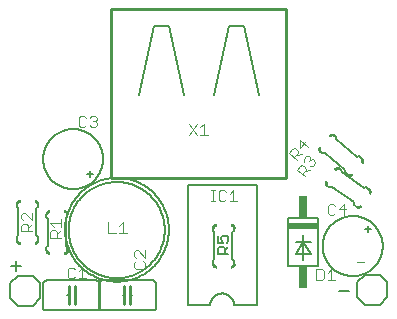
<source format=gbr>
G04 EAGLE Gerber RS-274X export*
G75*
%MOMM*%
%FSLAX34Y34*%
%LPD*%
%INSilkscreen Top*%
%IPPOS*%
%AMOC8*
5,1,8,0,0,1.08239X$1,22.5*%
G01*
%ADD10C,0.152400*%
%ADD11C,0.254000*%
%ADD12C,0.076200*%
%ADD13R,2.540000X0.508000*%
%ADD14R,0.762000X1.905000*%
%ADD15C,0.101600*%
%ADD16C,0.127000*%
%ADD17C,0.015238*%


D10*
X284734Y17785D02*
X293208Y17785D01*
X15586Y38867D02*
X7112Y38867D01*
X11349Y43104D02*
X11349Y34630D01*
D11*
X91862Y256332D02*
X239862Y256332D01*
X91862Y256332D02*
X91862Y113332D01*
X239862Y113332D01*
X239862Y256332D01*
D10*
X203962Y241632D02*
X216662Y183132D01*
X203962Y241632D02*
X191262Y241632D01*
X178562Y183132D01*
X153162Y183132D02*
X140462Y241632D01*
X127762Y241632D01*
X115062Y183132D01*
D12*
X157693Y159139D02*
X163963Y149733D01*
X157693Y149733D02*
X163963Y159139D01*
X167048Y156004D02*
X170183Y159139D01*
X170183Y149733D01*
X167048Y149733D02*
X173319Y149733D01*
D10*
X241808Y79248D02*
X241808Y38608D01*
X267208Y38608D01*
X267208Y79248D01*
X241808Y79248D01*
X254508Y65278D02*
X254508Y58928D01*
X260858Y48768D02*
X248158Y48768D01*
X254508Y58928D01*
X254508Y43688D01*
X260858Y48768D02*
X254508Y58928D01*
X260858Y58928D01*
X254508Y58928D02*
X248158Y58928D01*
D13*
X254508Y72898D03*
D14*
X254508Y29083D03*
X254508Y88773D03*
D15*
X265516Y35822D02*
X265516Y26670D01*
X270092Y26670D01*
X271617Y28195D01*
X271617Y34297D01*
X270092Y35822D01*
X265516Y35822D01*
X274871Y32771D02*
X277921Y35822D01*
X277921Y26670D01*
X274871Y26670D02*
X280972Y26670D01*
D10*
X79756Y26416D02*
X36576Y26416D01*
X36576Y1016D02*
X79756Y1016D01*
X82296Y3556D02*
X82296Y23876D01*
X34036Y23876D02*
X34036Y3556D01*
X79756Y26416D02*
X79856Y26414D01*
X79955Y26408D01*
X80055Y26398D01*
X80153Y26385D01*
X80252Y26367D01*
X80349Y26346D01*
X80445Y26321D01*
X80541Y26292D01*
X80635Y26259D01*
X80728Y26223D01*
X80819Y26183D01*
X80909Y26139D01*
X80997Y26092D01*
X81083Y26042D01*
X81167Y25988D01*
X81249Y25931D01*
X81328Y25871D01*
X81406Y25807D01*
X81480Y25741D01*
X81552Y25672D01*
X81621Y25600D01*
X81687Y25526D01*
X81751Y25448D01*
X81811Y25369D01*
X81868Y25287D01*
X81922Y25203D01*
X81972Y25117D01*
X82019Y25029D01*
X82063Y24939D01*
X82103Y24848D01*
X82139Y24755D01*
X82172Y24661D01*
X82201Y24565D01*
X82226Y24469D01*
X82247Y24372D01*
X82265Y24273D01*
X82278Y24175D01*
X82288Y24075D01*
X82294Y23976D01*
X82296Y23876D01*
X36576Y26416D02*
X36476Y26414D01*
X36377Y26408D01*
X36277Y26398D01*
X36179Y26385D01*
X36080Y26367D01*
X35983Y26346D01*
X35887Y26321D01*
X35791Y26292D01*
X35697Y26259D01*
X35604Y26223D01*
X35513Y26183D01*
X35423Y26139D01*
X35335Y26092D01*
X35249Y26042D01*
X35165Y25988D01*
X35083Y25931D01*
X35004Y25871D01*
X34926Y25807D01*
X34852Y25741D01*
X34780Y25672D01*
X34711Y25600D01*
X34645Y25526D01*
X34581Y25448D01*
X34521Y25369D01*
X34464Y25287D01*
X34410Y25203D01*
X34360Y25117D01*
X34313Y25029D01*
X34269Y24939D01*
X34229Y24848D01*
X34193Y24755D01*
X34160Y24661D01*
X34131Y24565D01*
X34106Y24469D01*
X34085Y24372D01*
X34067Y24273D01*
X34054Y24175D01*
X34044Y24075D01*
X34038Y23976D01*
X34036Y23876D01*
X79756Y1016D02*
X79856Y1018D01*
X79955Y1024D01*
X80055Y1034D01*
X80153Y1047D01*
X80252Y1065D01*
X80349Y1086D01*
X80445Y1111D01*
X80541Y1140D01*
X80635Y1173D01*
X80728Y1209D01*
X80819Y1249D01*
X80909Y1293D01*
X80997Y1340D01*
X81083Y1390D01*
X81167Y1444D01*
X81249Y1501D01*
X81328Y1561D01*
X81406Y1625D01*
X81480Y1691D01*
X81552Y1760D01*
X81621Y1832D01*
X81687Y1906D01*
X81751Y1984D01*
X81811Y2063D01*
X81868Y2145D01*
X81922Y2229D01*
X81972Y2315D01*
X82019Y2403D01*
X82063Y2493D01*
X82103Y2584D01*
X82139Y2677D01*
X82172Y2771D01*
X82201Y2867D01*
X82226Y2963D01*
X82247Y3060D01*
X82265Y3159D01*
X82278Y3257D01*
X82288Y3357D01*
X82294Y3456D01*
X82296Y3556D01*
X36576Y1016D02*
X36476Y1018D01*
X36377Y1024D01*
X36277Y1034D01*
X36179Y1047D01*
X36080Y1065D01*
X35983Y1086D01*
X35887Y1111D01*
X35791Y1140D01*
X35697Y1173D01*
X35604Y1209D01*
X35513Y1249D01*
X35423Y1293D01*
X35335Y1340D01*
X35249Y1390D01*
X35165Y1444D01*
X35083Y1501D01*
X35004Y1561D01*
X34926Y1625D01*
X34852Y1691D01*
X34780Y1760D01*
X34711Y1832D01*
X34645Y1906D01*
X34581Y1984D01*
X34521Y2063D01*
X34464Y2145D01*
X34410Y2229D01*
X34360Y2315D01*
X34313Y2403D01*
X34269Y2493D01*
X34229Y2584D01*
X34193Y2677D01*
X34160Y2771D01*
X34131Y2867D01*
X34106Y2963D01*
X34085Y3060D01*
X34067Y3159D01*
X34054Y3257D01*
X34044Y3357D01*
X34038Y3456D01*
X34036Y3556D01*
X60706Y13716D02*
X61976Y13716D01*
D11*
X60706Y13716D02*
X60706Y21336D01*
X60706Y13716D02*
X60706Y6096D01*
X55626Y13716D02*
X55626Y21336D01*
X55626Y13716D02*
X55626Y6096D01*
D10*
X55626Y13716D02*
X54356Y13716D01*
D15*
X60965Y35821D02*
X59440Y37346D01*
X56389Y37346D01*
X54864Y35821D01*
X54864Y29719D01*
X56389Y28194D01*
X59440Y28194D01*
X60965Y29719D01*
X64219Y34295D02*
X67270Y37346D01*
X67270Y28194D01*
X70320Y28194D02*
X64219Y28194D01*
D16*
X52672Y69398D02*
X52685Y70476D01*
X52725Y71554D01*
X52791Y72631D01*
X52884Y73705D01*
X53002Y74777D01*
X53148Y75846D01*
X53319Y76910D01*
X53516Y77971D01*
X53740Y79026D01*
X53989Y80075D01*
X54264Y81118D01*
X54564Y82154D01*
X54890Y83182D01*
X55241Y84202D01*
X55616Y85213D01*
X56017Y86214D01*
X56442Y87205D01*
X56891Y88186D01*
X57364Y89155D01*
X57861Y90112D01*
X58381Y91057D01*
X58924Y91989D01*
X59489Y92907D01*
X60078Y93811D01*
X60688Y94700D01*
X61319Y95574D01*
X61972Y96433D01*
X62646Y97275D01*
X63341Y98100D01*
X64055Y98908D01*
X64789Y99698D01*
X65542Y100470D01*
X66314Y101223D01*
X67104Y101957D01*
X67912Y102671D01*
X68737Y103366D01*
X69579Y104040D01*
X70438Y104693D01*
X71312Y105324D01*
X72201Y105934D01*
X73105Y106523D01*
X74023Y107088D01*
X74955Y107631D01*
X75900Y108151D01*
X76857Y108648D01*
X77826Y109121D01*
X78807Y109570D01*
X79798Y109995D01*
X80799Y110396D01*
X81810Y110771D01*
X82830Y111122D01*
X83858Y111448D01*
X84894Y111748D01*
X85937Y112023D01*
X86986Y112272D01*
X88041Y112496D01*
X89102Y112693D01*
X90166Y112864D01*
X91235Y113010D01*
X92307Y113128D01*
X93381Y113221D01*
X94458Y113287D01*
X95536Y113327D01*
X96614Y113340D01*
X97692Y113327D01*
X98770Y113287D01*
X99847Y113221D01*
X100921Y113128D01*
X101993Y113010D01*
X103062Y112864D01*
X104126Y112693D01*
X105187Y112496D01*
X106242Y112272D01*
X107291Y112023D01*
X108334Y111748D01*
X109370Y111448D01*
X110398Y111122D01*
X111418Y110771D01*
X112429Y110396D01*
X113430Y109995D01*
X114421Y109570D01*
X115402Y109121D01*
X116371Y108648D01*
X117328Y108151D01*
X118273Y107631D01*
X119205Y107088D01*
X120123Y106523D01*
X121027Y105934D01*
X121916Y105324D01*
X122790Y104693D01*
X123649Y104040D01*
X124491Y103366D01*
X125316Y102671D01*
X126124Y101957D01*
X126914Y101223D01*
X127686Y100470D01*
X128439Y99698D01*
X129173Y98908D01*
X129887Y98100D01*
X130582Y97275D01*
X131256Y96433D01*
X131909Y95574D01*
X132540Y94700D01*
X133150Y93811D01*
X133739Y92907D01*
X134304Y91989D01*
X134847Y91057D01*
X135367Y90112D01*
X135864Y89155D01*
X136337Y88186D01*
X136786Y87205D01*
X137211Y86214D01*
X137612Y85213D01*
X137987Y84202D01*
X138338Y83182D01*
X138664Y82154D01*
X138964Y81118D01*
X139239Y80075D01*
X139488Y79026D01*
X139712Y77971D01*
X139909Y76910D01*
X140080Y75846D01*
X140226Y74777D01*
X140344Y73705D01*
X140437Y72631D01*
X140503Y71554D01*
X140543Y70476D01*
X140556Y69398D01*
X140543Y68320D01*
X140503Y67242D01*
X140437Y66165D01*
X140344Y65091D01*
X140226Y64019D01*
X140080Y62950D01*
X139909Y61886D01*
X139712Y60825D01*
X139488Y59770D01*
X139239Y58721D01*
X138964Y57678D01*
X138664Y56642D01*
X138338Y55614D01*
X137987Y54594D01*
X137612Y53583D01*
X137211Y52582D01*
X136786Y51591D01*
X136337Y50610D01*
X135864Y49641D01*
X135367Y48684D01*
X134847Y47739D01*
X134304Y46807D01*
X133739Y45889D01*
X133150Y44985D01*
X132540Y44096D01*
X131909Y43222D01*
X131256Y42363D01*
X130582Y41521D01*
X129887Y40696D01*
X129173Y39888D01*
X128439Y39098D01*
X127686Y38326D01*
X126914Y37573D01*
X126124Y36839D01*
X125316Y36125D01*
X124491Y35430D01*
X123649Y34756D01*
X122790Y34103D01*
X121916Y33472D01*
X121027Y32862D01*
X120123Y32273D01*
X119205Y31708D01*
X118273Y31165D01*
X117328Y30645D01*
X116371Y30148D01*
X115402Y29675D01*
X114421Y29226D01*
X113430Y28801D01*
X112429Y28400D01*
X111418Y28025D01*
X110398Y27674D01*
X109370Y27348D01*
X108334Y27048D01*
X107291Y26773D01*
X106242Y26524D01*
X105187Y26300D01*
X104126Y26103D01*
X103062Y25932D01*
X101993Y25786D01*
X100921Y25668D01*
X99847Y25575D01*
X98770Y25509D01*
X97692Y25469D01*
X96614Y25456D01*
X95536Y25469D01*
X94458Y25509D01*
X93381Y25575D01*
X92307Y25668D01*
X91235Y25786D01*
X90166Y25932D01*
X89102Y26103D01*
X88041Y26300D01*
X86986Y26524D01*
X85937Y26773D01*
X84894Y27048D01*
X83858Y27348D01*
X82830Y27674D01*
X81810Y28025D01*
X80799Y28400D01*
X79798Y28801D01*
X78807Y29226D01*
X77826Y29675D01*
X76857Y30148D01*
X75900Y30645D01*
X74955Y31165D01*
X74023Y31708D01*
X73105Y32273D01*
X72201Y32862D01*
X71312Y33472D01*
X70438Y34103D01*
X69579Y34756D01*
X68737Y35430D01*
X67912Y36125D01*
X67104Y36839D01*
X66314Y37573D01*
X65542Y38326D01*
X64789Y39098D01*
X64055Y39888D01*
X63341Y40696D01*
X62646Y41521D01*
X61972Y42363D01*
X61319Y43222D01*
X60688Y44096D01*
X60078Y44985D01*
X59489Y45889D01*
X58924Y46807D01*
X58381Y47739D01*
X57861Y48684D01*
X57364Y49641D01*
X56891Y50610D01*
X56442Y51591D01*
X56017Y52582D01*
X55616Y53583D01*
X55241Y54594D01*
X54890Y55614D01*
X54564Y56642D01*
X54264Y57678D01*
X53989Y58721D01*
X53740Y59770D01*
X53516Y60825D01*
X53319Y61886D01*
X53148Y62950D01*
X53002Y64019D01*
X52884Y65091D01*
X52791Y66165D01*
X52725Y67242D01*
X52685Y68320D01*
X52672Y69398D01*
X55720Y69144D02*
X55732Y70141D01*
X55769Y71138D01*
X55830Y72134D01*
X55916Y73127D01*
X56026Y74119D01*
X56160Y75107D01*
X56318Y76092D01*
X56501Y77072D01*
X56707Y78048D01*
X56938Y79019D01*
X57192Y79983D01*
X57470Y80941D01*
X57771Y81892D01*
X58096Y82835D01*
X58443Y83770D01*
X58814Y84696D01*
X59207Y85613D01*
X59622Y86520D01*
X60059Y87416D01*
X60519Y88302D01*
X61000Y89175D01*
X61502Y90037D01*
X62025Y90886D01*
X62569Y91722D01*
X63133Y92545D01*
X63718Y93353D01*
X64322Y94147D01*
X64945Y94926D01*
X65587Y95689D01*
X66248Y96436D01*
X66927Y97167D01*
X67623Y97881D01*
X68337Y98577D01*
X69068Y99256D01*
X69815Y99917D01*
X70578Y100559D01*
X71357Y101182D01*
X72151Y101786D01*
X72959Y102371D01*
X73782Y102935D01*
X74618Y103479D01*
X75467Y104002D01*
X76329Y104504D01*
X77202Y104985D01*
X78088Y105445D01*
X78984Y105882D01*
X79891Y106297D01*
X80808Y106690D01*
X81734Y107061D01*
X82669Y107408D01*
X83612Y107733D01*
X84563Y108034D01*
X85521Y108312D01*
X86485Y108566D01*
X87456Y108797D01*
X88432Y109003D01*
X89412Y109186D01*
X90397Y109344D01*
X91385Y109478D01*
X92377Y109588D01*
X93370Y109674D01*
X94366Y109735D01*
X95363Y109772D01*
X96360Y109784D01*
X97357Y109772D01*
X98354Y109735D01*
X99350Y109674D01*
X100343Y109588D01*
X101335Y109478D01*
X102323Y109344D01*
X103308Y109186D01*
X104288Y109003D01*
X105264Y108797D01*
X106235Y108566D01*
X107199Y108312D01*
X108157Y108034D01*
X109108Y107733D01*
X110051Y107408D01*
X110986Y107061D01*
X111912Y106690D01*
X112829Y106297D01*
X113736Y105882D01*
X114632Y105445D01*
X115518Y104985D01*
X116391Y104504D01*
X117253Y104002D01*
X118102Y103479D01*
X118938Y102935D01*
X119761Y102371D01*
X120569Y101786D01*
X121363Y101182D01*
X122142Y100559D01*
X122905Y99917D01*
X123652Y99256D01*
X124383Y98577D01*
X125097Y97881D01*
X125793Y97167D01*
X126472Y96436D01*
X127133Y95689D01*
X127775Y94926D01*
X128398Y94147D01*
X129002Y93353D01*
X129587Y92545D01*
X130151Y91722D01*
X130695Y90886D01*
X131218Y90037D01*
X131720Y89175D01*
X132201Y88302D01*
X132661Y87416D01*
X133098Y86520D01*
X133513Y85613D01*
X133906Y84696D01*
X134277Y83770D01*
X134624Y82835D01*
X134949Y81892D01*
X135250Y80941D01*
X135528Y79983D01*
X135782Y79019D01*
X136013Y78048D01*
X136219Y77072D01*
X136402Y76092D01*
X136560Y75107D01*
X136694Y74119D01*
X136804Y73127D01*
X136890Y72134D01*
X136951Y71138D01*
X136988Y70141D01*
X137000Y69144D01*
X136988Y68147D01*
X136951Y67150D01*
X136890Y66154D01*
X136804Y65161D01*
X136694Y64169D01*
X136560Y63181D01*
X136402Y62196D01*
X136219Y61216D01*
X136013Y60240D01*
X135782Y59269D01*
X135528Y58305D01*
X135250Y57347D01*
X134949Y56396D01*
X134624Y55453D01*
X134277Y54518D01*
X133906Y53592D01*
X133513Y52675D01*
X133098Y51768D01*
X132661Y50872D01*
X132201Y49986D01*
X131720Y49113D01*
X131218Y48251D01*
X130695Y47402D01*
X130151Y46566D01*
X129587Y45743D01*
X129002Y44935D01*
X128398Y44141D01*
X127775Y43362D01*
X127133Y42599D01*
X126472Y41852D01*
X125793Y41121D01*
X125097Y40407D01*
X124383Y39711D01*
X123652Y39032D01*
X122905Y38371D01*
X122142Y37729D01*
X121363Y37106D01*
X120569Y36502D01*
X119761Y35917D01*
X118938Y35353D01*
X118102Y34809D01*
X117253Y34286D01*
X116391Y33784D01*
X115518Y33303D01*
X114632Y32843D01*
X113736Y32406D01*
X112829Y31991D01*
X111912Y31598D01*
X110986Y31227D01*
X110051Y30880D01*
X109108Y30555D01*
X108157Y30254D01*
X107199Y29976D01*
X106235Y29722D01*
X105264Y29491D01*
X104288Y29285D01*
X103308Y29102D01*
X102323Y28944D01*
X101335Y28810D01*
X100343Y28700D01*
X99350Y28614D01*
X98354Y28553D01*
X97357Y28516D01*
X96360Y28504D01*
X95363Y28516D01*
X94366Y28553D01*
X93370Y28614D01*
X92377Y28700D01*
X91385Y28810D01*
X90397Y28944D01*
X89412Y29102D01*
X88432Y29285D01*
X87456Y29491D01*
X86485Y29722D01*
X85521Y29976D01*
X84563Y30254D01*
X83612Y30555D01*
X82669Y30880D01*
X81734Y31227D01*
X80808Y31598D01*
X79891Y31991D01*
X78984Y32406D01*
X78088Y32843D01*
X77202Y33303D01*
X76329Y33784D01*
X75467Y34286D01*
X74618Y34809D01*
X73782Y35353D01*
X72959Y35917D01*
X72151Y36502D01*
X71357Y37106D01*
X70578Y37729D01*
X69815Y38371D01*
X69068Y39032D01*
X68337Y39711D01*
X67623Y40407D01*
X66927Y41121D01*
X66248Y41852D01*
X65587Y42599D01*
X64945Y43362D01*
X64322Y44141D01*
X63718Y44935D01*
X63133Y45743D01*
X62569Y46566D01*
X62025Y47402D01*
X61502Y48251D01*
X61000Y49113D01*
X60519Y49986D01*
X60059Y50872D01*
X59622Y51768D01*
X59207Y52675D01*
X58814Y53592D01*
X58443Y54518D01*
X58096Y55453D01*
X57771Y56396D01*
X57470Y57347D01*
X57192Y58305D01*
X56938Y59269D01*
X56707Y60240D01*
X56501Y61216D01*
X56318Y62196D01*
X56160Y63181D01*
X56026Y64169D01*
X55916Y65161D01*
X55830Y66154D01*
X55769Y67150D01*
X55732Y68147D01*
X55720Y69144D01*
D12*
X89149Y66227D02*
X89149Y75633D01*
X89149Y66227D02*
X95420Y66227D01*
X98504Y72498D02*
X101640Y75633D01*
X101640Y66227D01*
X104775Y66227D02*
X98504Y66227D01*
D10*
X308864Y69596D02*
X308864Y72136D01*
X308864Y69596D02*
X306324Y69596D01*
X308864Y69596D02*
X308864Y67056D01*
X308864Y69596D02*
X311404Y69596D01*
X270764Y55626D02*
X270772Y56249D01*
X270795Y56872D01*
X270833Y57495D01*
X270886Y58116D01*
X270955Y58735D01*
X271039Y59353D01*
X271138Y59968D01*
X271252Y60581D01*
X271381Y61191D01*
X271525Y61798D01*
X271684Y62401D01*
X271858Y62999D01*
X272046Y63594D01*
X272249Y64183D01*
X272466Y64767D01*
X272697Y65346D01*
X272943Y65919D01*
X273203Y66486D01*
X273476Y67046D01*
X273763Y67599D01*
X274064Y68146D01*
X274378Y68684D01*
X274705Y69215D01*
X275045Y69737D01*
X275397Y70252D01*
X275763Y70757D01*
X276140Y71253D01*
X276530Y71740D01*
X276931Y72217D01*
X277344Y72684D01*
X277768Y73140D01*
X278203Y73587D01*
X278650Y74022D01*
X279106Y74446D01*
X279573Y74859D01*
X280050Y75260D01*
X280537Y75650D01*
X281033Y76027D01*
X281538Y76393D01*
X282053Y76745D01*
X282575Y77085D01*
X283106Y77412D01*
X283644Y77726D01*
X284191Y78027D01*
X284744Y78314D01*
X285304Y78587D01*
X285871Y78847D01*
X286444Y79093D01*
X287023Y79324D01*
X287607Y79541D01*
X288196Y79744D01*
X288791Y79932D01*
X289389Y80106D01*
X289992Y80265D01*
X290599Y80409D01*
X291209Y80538D01*
X291822Y80652D01*
X292437Y80751D01*
X293055Y80835D01*
X293674Y80904D01*
X294295Y80957D01*
X294918Y80995D01*
X295541Y81018D01*
X296164Y81026D01*
X296787Y81018D01*
X297410Y80995D01*
X298033Y80957D01*
X298654Y80904D01*
X299273Y80835D01*
X299891Y80751D01*
X300506Y80652D01*
X301119Y80538D01*
X301729Y80409D01*
X302336Y80265D01*
X302939Y80106D01*
X303537Y79932D01*
X304132Y79744D01*
X304721Y79541D01*
X305305Y79324D01*
X305884Y79093D01*
X306457Y78847D01*
X307024Y78587D01*
X307584Y78314D01*
X308137Y78027D01*
X308684Y77726D01*
X309222Y77412D01*
X309753Y77085D01*
X310275Y76745D01*
X310790Y76393D01*
X311295Y76027D01*
X311791Y75650D01*
X312278Y75260D01*
X312755Y74859D01*
X313222Y74446D01*
X313678Y74022D01*
X314125Y73587D01*
X314560Y73140D01*
X314984Y72684D01*
X315397Y72217D01*
X315798Y71740D01*
X316188Y71253D01*
X316565Y70757D01*
X316931Y70252D01*
X317283Y69737D01*
X317623Y69215D01*
X317950Y68684D01*
X318264Y68146D01*
X318565Y67599D01*
X318852Y67046D01*
X319125Y66486D01*
X319385Y65919D01*
X319631Y65346D01*
X319862Y64767D01*
X320079Y64183D01*
X320282Y63594D01*
X320470Y62999D01*
X320644Y62401D01*
X320803Y61798D01*
X320947Y61191D01*
X321076Y60581D01*
X321190Y59968D01*
X321289Y59353D01*
X321373Y58735D01*
X321442Y58116D01*
X321495Y57495D01*
X321533Y56872D01*
X321556Y56249D01*
X321564Y55626D01*
X321556Y55003D01*
X321533Y54380D01*
X321495Y53757D01*
X321442Y53136D01*
X321373Y52517D01*
X321289Y51899D01*
X321190Y51284D01*
X321076Y50671D01*
X320947Y50061D01*
X320803Y49454D01*
X320644Y48851D01*
X320470Y48253D01*
X320282Y47658D01*
X320079Y47069D01*
X319862Y46485D01*
X319631Y45906D01*
X319385Y45333D01*
X319125Y44766D01*
X318852Y44206D01*
X318565Y43653D01*
X318264Y43106D01*
X317950Y42568D01*
X317623Y42037D01*
X317283Y41515D01*
X316931Y41000D01*
X316565Y40495D01*
X316188Y39999D01*
X315798Y39512D01*
X315397Y39035D01*
X314984Y38568D01*
X314560Y38112D01*
X314125Y37665D01*
X313678Y37230D01*
X313222Y36806D01*
X312755Y36393D01*
X312278Y35992D01*
X311791Y35602D01*
X311295Y35225D01*
X310790Y34859D01*
X310275Y34507D01*
X309753Y34167D01*
X309222Y33840D01*
X308684Y33526D01*
X308137Y33225D01*
X307584Y32938D01*
X307024Y32665D01*
X306457Y32405D01*
X305884Y32159D01*
X305305Y31928D01*
X304721Y31711D01*
X304132Y31508D01*
X303537Y31320D01*
X302939Y31146D01*
X302336Y30987D01*
X301729Y30843D01*
X301119Y30714D01*
X300506Y30600D01*
X299891Y30501D01*
X299273Y30417D01*
X298654Y30348D01*
X298033Y30295D01*
X297410Y30257D01*
X296787Y30234D01*
X296164Y30226D01*
X295541Y30234D01*
X294918Y30257D01*
X294295Y30295D01*
X293674Y30348D01*
X293055Y30417D01*
X292437Y30501D01*
X291822Y30600D01*
X291209Y30714D01*
X290599Y30843D01*
X289992Y30987D01*
X289389Y31146D01*
X288791Y31320D01*
X288196Y31508D01*
X287607Y31711D01*
X287023Y31928D01*
X286444Y32159D01*
X285871Y32405D01*
X285304Y32665D01*
X284744Y32938D01*
X284191Y33225D01*
X283644Y33526D01*
X283106Y33840D01*
X282575Y34167D01*
X282053Y34507D01*
X281538Y34859D01*
X281033Y35225D01*
X280537Y35602D01*
X280050Y35992D01*
X279573Y36393D01*
X279106Y36806D01*
X278650Y37230D01*
X278203Y37665D01*
X277768Y38112D01*
X277344Y38568D01*
X276931Y39035D01*
X276530Y39512D01*
X276140Y39999D01*
X275763Y40495D01*
X275397Y41000D01*
X275045Y41515D01*
X274705Y42037D01*
X274378Y42568D01*
X274064Y43106D01*
X273763Y43653D01*
X273476Y44206D01*
X273203Y44766D01*
X272943Y45333D01*
X272697Y45906D01*
X272466Y46485D01*
X272249Y47069D01*
X272046Y47658D01*
X271858Y48253D01*
X271684Y48851D01*
X271525Y49454D01*
X271381Y50061D01*
X271252Y50671D01*
X271138Y51284D01*
X271039Y51899D01*
X270955Y52517D01*
X270886Y53136D01*
X270833Y53757D01*
X270795Y54380D01*
X270772Y55003D01*
X270764Y55626D01*
D15*
X281183Y89669D02*
X279658Y91194D01*
X276607Y91194D01*
X275082Y89669D01*
X275082Y83567D01*
X276607Y82042D01*
X279658Y82042D01*
X281183Y83567D01*
X289013Y82042D02*
X289013Y91194D01*
X284437Y86618D01*
X290538Y86618D01*
D10*
X75946Y116586D02*
X73406Y116586D01*
X73406Y119126D01*
X73406Y116586D02*
X70866Y116586D01*
X73406Y116586D02*
X73406Y114046D01*
X34036Y129286D02*
X34044Y129909D01*
X34067Y130532D01*
X34105Y131155D01*
X34158Y131776D01*
X34227Y132395D01*
X34311Y133013D01*
X34410Y133628D01*
X34524Y134241D01*
X34653Y134851D01*
X34797Y135458D01*
X34956Y136061D01*
X35130Y136659D01*
X35318Y137254D01*
X35521Y137843D01*
X35738Y138427D01*
X35969Y139006D01*
X36215Y139579D01*
X36475Y140146D01*
X36748Y140706D01*
X37035Y141259D01*
X37336Y141806D01*
X37650Y142344D01*
X37977Y142875D01*
X38317Y143397D01*
X38669Y143912D01*
X39035Y144417D01*
X39412Y144913D01*
X39802Y145400D01*
X40203Y145877D01*
X40616Y146344D01*
X41040Y146800D01*
X41475Y147247D01*
X41922Y147682D01*
X42378Y148106D01*
X42845Y148519D01*
X43322Y148920D01*
X43809Y149310D01*
X44305Y149687D01*
X44810Y150053D01*
X45325Y150405D01*
X45847Y150745D01*
X46378Y151072D01*
X46916Y151386D01*
X47463Y151687D01*
X48016Y151974D01*
X48576Y152247D01*
X49143Y152507D01*
X49716Y152753D01*
X50295Y152984D01*
X50879Y153201D01*
X51468Y153404D01*
X52063Y153592D01*
X52661Y153766D01*
X53264Y153925D01*
X53871Y154069D01*
X54481Y154198D01*
X55094Y154312D01*
X55709Y154411D01*
X56327Y154495D01*
X56946Y154564D01*
X57567Y154617D01*
X58190Y154655D01*
X58813Y154678D01*
X59436Y154686D01*
X60059Y154678D01*
X60682Y154655D01*
X61305Y154617D01*
X61926Y154564D01*
X62545Y154495D01*
X63163Y154411D01*
X63778Y154312D01*
X64391Y154198D01*
X65001Y154069D01*
X65608Y153925D01*
X66211Y153766D01*
X66809Y153592D01*
X67404Y153404D01*
X67993Y153201D01*
X68577Y152984D01*
X69156Y152753D01*
X69729Y152507D01*
X70296Y152247D01*
X70856Y151974D01*
X71409Y151687D01*
X71956Y151386D01*
X72494Y151072D01*
X73025Y150745D01*
X73547Y150405D01*
X74062Y150053D01*
X74567Y149687D01*
X75063Y149310D01*
X75550Y148920D01*
X76027Y148519D01*
X76494Y148106D01*
X76950Y147682D01*
X77397Y147247D01*
X77832Y146800D01*
X78256Y146344D01*
X78669Y145877D01*
X79070Y145400D01*
X79460Y144913D01*
X79837Y144417D01*
X80203Y143912D01*
X80555Y143397D01*
X80895Y142875D01*
X81222Y142344D01*
X81536Y141806D01*
X81837Y141259D01*
X82124Y140706D01*
X82397Y140146D01*
X82657Y139579D01*
X82903Y139006D01*
X83134Y138427D01*
X83351Y137843D01*
X83554Y137254D01*
X83742Y136659D01*
X83916Y136061D01*
X84075Y135458D01*
X84219Y134851D01*
X84348Y134241D01*
X84462Y133628D01*
X84561Y133013D01*
X84645Y132395D01*
X84714Y131776D01*
X84767Y131155D01*
X84805Y130532D01*
X84828Y129909D01*
X84836Y129286D01*
X84828Y128663D01*
X84805Y128040D01*
X84767Y127417D01*
X84714Y126796D01*
X84645Y126177D01*
X84561Y125559D01*
X84462Y124944D01*
X84348Y124331D01*
X84219Y123721D01*
X84075Y123114D01*
X83916Y122511D01*
X83742Y121913D01*
X83554Y121318D01*
X83351Y120729D01*
X83134Y120145D01*
X82903Y119566D01*
X82657Y118993D01*
X82397Y118426D01*
X82124Y117866D01*
X81837Y117313D01*
X81536Y116766D01*
X81222Y116228D01*
X80895Y115697D01*
X80555Y115175D01*
X80203Y114660D01*
X79837Y114155D01*
X79460Y113659D01*
X79070Y113172D01*
X78669Y112695D01*
X78256Y112228D01*
X77832Y111772D01*
X77397Y111325D01*
X76950Y110890D01*
X76494Y110466D01*
X76027Y110053D01*
X75550Y109652D01*
X75063Y109262D01*
X74567Y108885D01*
X74062Y108519D01*
X73547Y108167D01*
X73025Y107827D01*
X72494Y107500D01*
X71956Y107186D01*
X71409Y106885D01*
X70856Y106598D01*
X70296Y106325D01*
X69729Y106065D01*
X69156Y105819D01*
X68577Y105588D01*
X67993Y105371D01*
X67404Y105168D01*
X66809Y104980D01*
X66211Y104806D01*
X65608Y104647D01*
X65001Y104503D01*
X64391Y104374D01*
X63778Y104260D01*
X63163Y104161D01*
X62545Y104077D01*
X61926Y104008D01*
X61305Y103955D01*
X60682Y103917D01*
X60059Y103894D01*
X59436Y103886D01*
X58813Y103894D01*
X58190Y103917D01*
X57567Y103955D01*
X56946Y104008D01*
X56327Y104077D01*
X55709Y104161D01*
X55094Y104260D01*
X54481Y104374D01*
X53871Y104503D01*
X53264Y104647D01*
X52661Y104806D01*
X52063Y104980D01*
X51468Y105168D01*
X50879Y105371D01*
X50295Y105588D01*
X49716Y105819D01*
X49143Y106065D01*
X48576Y106325D01*
X48016Y106598D01*
X47463Y106885D01*
X46916Y107186D01*
X46378Y107500D01*
X45847Y107827D01*
X45325Y108167D01*
X44810Y108519D01*
X44305Y108885D01*
X43809Y109262D01*
X43322Y109652D01*
X42845Y110053D01*
X42378Y110466D01*
X41922Y110890D01*
X41475Y111325D01*
X41040Y111772D01*
X40616Y112228D01*
X40203Y112695D01*
X39802Y113172D01*
X39412Y113659D01*
X39035Y114155D01*
X38669Y114660D01*
X38317Y115175D01*
X37977Y115697D01*
X37650Y116228D01*
X37336Y116766D01*
X37035Y117313D01*
X36748Y117866D01*
X36475Y118426D01*
X36215Y118993D01*
X35969Y119566D01*
X35738Y120145D01*
X35521Y120729D01*
X35318Y121318D01*
X35130Y121913D01*
X34956Y122511D01*
X34797Y123114D01*
X34653Y123721D01*
X34524Y124331D01*
X34410Y124944D01*
X34311Y125559D01*
X34227Y126177D01*
X34158Y126796D01*
X34105Y127417D01*
X34067Y128040D01*
X34044Y128663D01*
X34036Y129286D01*
D15*
X70195Y164091D02*
X68670Y165616D01*
X65619Y165616D01*
X64094Y164091D01*
X64094Y157989D01*
X65619Y156464D01*
X68670Y156464D01*
X70195Y157989D01*
X73449Y164091D02*
X74974Y165616D01*
X78025Y165616D01*
X79550Y164091D01*
X79550Y162565D01*
X78025Y161040D01*
X76499Y161040D01*
X78025Y161040D02*
X79550Y159515D01*
X79550Y157989D01*
X78025Y156464D01*
X74974Y156464D01*
X73449Y157989D01*
D10*
X306324Y31242D02*
X319024Y31242D01*
X325374Y24892D01*
X325374Y12192D01*
X319024Y5842D01*
X299974Y12192D02*
X299974Y24892D01*
X306324Y31242D01*
X299974Y12192D02*
X306324Y5842D01*
X319024Y5842D01*
D15*
X305821Y41914D02*
X299720Y41914D01*
D10*
X25400Y30480D02*
X12700Y30480D01*
X25400Y30480D02*
X31750Y24130D01*
X31750Y11430D01*
X25400Y5080D01*
X6350Y11430D02*
X6350Y24130D01*
X12700Y30480D01*
X6350Y11430D02*
X12700Y5080D01*
X25400Y5080D01*
D17*
X291564Y115595D02*
X292446Y116647D01*
X292445Y116646D02*
X292513Y116597D01*
X292582Y116550D01*
X292654Y116507D01*
X292727Y116467D01*
X292802Y116430D01*
X292879Y116397D01*
X292957Y116367D01*
X293037Y116341D01*
X293117Y116318D01*
X293199Y116299D01*
X293281Y116284D01*
X293364Y116272D01*
X293447Y116265D01*
X293531Y116261D01*
X293614Y116260D01*
X293698Y116264D01*
X293781Y116271D01*
X293864Y116282D01*
X293946Y116297D01*
X294028Y116315D01*
X294109Y116338D01*
X294188Y116363D01*
X294267Y116393D01*
X294344Y116425D01*
X294419Y116462D01*
X294493Y116501D01*
X294564Y116544D01*
X294634Y116590D01*
X294702Y116639D01*
X294767Y116692D01*
X294830Y116747D01*
X294890Y116805D01*
X294948Y116865D01*
X295999Y115983D01*
X296000Y115983D01*
X295924Y115900D01*
X295846Y115820D01*
X295766Y115743D01*
X295682Y115669D01*
X295596Y115597D01*
X295508Y115529D01*
X295417Y115464D01*
X295324Y115402D01*
X295230Y115343D01*
X295133Y115287D01*
X295034Y115235D01*
X294933Y115186D01*
X294831Y115141D01*
X294727Y115100D01*
X294622Y115062D01*
X294516Y115027D01*
X294409Y114997D01*
X294300Y114970D01*
X294191Y114947D01*
X294081Y114927D01*
X293970Y114912D01*
X293859Y114900D01*
X293748Y114892D01*
X293636Y114889D01*
X293524Y114888D01*
X293413Y114892D01*
X293301Y114900D01*
X293190Y114911D01*
X293080Y114927D01*
X292969Y114946D01*
X292860Y114969D01*
X292752Y114996D01*
X292644Y115026D01*
X292538Y115060D01*
X292433Y115098D01*
X292329Y115140D01*
X292227Y115185D01*
X292126Y115233D01*
X292027Y115285D01*
X291930Y115341D01*
X291835Y115399D01*
X291742Y115461D01*
X291652Y115526D01*
X291563Y115595D01*
X291655Y115704D01*
X291742Y115638D01*
X291830Y115574D01*
X291921Y115514D01*
X292014Y115457D01*
X292109Y115403D01*
X292206Y115353D01*
X292305Y115306D01*
X292405Y115263D01*
X292506Y115223D01*
X292609Y115187D01*
X292713Y115155D01*
X292819Y115126D01*
X292925Y115101D01*
X293032Y115080D01*
X293139Y115062D01*
X293248Y115049D01*
X293356Y115039D01*
X293465Y115033D01*
X293574Y115031D01*
X293683Y115033D01*
X293792Y115038D01*
X293901Y115048D01*
X294009Y115061D01*
X294117Y115078D01*
X294224Y115099D01*
X294330Y115124D01*
X294436Y115153D01*
X294540Y115185D01*
X294643Y115221D01*
X294744Y115260D01*
X294845Y115303D01*
X294943Y115350D01*
X295040Y115400D01*
X295135Y115453D01*
X295229Y115510D01*
X295320Y115570D01*
X295409Y115633D01*
X295495Y115700D01*
X295579Y115769D01*
X295661Y115841D01*
X295740Y115916D01*
X295817Y115994D01*
X295890Y116075D01*
X295781Y116167D01*
X295709Y116088D01*
X295634Y116013D01*
X295557Y115940D01*
X295477Y115869D01*
X295394Y115802D01*
X295310Y115738D01*
X295223Y115677D01*
X295133Y115619D01*
X295042Y115564D01*
X294949Y115513D01*
X294854Y115465D01*
X294757Y115421D01*
X294659Y115380D01*
X294560Y115343D01*
X294459Y115309D01*
X294357Y115279D01*
X294254Y115253D01*
X294150Y115230D01*
X294045Y115211D01*
X293940Y115196D01*
X293834Y115185D01*
X293728Y115178D01*
X293622Y115174D01*
X293516Y115175D01*
X293409Y115179D01*
X293303Y115187D01*
X293198Y115199D01*
X293092Y115214D01*
X292988Y115234D01*
X292884Y115257D01*
X292781Y115284D01*
X292679Y115315D01*
X292579Y115349D01*
X292479Y115387D01*
X292382Y115428D01*
X292285Y115473D01*
X292191Y115522D01*
X292098Y115574D01*
X292007Y115629D01*
X291918Y115687D01*
X291831Y115749D01*
X291747Y115814D01*
X291839Y115923D01*
X291921Y115861D01*
X292006Y115801D01*
X292092Y115744D01*
X292181Y115691D01*
X292271Y115641D01*
X292364Y115594D01*
X292458Y115551D01*
X292553Y115511D01*
X292650Y115475D01*
X292749Y115443D01*
X292848Y115414D01*
X292948Y115389D01*
X293049Y115367D01*
X293151Y115350D01*
X293254Y115336D01*
X293357Y115326D01*
X293460Y115319D01*
X293563Y115317D01*
X293667Y115318D01*
X293770Y115324D01*
X293873Y115333D01*
X293976Y115345D01*
X294078Y115362D01*
X294179Y115382D01*
X294280Y115407D01*
X294380Y115434D01*
X294478Y115466D01*
X294576Y115501D01*
X294671Y115540D01*
X294766Y115582D01*
X294859Y115627D01*
X294950Y115677D01*
X295039Y115729D01*
X295126Y115785D01*
X295211Y115843D01*
X295294Y115905D01*
X295375Y115970D01*
X295453Y116038D01*
X295528Y116109D01*
X295601Y116182D01*
X295671Y116259D01*
X295561Y116351D01*
X295493Y116277D01*
X295422Y116206D01*
X295349Y116137D01*
X295273Y116072D01*
X295194Y116009D01*
X295114Y115949D01*
X295031Y115893D01*
X294946Y115839D01*
X294858Y115789D01*
X294770Y115743D01*
X294679Y115699D01*
X294587Y115659D01*
X294493Y115623D01*
X294398Y115590D01*
X294302Y115561D01*
X294205Y115535D01*
X294107Y115513D01*
X294009Y115495D01*
X293909Y115481D01*
X293809Y115470D01*
X293709Y115463D01*
X293609Y115460D01*
X293508Y115461D01*
X293408Y115465D01*
X293308Y115474D01*
X293208Y115486D01*
X293109Y115502D01*
X293011Y115521D01*
X292913Y115545D01*
X292816Y115572D01*
X292721Y115602D01*
X292626Y115637D01*
X292533Y115674D01*
X292442Y115716D01*
X292352Y115760D01*
X292264Y115808D01*
X292177Y115860D01*
X292093Y115914D01*
X292011Y115972D01*
X291931Y116033D01*
X292023Y116143D01*
X292102Y116082D01*
X292184Y116025D01*
X292268Y115972D01*
X292355Y115921D01*
X292443Y115874D01*
X292533Y115831D01*
X292624Y115791D01*
X292717Y115755D01*
X292812Y115723D01*
X292907Y115694D01*
X293004Y115670D01*
X293101Y115649D01*
X293200Y115632D01*
X293299Y115619D01*
X293398Y115609D01*
X293498Y115604D01*
X293598Y115603D01*
X293697Y115606D01*
X293797Y115613D01*
X293896Y115623D01*
X293995Y115638D01*
X294093Y115656D01*
X294190Y115679D01*
X294286Y115705D01*
X294382Y115735D01*
X294475Y115769D01*
X294568Y115806D01*
X294659Y115847D01*
X294748Y115892D01*
X294835Y115940D01*
X294921Y115992D01*
X295004Y116047D01*
X295085Y116105D01*
X295164Y116167D01*
X295240Y116231D01*
X295313Y116299D01*
X295384Y116369D01*
X295452Y116442D01*
X295342Y116534D01*
X295276Y116464D01*
X295208Y116396D01*
X295137Y116331D01*
X295063Y116269D01*
X294986Y116210D01*
X294908Y116155D01*
X294827Y116102D01*
X294744Y116053D01*
X294659Y116007D01*
X294572Y115965D01*
X294484Y115926D01*
X294394Y115891D01*
X294303Y115860D01*
X294211Y115832D01*
X294117Y115808D01*
X294023Y115788D01*
X293928Y115772D01*
X293832Y115760D01*
X293736Y115751D01*
X293640Y115747D01*
X293544Y115746D01*
X293447Y115750D01*
X293351Y115757D01*
X293255Y115768D01*
X293160Y115783D01*
X293066Y115802D01*
X292972Y115825D01*
X292879Y115851D01*
X292788Y115882D01*
X292697Y115916D01*
X292609Y115953D01*
X292522Y115995D01*
X292436Y116039D01*
X292353Y116088D01*
X292271Y116139D01*
X292192Y116194D01*
X292115Y116252D01*
X292207Y116362D01*
X292281Y116306D01*
X292358Y116253D01*
X292436Y116204D01*
X292517Y116158D01*
X292600Y116116D01*
X292684Y116077D01*
X292770Y116041D01*
X292857Y116009D01*
X292945Y115981D01*
X293035Y115956D01*
X293125Y115936D01*
X293217Y115919D01*
X293309Y115905D01*
X293401Y115896D01*
X293494Y115891D01*
X293586Y115889D01*
X293679Y115891D01*
X293772Y115897D01*
X293864Y115907D01*
X293956Y115921D01*
X294047Y115939D01*
X294138Y115961D01*
X294227Y115986D01*
X294315Y116015D01*
X294402Y116047D01*
X294488Y116083D01*
X294572Y116123D01*
X294654Y116166D01*
X294734Y116213D01*
X294812Y116263D01*
X294889Y116316D01*
X294962Y116372D01*
X295034Y116431D01*
X295103Y116494D01*
X295169Y116559D01*
X295233Y116626D01*
X295123Y116718D01*
X295062Y116654D01*
X294998Y116591D01*
X294932Y116532D01*
X294863Y116476D01*
X294791Y116422D01*
X294718Y116372D01*
X294642Y116325D01*
X294565Y116281D01*
X294485Y116240D01*
X294405Y116203D01*
X294322Y116169D01*
X294238Y116139D01*
X294153Y116113D01*
X294067Y116090D01*
X293980Y116071D01*
X293892Y116056D01*
X293804Y116044D01*
X293715Y116037D01*
X293626Y116033D01*
X293537Y116032D01*
X293448Y116036D01*
X293359Y116044D01*
X293271Y116055D01*
X293183Y116070D01*
X293096Y116089D01*
X293010Y116111D01*
X292924Y116137D01*
X292841Y116167D01*
X292758Y116200D01*
X292677Y116237D01*
X292597Y116277D01*
X292520Y116321D01*
X292444Y116368D01*
X292370Y116418D01*
X292299Y116471D01*
X292391Y116581D01*
X292459Y116530D01*
X292530Y116483D01*
X292602Y116438D01*
X292677Y116397D01*
X292753Y116359D01*
X292831Y116325D01*
X292910Y116294D01*
X292991Y116266D01*
X293072Y116242D01*
X293155Y116222D01*
X293238Y116205D01*
X293322Y116192D01*
X293407Y116183D01*
X293492Y116177D01*
X293577Y116175D01*
X293662Y116177D01*
X293747Y116182D01*
X293832Y116192D01*
X293916Y116205D01*
X293999Y116221D01*
X294082Y116242D01*
X294163Y116266D01*
X294244Y116293D01*
X294323Y116324D01*
X294401Y116358D01*
X294477Y116396D01*
X294552Y116437D01*
X294625Y116482D01*
X294695Y116529D01*
X294764Y116580D01*
X294830Y116633D01*
X294894Y116690D01*
X294955Y116749D01*
X295013Y116810D01*
X304260Y125828D02*
X303208Y126710D01*
X303209Y126709D02*
X303258Y126777D01*
X303305Y126846D01*
X303348Y126918D01*
X303388Y126991D01*
X303425Y127067D01*
X303458Y127143D01*
X303488Y127221D01*
X303514Y127301D01*
X303537Y127381D01*
X303556Y127463D01*
X303571Y127545D01*
X303583Y127628D01*
X303590Y127711D01*
X303594Y127795D01*
X303595Y127878D01*
X303591Y127962D01*
X303584Y128045D01*
X303573Y128128D01*
X303558Y128210D01*
X303540Y128292D01*
X303517Y128373D01*
X303492Y128452D01*
X303462Y128531D01*
X303430Y128608D01*
X303393Y128683D01*
X303354Y128757D01*
X303311Y128828D01*
X303265Y128898D01*
X303216Y128966D01*
X303163Y129031D01*
X303108Y129094D01*
X303050Y129155D01*
X302990Y129212D01*
X303872Y130263D01*
X303872Y130264D01*
X303955Y130188D01*
X304035Y130110D01*
X304112Y130030D01*
X304186Y129946D01*
X304258Y129860D01*
X304326Y129772D01*
X304391Y129681D01*
X304453Y129588D01*
X304512Y129494D01*
X304568Y129397D01*
X304620Y129298D01*
X304669Y129197D01*
X304714Y129095D01*
X304755Y128991D01*
X304793Y128886D01*
X304828Y128780D01*
X304858Y128673D01*
X304885Y128564D01*
X304908Y128455D01*
X304928Y128345D01*
X304943Y128234D01*
X304955Y128123D01*
X304963Y128012D01*
X304966Y127900D01*
X304967Y127788D01*
X304963Y127677D01*
X304955Y127565D01*
X304944Y127454D01*
X304928Y127344D01*
X304909Y127234D01*
X304886Y127124D01*
X304859Y127016D01*
X304829Y126908D01*
X304795Y126802D01*
X304757Y126697D01*
X304715Y126593D01*
X304670Y126491D01*
X304622Y126390D01*
X304570Y126291D01*
X304514Y126194D01*
X304456Y126099D01*
X304394Y126006D01*
X304329Y125916D01*
X304260Y125827D01*
X304151Y125919D01*
X304217Y126006D01*
X304281Y126094D01*
X304341Y126185D01*
X304398Y126278D01*
X304452Y126373D01*
X304502Y126470D01*
X304549Y126569D01*
X304592Y126669D01*
X304632Y126770D01*
X304668Y126873D01*
X304700Y126977D01*
X304729Y127083D01*
X304754Y127189D01*
X304775Y127296D01*
X304793Y127403D01*
X304806Y127512D01*
X304816Y127620D01*
X304822Y127729D01*
X304824Y127838D01*
X304822Y127947D01*
X304817Y128056D01*
X304807Y128165D01*
X304794Y128273D01*
X304777Y128381D01*
X304756Y128488D01*
X304731Y128594D01*
X304702Y128700D01*
X304670Y128804D01*
X304634Y128907D01*
X304595Y129009D01*
X304552Y129109D01*
X304505Y129207D01*
X304455Y129304D01*
X304402Y129399D01*
X304345Y129493D01*
X304285Y129584D01*
X304222Y129673D01*
X304155Y129759D01*
X304086Y129843D01*
X304014Y129925D01*
X303939Y130004D01*
X303861Y130081D01*
X303780Y130154D01*
X303688Y130045D01*
X303767Y129973D01*
X303842Y129898D01*
X303915Y129821D01*
X303986Y129741D01*
X304053Y129658D01*
X304117Y129574D01*
X304178Y129487D01*
X304236Y129397D01*
X304290Y129306D01*
X304342Y129213D01*
X304390Y129118D01*
X304434Y129021D01*
X304475Y128923D01*
X304512Y128824D01*
X304546Y128723D01*
X304576Y128621D01*
X304602Y128518D01*
X304625Y128414D01*
X304644Y128309D01*
X304659Y128204D01*
X304670Y128098D01*
X304677Y127992D01*
X304681Y127886D01*
X304680Y127780D01*
X304676Y127673D01*
X304668Y127567D01*
X304656Y127462D01*
X304641Y127356D01*
X304621Y127252D01*
X304598Y127148D01*
X304571Y127045D01*
X304540Y126943D01*
X304506Y126843D01*
X304468Y126744D01*
X304427Y126646D01*
X304382Y126549D01*
X304333Y126455D01*
X304281Y126362D01*
X304226Y126271D01*
X304168Y126182D01*
X304106Y126095D01*
X304041Y126011D01*
X303932Y126103D01*
X303994Y126185D01*
X304054Y126270D01*
X304111Y126356D01*
X304164Y126445D01*
X304214Y126535D01*
X304261Y126628D01*
X304304Y126722D01*
X304344Y126817D01*
X304380Y126914D01*
X304412Y127013D01*
X304441Y127112D01*
X304466Y127212D01*
X304488Y127313D01*
X304505Y127415D01*
X304519Y127518D01*
X304529Y127621D01*
X304536Y127724D01*
X304538Y127827D01*
X304537Y127931D01*
X304531Y128034D01*
X304522Y128137D01*
X304510Y128240D01*
X304493Y128342D01*
X304473Y128443D01*
X304448Y128544D01*
X304421Y128644D01*
X304389Y128742D01*
X304354Y128840D01*
X304315Y128935D01*
X304273Y129030D01*
X304228Y129123D01*
X304178Y129214D01*
X304126Y129303D01*
X304070Y129390D01*
X304012Y129475D01*
X303950Y129558D01*
X303885Y129639D01*
X303817Y129717D01*
X303746Y129792D01*
X303673Y129865D01*
X303596Y129935D01*
X303504Y129825D01*
X303578Y129757D01*
X303649Y129686D01*
X303718Y129613D01*
X303783Y129537D01*
X303846Y129458D01*
X303906Y129378D01*
X303962Y129295D01*
X304016Y129210D01*
X304066Y129123D01*
X304112Y129034D01*
X304156Y128943D01*
X304196Y128851D01*
X304232Y128757D01*
X304265Y128662D01*
X304294Y128566D01*
X304320Y128469D01*
X304342Y128371D01*
X304360Y128273D01*
X304374Y128173D01*
X304385Y128073D01*
X304392Y127973D01*
X304395Y127873D01*
X304394Y127772D01*
X304390Y127672D01*
X304381Y127572D01*
X304369Y127472D01*
X304353Y127373D01*
X304334Y127275D01*
X304310Y127177D01*
X304283Y127080D01*
X304253Y126985D01*
X304218Y126890D01*
X304181Y126797D01*
X304139Y126706D01*
X304095Y126616D01*
X304047Y126528D01*
X303995Y126441D01*
X303941Y126357D01*
X303883Y126275D01*
X303822Y126195D01*
X303713Y126287D01*
X303773Y126366D01*
X303830Y126448D01*
X303883Y126532D01*
X303934Y126619D01*
X303981Y126707D01*
X304024Y126797D01*
X304064Y126888D01*
X304100Y126981D01*
X304132Y127076D01*
X304161Y127171D01*
X304185Y127268D01*
X304206Y127365D01*
X304223Y127464D01*
X304236Y127563D01*
X304246Y127662D01*
X304251Y127762D01*
X304252Y127862D01*
X304249Y127961D01*
X304242Y128061D01*
X304232Y128160D01*
X304217Y128259D01*
X304199Y128357D01*
X304176Y128454D01*
X304150Y128550D01*
X304120Y128646D01*
X304086Y128739D01*
X304049Y128832D01*
X304007Y128923D01*
X303963Y129012D01*
X303915Y129099D01*
X303863Y129185D01*
X303808Y129268D01*
X303750Y129349D01*
X303688Y129428D01*
X303624Y129504D01*
X303556Y129577D01*
X303486Y129648D01*
X303413Y129716D01*
X303321Y129606D01*
X303391Y129540D01*
X303459Y129472D01*
X303524Y129401D01*
X303586Y129327D01*
X303645Y129250D01*
X303700Y129172D01*
X303753Y129091D01*
X303802Y129008D01*
X303848Y128923D01*
X303890Y128836D01*
X303929Y128748D01*
X303964Y128658D01*
X303995Y128567D01*
X304023Y128475D01*
X304047Y128381D01*
X304067Y128287D01*
X304083Y128192D01*
X304095Y128096D01*
X304104Y128000D01*
X304108Y127904D01*
X304109Y127808D01*
X304105Y127711D01*
X304098Y127615D01*
X304087Y127519D01*
X304072Y127424D01*
X304053Y127330D01*
X304030Y127236D01*
X304004Y127143D01*
X303973Y127052D01*
X303939Y126961D01*
X303902Y126873D01*
X303860Y126786D01*
X303816Y126700D01*
X303767Y126617D01*
X303716Y126535D01*
X303661Y126456D01*
X303603Y126379D01*
X303493Y126471D01*
X303549Y126545D01*
X303602Y126622D01*
X303651Y126700D01*
X303697Y126781D01*
X303739Y126864D01*
X303778Y126948D01*
X303814Y127034D01*
X303846Y127121D01*
X303874Y127209D01*
X303899Y127299D01*
X303919Y127389D01*
X303936Y127481D01*
X303950Y127573D01*
X303959Y127665D01*
X303964Y127758D01*
X303966Y127850D01*
X303964Y127943D01*
X303958Y128036D01*
X303948Y128128D01*
X303934Y128220D01*
X303916Y128311D01*
X303894Y128402D01*
X303869Y128491D01*
X303840Y128579D01*
X303808Y128666D01*
X303772Y128752D01*
X303732Y128836D01*
X303689Y128918D01*
X303642Y128998D01*
X303592Y129076D01*
X303539Y129153D01*
X303483Y129226D01*
X303424Y129298D01*
X303361Y129367D01*
X303296Y129433D01*
X303229Y129497D01*
X303137Y129387D01*
X303201Y129326D01*
X303264Y129262D01*
X303323Y129196D01*
X303379Y129127D01*
X303433Y129055D01*
X303483Y128982D01*
X303530Y128906D01*
X303574Y128829D01*
X303615Y128750D01*
X303652Y128669D01*
X303686Y128586D01*
X303716Y128502D01*
X303742Y128417D01*
X303765Y128331D01*
X303784Y128244D01*
X303799Y128156D01*
X303811Y128068D01*
X303818Y127979D01*
X303822Y127890D01*
X303823Y127801D01*
X303819Y127712D01*
X303811Y127623D01*
X303800Y127535D01*
X303785Y127447D01*
X303766Y127360D01*
X303744Y127274D01*
X303718Y127189D01*
X303688Y127105D01*
X303655Y127022D01*
X303618Y126941D01*
X303578Y126861D01*
X303534Y126784D01*
X303487Y126708D01*
X303437Y126634D01*
X303384Y126563D01*
X303274Y126655D01*
X303325Y126723D01*
X303372Y126794D01*
X303417Y126866D01*
X303458Y126941D01*
X303496Y127017D01*
X303530Y127095D01*
X303561Y127174D01*
X303589Y127255D01*
X303613Y127336D01*
X303633Y127419D01*
X303650Y127502D01*
X303663Y127586D01*
X303672Y127671D01*
X303678Y127756D01*
X303680Y127841D01*
X303678Y127926D01*
X303673Y128011D01*
X303663Y128096D01*
X303650Y128180D01*
X303634Y128263D01*
X303613Y128346D01*
X303589Y128427D01*
X303562Y128508D01*
X303531Y128587D01*
X303497Y128665D01*
X303459Y128741D01*
X303418Y128816D01*
X303373Y128889D01*
X303326Y128959D01*
X303275Y129028D01*
X303222Y129094D01*
X303165Y129158D01*
X303106Y129219D01*
X303045Y129277D01*
X280406Y149953D02*
X279524Y148901D01*
X279525Y148902D02*
X279457Y148951D01*
X279388Y148998D01*
X279316Y149041D01*
X279243Y149081D01*
X279168Y149118D01*
X279091Y149151D01*
X279013Y149181D01*
X278933Y149207D01*
X278853Y149230D01*
X278771Y149249D01*
X278689Y149264D01*
X278606Y149276D01*
X278523Y149283D01*
X278439Y149287D01*
X278356Y149288D01*
X278272Y149284D01*
X278189Y149277D01*
X278106Y149266D01*
X278024Y149251D01*
X277942Y149233D01*
X277861Y149210D01*
X277782Y149185D01*
X277703Y149155D01*
X277626Y149123D01*
X277551Y149086D01*
X277477Y149047D01*
X277406Y149004D01*
X277336Y148958D01*
X277268Y148909D01*
X277203Y148856D01*
X277140Y148801D01*
X277080Y148743D01*
X277022Y148683D01*
X275971Y149565D01*
X275970Y149565D01*
X276046Y149648D01*
X276124Y149728D01*
X276204Y149805D01*
X276288Y149879D01*
X276374Y149951D01*
X276462Y150019D01*
X276553Y150084D01*
X276646Y150146D01*
X276740Y150205D01*
X276837Y150261D01*
X276936Y150313D01*
X277037Y150362D01*
X277139Y150407D01*
X277243Y150448D01*
X277348Y150486D01*
X277454Y150521D01*
X277561Y150551D01*
X277670Y150578D01*
X277779Y150601D01*
X277889Y150621D01*
X278000Y150636D01*
X278111Y150648D01*
X278222Y150656D01*
X278334Y150659D01*
X278446Y150660D01*
X278557Y150656D01*
X278669Y150648D01*
X278780Y150637D01*
X278890Y150621D01*
X279001Y150602D01*
X279110Y150579D01*
X279218Y150552D01*
X279326Y150522D01*
X279432Y150488D01*
X279537Y150450D01*
X279641Y150408D01*
X279743Y150363D01*
X279844Y150315D01*
X279943Y150263D01*
X280040Y150207D01*
X280135Y150149D01*
X280228Y150087D01*
X280318Y150022D01*
X280407Y149953D01*
X280315Y149844D01*
X280228Y149910D01*
X280140Y149974D01*
X280049Y150034D01*
X279956Y150091D01*
X279861Y150145D01*
X279764Y150195D01*
X279665Y150242D01*
X279565Y150285D01*
X279464Y150325D01*
X279361Y150361D01*
X279257Y150393D01*
X279151Y150422D01*
X279045Y150447D01*
X278938Y150468D01*
X278831Y150486D01*
X278722Y150499D01*
X278614Y150509D01*
X278505Y150515D01*
X278396Y150517D01*
X278287Y150515D01*
X278178Y150510D01*
X278069Y150500D01*
X277961Y150487D01*
X277853Y150470D01*
X277746Y150449D01*
X277640Y150424D01*
X277534Y150395D01*
X277430Y150363D01*
X277327Y150327D01*
X277226Y150288D01*
X277125Y150245D01*
X277027Y150198D01*
X276930Y150148D01*
X276835Y150095D01*
X276741Y150038D01*
X276650Y149978D01*
X276561Y149915D01*
X276475Y149848D01*
X276391Y149779D01*
X276309Y149707D01*
X276230Y149632D01*
X276153Y149554D01*
X276080Y149473D01*
X276189Y149381D01*
X276261Y149460D01*
X276336Y149535D01*
X276413Y149608D01*
X276493Y149679D01*
X276576Y149746D01*
X276660Y149810D01*
X276747Y149871D01*
X276837Y149929D01*
X276928Y149984D01*
X277021Y150035D01*
X277116Y150083D01*
X277213Y150127D01*
X277311Y150168D01*
X277410Y150205D01*
X277511Y150239D01*
X277613Y150269D01*
X277716Y150295D01*
X277820Y150318D01*
X277925Y150337D01*
X278030Y150352D01*
X278136Y150363D01*
X278242Y150370D01*
X278348Y150374D01*
X278454Y150373D01*
X278561Y150369D01*
X278667Y150361D01*
X278772Y150349D01*
X278878Y150334D01*
X278982Y150314D01*
X279086Y150291D01*
X279189Y150264D01*
X279291Y150233D01*
X279391Y150199D01*
X279491Y150161D01*
X279588Y150120D01*
X279685Y150075D01*
X279779Y150026D01*
X279872Y149974D01*
X279963Y149919D01*
X280052Y149861D01*
X280139Y149799D01*
X280223Y149734D01*
X280131Y149625D01*
X280049Y149687D01*
X279964Y149747D01*
X279878Y149804D01*
X279789Y149857D01*
X279699Y149907D01*
X279606Y149954D01*
X279512Y149997D01*
X279417Y150037D01*
X279320Y150073D01*
X279221Y150105D01*
X279122Y150134D01*
X279022Y150159D01*
X278921Y150181D01*
X278819Y150198D01*
X278716Y150212D01*
X278613Y150222D01*
X278510Y150229D01*
X278407Y150231D01*
X278303Y150230D01*
X278200Y150224D01*
X278097Y150215D01*
X277994Y150203D01*
X277892Y150186D01*
X277791Y150166D01*
X277690Y150141D01*
X277590Y150114D01*
X277492Y150082D01*
X277394Y150047D01*
X277299Y150008D01*
X277204Y149966D01*
X277111Y149921D01*
X277020Y149871D01*
X276931Y149819D01*
X276844Y149763D01*
X276759Y149705D01*
X276676Y149643D01*
X276595Y149578D01*
X276517Y149510D01*
X276442Y149439D01*
X276369Y149366D01*
X276299Y149289D01*
X276409Y149197D01*
X276477Y149271D01*
X276548Y149342D01*
X276621Y149411D01*
X276697Y149476D01*
X276776Y149539D01*
X276856Y149599D01*
X276939Y149655D01*
X277024Y149709D01*
X277112Y149759D01*
X277200Y149805D01*
X277291Y149849D01*
X277383Y149889D01*
X277477Y149925D01*
X277572Y149958D01*
X277668Y149987D01*
X277765Y150013D01*
X277863Y150035D01*
X277961Y150053D01*
X278061Y150067D01*
X278161Y150078D01*
X278261Y150085D01*
X278361Y150088D01*
X278462Y150087D01*
X278562Y150083D01*
X278662Y150074D01*
X278762Y150062D01*
X278861Y150046D01*
X278959Y150027D01*
X279057Y150003D01*
X279154Y149976D01*
X279249Y149946D01*
X279344Y149911D01*
X279437Y149874D01*
X279528Y149832D01*
X279618Y149788D01*
X279706Y149740D01*
X279793Y149688D01*
X279877Y149634D01*
X279959Y149576D01*
X280039Y149515D01*
X279947Y149405D01*
X279868Y149466D01*
X279786Y149523D01*
X279702Y149576D01*
X279615Y149627D01*
X279527Y149674D01*
X279437Y149717D01*
X279346Y149757D01*
X279253Y149793D01*
X279158Y149825D01*
X279063Y149854D01*
X278966Y149878D01*
X278869Y149899D01*
X278770Y149916D01*
X278671Y149929D01*
X278572Y149939D01*
X278472Y149944D01*
X278372Y149945D01*
X278273Y149942D01*
X278173Y149935D01*
X278074Y149925D01*
X277975Y149910D01*
X277877Y149892D01*
X277780Y149869D01*
X277684Y149843D01*
X277588Y149813D01*
X277495Y149779D01*
X277402Y149742D01*
X277311Y149701D01*
X277222Y149656D01*
X277135Y149608D01*
X277049Y149556D01*
X276966Y149501D01*
X276885Y149443D01*
X276806Y149381D01*
X276730Y149317D01*
X276657Y149249D01*
X276586Y149179D01*
X276518Y149106D01*
X276628Y149014D01*
X276694Y149084D01*
X276762Y149152D01*
X276833Y149217D01*
X276907Y149279D01*
X276984Y149338D01*
X277062Y149393D01*
X277143Y149446D01*
X277226Y149495D01*
X277311Y149541D01*
X277398Y149583D01*
X277486Y149622D01*
X277576Y149657D01*
X277667Y149688D01*
X277759Y149716D01*
X277853Y149740D01*
X277947Y149760D01*
X278042Y149776D01*
X278138Y149788D01*
X278234Y149797D01*
X278330Y149801D01*
X278426Y149802D01*
X278523Y149798D01*
X278619Y149791D01*
X278715Y149780D01*
X278810Y149765D01*
X278904Y149746D01*
X278998Y149723D01*
X279091Y149697D01*
X279182Y149666D01*
X279273Y149632D01*
X279361Y149595D01*
X279448Y149553D01*
X279534Y149509D01*
X279617Y149460D01*
X279699Y149409D01*
X279778Y149354D01*
X279855Y149296D01*
X279763Y149186D01*
X279689Y149242D01*
X279612Y149295D01*
X279534Y149344D01*
X279453Y149390D01*
X279370Y149432D01*
X279286Y149471D01*
X279200Y149507D01*
X279113Y149539D01*
X279025Y149567D01*
X278935Y149592D01*
X278845Y149612D01*
X278753Y149629D01*
X278661Y149643D01*
X278569Y149652D01*
X278476Y149657D01*
X278384Y149659D01*
X278291Y149657D01*
X278198Y149651D01*
X278106Y149641D01*
X278014Y149627D01*
X277923Y149609D01*
X277832Y149587D01*
X277743Y149562D01*
X277655Y149533D01*
X277568Y149501D01*
X277482Y149465D01*
X277398Y149425D01*
X277316Y149382D01*
X277236Y149335D01*
X277158Y149285D01*
X277081Y149232D01*
X277008Y149176D01*
X276936Y149117D01*
X276867Y149054D01*
X276801Y148989D01*
X276737Y148922D01*
X276847Y148830D01*
X276908Y148894D01*
X276972Y148957D01*
X277038Y149016D01*
X277107Y149072D01*
X277179Y149126D01*
X277252Y149176D01*
X277328Y149223D01*
X277405Y149267D01*
X277485Y149308D01*
X277565Y149345D01*
X277648Y149379D01*
X277732Y149409D01*
X277817Y149435D01*
X277903Y149458D01*
X277990Y149477D01*
X278078Y149492D01*
X278166Y149504D01*
X278255Y149511D01*
X278344Y149515D01*
X278433Y149516D01*
X278522Y149512D01*
X278611Y149504D01*
X278699Y149493D01*
X278787Y149478D01*
X278874Y149459D01*
X278960Y149437D01*
X279046Y149411D01*
X279129Y149381D01*
X279212Y149348D01*
X279293Y149311D01*
X279373Y149271D01*
X279450Y149227D01*
X279526Y149180D01*
X279600Y149130D01*
X279671Y149077D01*
X279579Y148967D01*
X279511Y149018D01*
X279440Y149065D01*
X279368Y149110D01*
X279293Y149151D01*
X279217Y149189D01*
X279139Y149223D01*
X279060Y149254D01*
X278979Y149282D01*
X278898Y149306D01*
X278815Y149326D01*
X278732Y149343D01*
X278648Y149356D01*
X278563Y149365D01*
X278478Y149371D01*
X278393Y149373D01*
X278308Y149371D01*
X278223Y149366D01*
X278138Y149356D01*
X278054Y149343D01*
X277971Y149327D01*
X277888Y149306D01*
X277807Y149282D01*
X277726Y149255D01*
X277647Y149224D01*
X277569Y149190D01*
X277493Y149152D01*
X277418Y149111D01*
X277345Y149066D01*
X277275Y149019D01*
X277206Y148968D01*
X277140Y148915D01*
X277076Y148858D01*
X277015Y148799D01*
X276957Y148738D01*
X267710Y139720D02*
X268762Y138838D01*
X268761Y138839D02*
X268712Y138771D01*
X268665Y138702D01*
X268622Y138630D01*
X268582Y138557D01*
X268545Y138481D01*
X268512Y138405D01*
X268482Y138327D01*
X268456Y138247D01*
X268433Y138167D01*
X268414Y138085D01*
X268399Y138003D01*
X268387Y137920D01*
X268380Y137837D01*
X268376Y137753D01*
X268375Y137670D01*
X268379Y137586D01*
X268386Y137503D01*
X268397Y137420D01*
X268412Y137338D01*
X268430Y137256D01*
X268453Y137175D01*
X268478Y137096D01*
X268508Y137017D01*
X268540Y136940D01*
X268577Y136865D01*
X268616Y136791D01*
X268659Y136720D01*
X268705Y136650D01*
X268754Y136582D01*
X268807Y136517D01*
X268862Y136454D01*
X268920Y136393D01*
X268980Y136336D01*
X268098Y135285D01*
X268098Y135284D01*
X268015Y135360D01*
X267935Y135438D01*
X267858Y135518D01*
X267784Y135602D01*
X267712Y135688D01*
X267644Y135776D01*
X267579Y135867D01*
X267517Y135960D01*
X267458Y136054D01*
X267402Y136151D01*
X267350Y136250D01*
X267301Y136351D01*
X267256Y136453D01*
X267215Y136557D01*
X267177Y136662D01*
X267142Y136768D01*
X267112Y136875D01*
X267085Y136984D01*
X267062Y137093D01*
X267042Y137203D01*
X267027Y137314D01*
X267015Y137425D01*
X267007Y137536D01*
X267004Y137648D01*
X267003Y137760D01*
X267007Y137871D01*
X267015Y137983D01*
X267026Y138094D01*
X267042Y138204D01*
X267061Y138314D01*
X267084Y138424D01*
X267111Y138532D01*
X267141Y138640D01*
X267175Y138746D01*
X267213Y138851D01*
X267255Y138955D01*
X267300Y139057D01*
X267348Y139158D01*
X267400Y139257D01*
X267456Y139354D01*
X267514Y139449D01*
X267576Y139542D01*
X267641Y139632D01*
X267710Y139721D01*
X267819Y139629D01*
X267753Y139542D01*
X267689Y139454D01*
X267629Y139363D01*
X267572Y139270D01*
X267518Y139175D01*
X267468Y139078D01*
X267421Y138979D01*
X267378Y138879D01*
X267338Y138778D01*
X267302Y138675D01*
X267270Y138571D01*
X267241Y138465D01*
X267216Y138359D01*
X267195Y138252D01*
X267177Y138145D01*
X267164Y138036D01*
X267154Y137928D01*
X267148Y137819D01*
X267146Y137710D01*
X267148Y137601D01*
X267153Y137492D01*
X267163Y137383D01*
X267176Y137275D01*
X267193Y137167D01*
X267214Y137060D01*
X267239Y136954D01*
X267268Y136848D01*
X267300Y136744D01*
X267336Y136641D01*
X267375Y136539D01*
X267418Y136439D01*
X267465Y136341D01*
X267515Y136244D01*
X267568Y136149D01*
X267625Y136055D01*
X267685Y135964D01*
X267748Y135875D01*
X267815Y135789D01*
X267884Y135705D01*
X267956Y135623D01*
X268031Y135544D01*
X268109Y135467D01*
X268190Y135394D01*
X268282Y135503D01*
X268203Y135575D01*
X268128Y135650D01*
X268055Y135727D01*
X267984Y135807D01*
X267917Y135890D01*
X267853Y135974D01*
X267792Y136061D01*
X267734Y136151D01*
X267680Y136242D01*
X267628Y136335D01*
X267580Y136430D01*
X267536Y136527D01*
X267495Y136625D01*
X267458Y136724D01*
X267424Y136825D01*
X267394Y136927D01*
X267368Y137030D01*
X267345Y137134D01*
X267326Y137239D01*
X267311Y137344D01*
X267300Y137450D01*
X267293Y137556D01*
X267289Y137662D01*
X267290Y137768D01*
X267294Y137875D01*
X267302Y137981D01*
X267314Y138086D01*
X267329Y138192D01*
X267349Y138296D01*
X267372Y138400D01*
X267399Y138503D01*
X267430Y138605D01*
X267464Y138705D01*
X267502Y138804D01*
X267543Y138902D01*
X267588Y138999D01*
X267637Y139093D01*
X267689Y139186D01*
X267744Y139277D01*
X267802Y139366D01*
X267864Y139453D01*
X267929Y139537D01*
X268038Y139445D01*
X267976Y139363D01*
X267916Y139278D01*
X267859Y139192D01*
X267806Y139103D01*
X267756Y139013D01*
X267709Y138920D01*
X267666Y138826D01*
X267626Y138731D01*
X267590Y138634D01*
X267558Y138535D01*
X267529Y138436D01*
X267504Y138336D01*
X267482Y138235D01*
X267465Y138133D01*
X267451Y138030D01*
X267441Y137927D01*
X267434Y137824D01*
X267432Y137721D01*
X267433Y137617D01*
X267439Y137514D01*
X267448Y137411D01*
X267460Y137308D01*
X267477Y137206D01*
X267497Y137105D01*
X267522Y137004D01*
X267549Y136904D01*
X267581Y136806D01*
X267616Y136708D01*
X267655Y136613D01*
X267697Y136518D01*
X267742Y136425D01*
X267792Y136334D01*
X267844Y136245D01*
X267900Y136158D01*
X267958Y136073D01*
X268020Y135990D01*
X268085Y135909D01*
X268153Y135831D01*
X268224Y135756D01*
X268297Y135683D01*
X268374Y135613D01*
X268466Y135723D01*
X268392Y135791D01*
X268321Y135862D01*
X268252Y135935D01*
X268187Y136011D01*
X268124Y136090D01*
X268064Y136170D01*
X268008Y136253D01*
X267954Y136338D01*
X267904Y136425D01*
X267858Y136514D01*
X267814Y136605D01*
X267774Y136697D01*
X267738Y136791D01*
X267705Y136886D01*
X267676Y136982D01*
X267650Y137079D01*
X267628Y137177D01*
X267610Y137275D01*
X267596Y137375D01*
X267585Y137475D01*
X267578Y137575D01*
X267575Y137675D01*
X267576Y137776D01*
X267580Y137876D01*
X267589Y137976D01*
X267601Y138076D01*
X267617Y138175D01*
X267636Y138273D01*
X267660Y138371D01*
X267687Y138468D01*
X267717Y138563D01*
X267752Y138658D01*
X267789Y138751D01*
X267831Y138842D01*
X267875Y138932D01*
X267923Y139020D01*
X267975Y139107D01*
X268029Y139191D01*
X268087Y139273D01*
X268148Y139353D01*
X268257Y139261D01*
X268197Y139182D01*
X268140Y139100D01*
X268087Y139016D01*
X268036Y138929D01*
X267989Y138841D01*
X267946Y138751D01*
X267906Y138660D01*
X267870Y138567D01*
X267838Y138472D01*
X267809Y138377D01*
X267785Y138280D01*
X267764Y138183D01*
X267747Y138084D01*
X267734Y137985D01*
X267724Y137886D01*
X267719Y137786D01*
X267718Y137686D01*
X267721Y137587D01*
X267728Y137487D01*
X267738Y137388D01*
X267753Y137289D01*
X267771Y137191D01*
X267794Y137094D01*
X267820Y136998D01*
X267850Y136902D01*
X267884Y136809D01*
X267921Y136716D01*
X267963Y136625D01*
X268007Y136536D01*
X268055Y136449D01*
X268107Y136363D01*
X268162Y136280D01*
X268220Y136199D01*
X268282Y136120D01*
X268346Y136044D01*
X268414Y135971D01*
X268484Y135900D01*
X268557Y135832D01*
X268649Y135942D01*
X268579Y136008D01*
X268511Y136076D01*
X268446Y136147D01*
X268384Y136221D01*
X268325Y136298D01*
X268270Y136376D01*
X268217Y136457D01*
X268168Y136540D01*
X268122Y136625D01*
X268080Y136712D01*
X268041Y136800D01*
X268006Y136890D01*
X267975Y136981D01*
X267947Y137073D01*
X267923Y137167D01*
X267903Y137261D01*
X267887Y137356D01*
X267875Y137452D01*
X267866Y137548D01*
X267862Y137644D01*
X267861Y137740D01*
X267865Y137837D01*
X267872Y137933D01*
X267883Y138029D01*
X267898Y138124D01*
X267917Y138218D01*
X267940Y138312D01*
X267966Y138405D01*
X267997Y138496D01*
X268031Y138587D01*
X268068Y138675D01*
X268110Y138762D01*
X268154Y138848D01*
X268203Y138931D01*
X268254Y139013D01*
X268309Y139092D01*
X268367Y139169D01*
X268477Y139077D01*
X268421Y139003D01*
X268368Y138926D01*
X268319Y138848D01*
X268273Y138767D01*
X268231Y138684D01*
X268192Y138600D01*
X268156Y138514D01*
X268124Y138427D01*
X268096Y138339D01*
X268071Y138249D01*
X268051Y138159D01*
X268034Y138067D01*
X268020Y137975D01*
X268011Y137883D01*
X268006Y137790D01*
X268004Y137698D01*
X268006Y137605D01*
X268012Y137512D01*
X268022Y137420D01*
X268036Y137328D01*
X268054Y137237D01*
X268076Y137146D01*
X268101Y137057D01*
X268130Y136969D01*
X268162Y136882D01*
X268198Y136796D01*
X268238Y136712D01*
X268281Y136630D01*
X268328Y136550D01*
X268378Y136472D01*
X268431Y136395D01*
X268487Y136322D01*
X268546Y136250D01*
X268609Y136181D01*
X268674Y136115D01*
X268741Y136051D01*
X268833Y136161D01*
X268769Y136222D01*
X268706Y136286D01*
X268647Y136352D01*
X268591Y136421D01*
X268537Y136493D01*
X268487Y136566D01*
X268440Y136642D01*
X268396Y136719D01*
X268355Y136798D01*
X268318Y136879D01*
X268284Y136962D01*
X268254Y137046D01*
X268228Y137131D01*
X268205Y137217D01*
X268186Y137304D01*
X268171Y137392D01*
X268159Y137480D01*
X268152Y137569D01*
X268148Y137658D01*
X268147Y137747D01*
X268151Y137836D01*
X268159Y137925D01*
X268170Y138013D01*
X268185Y138101D01*
X268204Y138188D01*
X268226Y138274D01*
X268252Y138359D01*
X268282Y138443D01*
X268315Y138526D01*
X268352Y138607D01*
X268392Y138687D01*
X268436Y138764D01*
X268483Y138840D01*
X268533Y138914D01*
X268586Y138985D01*
X268696Y138893D01*
X268645Y138825D01*
X268598Y138754D01*
X268553Y138682D01*
X268512Y138607D01*
X268474Y138531D01*
X268440Y138453D01*
X268409Y138374D01*
X268381Y138293D01*
X268357Y138212D01*
X268337Y138129D01*
X268320Y138046D01*
X268307Y137962D01*
X268298Y137877D01*
X268292Y137792D01*
X268290Y137707D01*
X268292Y137622D01*
X268297Y137537D01*
X268307Y137452D01*
X268320Y137368D01*
X268336Y137285D01*
X268357Y137202D01*
X268381Y137121D01*
X268408Y137040D01*
X268439Y136961D01*
X268473Y136883D01*
X268511Y136807D01*
X268552Y136732D01*
X268597Y136659D01*
X268644Y136589D01*
X268695Y136520D01*
X268748Y136454D01*
X268805Y136390D01*
X268864Y136329D01*
X268925Y136271D01*
D10*
X289999Y117800D02*
X291945Y116168D01*
X289999Y117800D02*
X289843Y119590D01*
X301428Y131421D02*
X303374Y129788D01*
X301428Y131421D02*
X299639Y131264D01*
X272331Y134284D02*
X270542Y134127D01*
X272331Y134284D02*
X289843Y119590D01*
X282127Y145958D02*
X281971Y147748D01*
X282127Y145958D02*
X299639Y131264D01*
X270542Y134127D02*
X268596Y135760D01*
X280025Y149380D02*
X281971Y147748D01*
D15*
X249205Y128650D02*
X242194Y134533D01*
X245135Y138038D01*
X247284Y138226D01*
X249621Y136265D01*
X249809Y134116D01*
X246868Y130611D01*
X248829Y132948D02*
X253126Y133324D01*
X258159Y139322D02*
X251149Y145204D01*
X251713Y138758D01*
X255634Y143432D01*
D17*
X30084Y91281D02*
X28711Y91281D01*
X28711Y91282D02*
X28706Y91365D01*
X28697Y91449D01*
X28684Y91531D01*
X28668Y91613D01*
X28648Y91694D01*
X28624Y91775D01*
X28596Y91854D01*
X28565Y91931D01*
X28531Y92007D01*
X28493Y92082D01*
X28452Y92155D01*
X28407Y92226D01*
X28360Y92295D01*
X28309Y92361D01*
X28256Y92425D01*
X28199Y92487D01*
X28140Y92546D01*
X28078Y92603D01*
X28014Y92656D01*
X27948Y92707D01*
X27879Y92754D01*
X27808Y92799D01*
X27735Y92840D01*
X27660Y92878D01*
X27584Y92912D01*
X27507Y92943D01*
X27428Y92971D01*
X27347Y92995D01*
X27266Y93015D01*
X27184Y93031D01*
X27102Y93044D01*
X27018Y93053D01*
X26935Y93058D01*
X26934Y94431D01*
X26935Y94431D01*
X27047Y94427D01*
X27158Y94418D01*
X27269Y94406D01*
X27380Y94390D01*
X27489Y94370D01*
X27599Y94346D01*
X27707Y94319D01*
X27814Y94287D01*
X27920Y94252D01*
X28025Y94214D01*
X28129Y94172D01*
X28230Y94126D01*
X28331Y94077D01*
X28429Y94024D01*
X28526Y93968D01*
X28621Y93909D01*
X28713Y93846D01*
X28803Y93780D01*
X28891Y93711D01*
X28977Y93640D01*
X29060Y93565D01*
X29140Y93487D01*
X29218Y93407D01*
X29293Y93324D01*
X29364Y93238D01*
X29433Y93150D01*
X29499Y93060D01*
X29562Y92968D01*
X29621Y92873D01*
X29677Y92776D01*
X29730Y92678D01*
X29779Y92577D01*
X29825Y92476D01*
X29867Y92372D01*
X29905Y92267D01*
X29940Y92161D01*
X29972Y92054D01*
X29999Y91946D01*
X30023Y91836D01*
X30043Y91727D01*
X30059Y91616D01*
X30071Y91505D01*
X30080Y91394D01*
X30084Y91282D01*
X29941Y91282D01*
X29936Y91391D01*
X29928Y91500D01*
X29916Y91608D01*
X29900Y91716D01*
X29880Y91823D01*
X29856Y91930D01*
X29828Y92035D01*
X29797Y92140D01*
X29762Y92243D01*
X29724Y92345D01*
X29682Y92446D01*
X29636Y92545D01*
X29587Y92642D01*
X29534Y92738D01*
X29479Y92832D01*
X29419Y92923D01*
X29357Y93013D01*
X29292Y93100D01*
X29223Y93185D01*
X29152Y93267D01*
X29077Y93347D01*
X29000Y93424D01*
X28920Y93499D01*
X28838Y93570D01*
X28753Y93639D01*
X28666Y93704D01*
X28576Y93766D01*
X28485Y93826D01*
X28391Y93881D01*
X28295Y93934D01*
X28198Y93983D01*
X28099Y94029D01*
X27998Y94071D01*
X27896Y94109D01*
X27793Y94144D01*
X27688Y94175D01*
X27583Y94203D01*
X27476Y94227D01*
X27369Y94247D01*
X27261Y94263D01*
X27153Y94275D01*
X27044Y94283D01*
X26935Y94288D01*
X26935Y94145D01*
X27041Y94140D01*
X27147Y94132D01*
X27253Y94120D01*
X27358Y94103D01*
X27462Y94083D01*
X27566Y94060D01*
X27669Y94032D01*
X27770Y94001D01*
X27871Y93966D01*
X27970Y93928D01*
X28068Y93886D01*
X28164Y93841D01*
X28258Y93792D01*
X28351Y93739D01*
X28442Y93684D01*
X28530Y93625D01*
X28616Y93563D01*
X28701Y93498D01*
X28782Y93430D01*
X28861Y93359D01*
X28938Y93285D01*
X29012Y93208D01*
X29083Y93129D01*
X29151Y93048D01*
X29216Y92963D01*
X29278Y92877D01*
X29337Y92789D01*
X29392Y92698D01*
X29445Y92605D01*
X29494Y92511D01*
X29539Y92415D01*
X29581Y92317D01*
X29619Y92218D01*
X29654Y92117D01*
X29685Y92016D01*
X29713Y91913D01*
X29736Y91809D01*
X29756Y91705D01*
X29773Y91600D01*
X29785Y91494D01*
X29793Y91388D01*
X29798Y91282D01*
X29655Y91282D01*
X29650Y91385D01*
X29642Y91488D01*
X29629Y91591D01*
X29613Y91693D01*
X29593Y91795D01*
X29570Y91896D01*
X29542Y91995D01*
X29511Y92094D01*
X29477Y92191D01*
X29438Y92288D01*
X29397Y92382D01*
X29351Y92475D01*
X29303Y92567D01*
X29251Y92656D01*
X29196Y92743D01*
X29137Y92829D01*
X29076Y92912D01*
X29011Y92993D01*
X28943Y93071D01*
X28873Y93147D01*
X28800Y93220D01*
X28724Y93290D01*
X28646Y93358D01*
X28565Y93423D01*
X28482Y93484D01*
X28396Y93543D01*
X28309Y93598D01*
X28220Y93650D01*
X28128Y93698D01*
X28035Y93744D01*
X27941Y93785D01*
X27844Y93824D01*
X27747Y93858D01*
X27648Y93889D01*
X27549Y93917D01*
X27448Y93940D01*
X27346Y93960D01*
X27244Y93976D01*
X27141Y93989D01*
X27038Y93997D01*
X26935Y94002D01*
X26935Y93859D01*
X27035Y93854D01*
X27135Y93846D01*
X27235Y93833D01*
X27334Y93817D01*
X27433Y93797D01*
X27530Y93774D01*
X27627Y93747D01*
X27722Y93716D01*
X27817Y93681D01*
X27910Y93643D01*
X28001Y93602D01*
X28091Y93557D01*
X28179Y93508D01*
X28265Y93457D01*
X28349Y93402D01*
X28431Y93344D01*
X28511Y93283D01*
X28588Y93219D01*
X28663Y93152D01*
X28736Y93083D01*
X28805Y93010D01*
X28872Y92935D01*
X28936Y92858D01*
X28997Y92778D01*
X29055Y92696D01*
X29110Y92612D01*
X29161Y92526D01*
X29210Y92438D01*
X29255Y92348D01*
X29296Y92257D01*
X29334Y92164D01*
X29369Y92069D01*
X29400Y91974D01*
X29427Y91877D01*
X29450Y91780D01*
X29470Y91681D01*
X29486Y91582D01*
X29499Y91482D01*
X29507Y91382D01*
X29512Y91282D01*
X29369Y91282D01*
X29364Y91382D01*
X29355Y91481D01*
X29342Y91580D01*
X29325Y91678D01*
X29304Y91776D01*
X29280Y91873D01*
X29251Y91968D01*
X29219Y92063D01*
X29183Y92156D01*
X29144Y92248D01*
X29101Y92337D01*
X29054Y92426D01*
X29004Y92512D01*
X28950Y92596D01*
X28893Y92678D01*
X28833Y92758D01*
X28770Y92835D01*
X28704Y92910D01*
X28635Y92982D01*
X28563Y93051D01*
X28488Y93117D01*
X28411Y93180D01*
X28331Y93240D01*
X28249Y93297D01*
X28165Y93351D01*
X28079Y93401D01*
X27990Y93448D01*
X27901Y93491D01*
X27809Y93530D01*
X27716Y93566D01*
X27621Y93598D01*
X27526Y93627D01*
X27429Y93651D01*
X27331Y93672D01*
X27233Y93689D01*
X27134Y93702D01*
X27035Y93711D01*
X26935Y93716D01*
X26935Y93573D01*
X27031Y93568D01*
X27127Y93559D01*
X27223Y93546D01*
X27318Y93529D01*
X27412Y93509D01*
X27505Y93484D01*
X27597Y93456D01*
X27688Y93424D01*
X27778Y93388D01*
X27866Y93349D01*
X27953Y93306D01*
X28037Y93260D01*
X28120Y93210D01*
X28200Y93157D01*
X28279Y93101D01*
X28355Y93042D01*
X28428Y92980D01*
X28499Y92914D01*
X28567Y92846D01*
X28633Y92775D01*
X28695Y92702D01*
X28754Y92626D01*
X28810Y92547D01*
X28863Y92467D01*
X28913Y92384D01*
X28959Y92300D01*
X29002Y92213D01*
X29041Y92125D01*
X29077Y92035D01*
X29109Y91944D01*
X29137Y91852D01*
X29162Y91759D01*
X29182Y91665D01*
X29199Y91570D01*
X29212Y91474D01*
X29221Y91378D01*
X29226Y91282D01*
X29083Y91282D01*
X29078Y91375D01*
X29069Y91467D01*
X29056Y91559D01*
X29039Y91650D01*
X29019Y91741D01*
X28995Y91831D01*
X28967Y91919D01*
X28935Y92007D01*
X28900Y92092D01*
X28861Y92177D01*
X28819Y92260D01*
X28773Y92340D01*
X28724Y92419D01*
X28672Y92496D01*
X28616Y92571D01*
X28558Y92643D01*
X28497Y92712D01*
X28432Y92779D01*
X28365Y92844D01*
X28296Y92905D01*
X28224Y92963D01*
X28149Y93019D01*
X28072Y93071D01*
X27993Y93120D01*
X27913Y93166D01*
X27830Y93208D01*
X27745Y93247D01*
X27660Y93282D01*
X27572Y93314D01*
X27484Y93342D01*
X27394Y93366D01*
X27303Y93386D01*
X27212Y93403D01*
X27120Y93416D01*
X27028Y93425D01*
X26935Y93430D01*
X26935Y93287D01*
X27024Y93281D01*
X27113Y93273D01*
X27201Y93260D01*
X27288Y93243D01*
X27375Y93223D01*
X27461Y93199D01*
X27546Y93172D01*
X27629Y93140D01*
X27711Y93106D01*
X27792Y93067D01*
X27870Y93026D01*
X27947Y92981D01*
X28022Y92933D01*
X28095Y92881D01*
X28166Y92827D01*
X28234Y92770D01*
X28299Y92709D01*
X28362Y92646D01*
X28423Y92581D01*
X28480Y92513D01*
X28534Y92442D01*
X28586Y92369D01*
X28634Y92294D01*
X28679Y92217D01*
X28720Y92139D01*
X28759Y92058D01*
X28793Y91976D01*
X28825Y91893D01*
X28852Y91808D01*
X28876Y91722D01*
X28896Y91635D01*
X28913Y91548D01*
X28926Y91460D01*
X28934Y91371D01*
X28940Y91282D01*
X28797Y91282D01*
X28791Y91367D01*
X28782Y91452D01*
X28770Y91536D01*
X28753Y91619D01*
X28733Y91702D01*
X28710Y91784D01*
X28683Y91864D01*
X28652Y91944D01*
X28618Y92022D01*
X28581Y92098D01*
X28540Y92173D01*
X28496Y92246D01*
X28448Y92317D01*
X28398Y92385D01*
X28345Y92452D01*
X28289Y92516D01*
X28230Y92577D01*
X28169Y92636D01*
X28105Y92692D01*
X28038Y92745D01*
X27970Y92795D01*
X27899Y92843D01*
X27826Y92887D01*
X27751Y92928D01*
X27675Y92965D01*
X27597Y92999D01*
X27517Y93030D01*
X27437Y93057D01*
X27355Y93080D01*
X27272Y93100D01*
X27189Y93117D01*
X27105Y93129D01*
X27020Y93138D01*
X26935Y93144D01*
X14084Y94431D02*
X14084Y93058D01*
X14083Y93058D02*
X14000Y93053D01*
X13916Y93044D01*
X13834Y93031D01*
X13752Y93015D01*
X13671Y92995D01*
X13590Y92971D01*
X13511Y92943D01*
X13434Y92912D01*
X13358Y92878D01*
X13283Y92840D01*
X13210Y92799D01*
X13139Y92754D01*
X13070Y92707D01*
X13004Y92656D01*
X12940Y92603D01*
X12878Y92546D01*
X12819Y92487D01*
X12762Y92425D01*
X12709Y92361D01*
X12658Y92295D01*
X12611Y92226D01*
X12566Y92155D01*
X12525Y92082D01*
X12487Y92007D01*
X12453Y91931D01*
X12422Y91854D01*
X12394Y91775D01*
X12370Y91694D01*
X12350Y91613D01*
X12334Y91531D01*
X12321Y91449D01*
X12312Y91365D01*
X12307Y91282D01*
X10934Y91281D01*
X10934Y91282D01*
X10938Y91394D01*
X10947Y91505D01*
X10959Y91616D01*
X10975Y91727D01*
X10995Y91836D01*
X11019Y91946D01*
X11046Y92054D01*
X11078Y92161D01*
X11113Y92267D01*
X11151Y92372D01*
X11193Y92476D01*
X11239Y92577D01*
X11288Y92678D01*
X11341Y92776D01*
X11397Y92873D01*
X11456Y92968D01*
X11519Y93060D01*
X11585Y93150D01*
X11654Y93238D01*
X11725Y93324D01*
X11800Y93407D01*
X11878Y93487D01*
X11958Y93565D01*
X12041Y93640D01*
X12127Y93711D01*
X12215Y93780D01*
X12305Y93846D01*
X12397Y93909D01*
X12492Y93968D01*
X12589Y94024D01*
X12687Y94077D01*
X12788Y94126D01*
X12889Y94172D01*
X12993Y94214D01*
X13098Y94252D01*
X13204Y94287D01*
X13311Y94319D01*
X13419Y94346D01*
X13529Y94370D01*
X13638Y94390D01*
X13749Y94406D01*
X13860Y94418D01*
X13971Y94427D01*
X14083Y94431D01*
X14083Y94288D01*
X13974Y94283D01*
X13865Y94275D01*
X13757Y94263D01*
X13649Y94247D01*
X13542Y94227D01*
X13435Y94203D01*
X13330Y94175D01*
X13225Y94144D01*
X13122Y94109D01*
X13020Y94071D01*
X12919Y94029D01*
X12820Y93983D01*
X12723Y93934D01*
X12627Y93881D01*
X12533Y93826D01*
X12442Y93766D01*
X12352Y93704D01*
X12265Y93639D01*
X12180Y93570D01*
X12098Y93499D01*
X12018Y93424D01*
X11941Y93347D01*
X11866Y93267D01*
X11795Y93185D01*
X11726Y93100D01*
X11661Y93013D01*
X11599Y92923D01*
X11539Y92832D01*
X11484Y92738D01*
X11431Y92642D01*
X11382Y92545D01*
X11336Y92446D01*
X11294Y92345D01*
X11256Y92243D01*
X11221Y92140D01*
X11190Y92035D01*
X11162Y91930D01*
X11138Y91823D01*
X11118Y91716D01*
X11102Y91608D01*
X11090Y91500D01*
X11082Y91391D01*
X11077Y91282D01*
X11220Y91282D01*
X11225Y91388D01*
X11233Y91494D01*
X11245Y91600D01*
X11262Y91705D01*
X11282Y91809D01*
X11305Y91913D01*
X11333Y92016D01*
X11364Y92117D01*
X11399Y92218D01*
X11437Y92317D01*
X11479Y92415D01*
X11524Y92511D01*
X11573Y92605D01*
X11626Y92698D01*
X11681Y92789D01*
X11740Y92877D01*
X11802Y92963D01*
X11867Y93048D01*
X11935Y93129D01*
X12006Y93208D01*
X12080Y93285D01*
X12157Y93359D01*
X12236Y93430D01*
X12317Y93498D01*
X12402Y93563D01*
X12488Y93625D01*
X12576Y93684D01*
X12667Y93739D01*
X12760Y93792D01*
X12854Y93841D01*
X12950Y93886D01*
X13048Y93928D01*
X13147Y93966D01*
X13248Y94001D01*
X13349Y94032D01*
X13452Y94060D01*
X13556Y94083D01*
X13660Y94103D01*
X13765Y94120D01*
X13871Y94132D01*
X13977Y94140D01*
X14083Y94145D01*
X14083Y94002D01*
X13980Y93997D01*
X13877Y93989D01*
X13774Y93976D01*
X13672Y93960D01*
X13570Y93940D01*
X13469Y93917D01*
X13370Y93889D01*
X13271Y93858D01*
X13174Y93824D01*
X13077Y93785D01*
X12983Y93744D01*
X12890Y93698D01*
X12798Y93650D01*
X12709Y93598D01*
X12622Y93543D01*
X12536Y93484D01*
X12453Y93423D01*
X12372Y93358D01*
X12294Y93290D01*
X12218Y93220D01*
X12145Y93147D01*
X12075Y93071D01*
X12007Y92993D01*
X11942Y92912D01*
X11881Y92829D01*
X11822Y92743D01*
X11767Y92656D01*
X11715Y92567D01*
X11667Y92475D01*
X11621Y92382D01*
X11580Y92288D01*
X11541Y92191D01*
X11507Y92094D01*
X11476Y91995D01*
X11448Y91896D01*
X11425Y91795D01*
X11405Y91693D01*
X11389Y91591D01*
X11376Y91488D01*
X11368Y91385D01*
X11363Y91282D01*
X11506Y91282D01*
X11511Y91382D01*
X11519Y91482D01*
X11532Y91582D01*
X11548Y91681D01*
X11568Y91780D01*
X11591Y91877D01*
X11618Y91974D01*
X11649Y92069D01*
X11684Y92164D01*
X11722Y92257D01*
X11763Y92348D01*
X11808Y92438D01*
X11857Y92526D01*
X11908Y92612D01*
X11963Y92696D01*
X12021Y92778D01*
X12082Y92858D01*
X12146Y92935D01*
X12213Y93010D01*
X12282Y93083D01*
X12355Y93152D01*
X12430Y93219D01*
X12507Y93283D01*
X12587Y93344D01*
X12669Y93402D01*
X12753Y93457D01*
X12839Y93508D01*
X12927Y93557D01*
X13017Y93602D01*
X13108Y93643D01*
X13201Y93681D01*
X13296Y93716D01*
X13391Y93747D01*
X13488Y93774D01*
X13585Y93797D01*
X13684Y93817D01*
X13783Y93833D01*
X13883Y93846D01*
X13983Y93854D01*
X14083Y93859D01*
X14083Y93716D01*
X13983Y93711D01*
X13884Y93702D01*
X13785Y93689D01*
X13687Y93672D01*
X13589Y93651D01*
X13492Y93627D01*
X13397Y93598D01*
X13302Y93566D01*
X13209Y93530D01*
X13117Y93491D01*
X13028Y93448D01*
X12939Y93401D01*
X12853Y93351D01*
X12769Y93297D01*
X12687Y93240D01*
X12607Y93180D01*
X12530Y93117D01*
X12455Y93051D01*
X12383Y92982D01*
X12314Y92910D01*
X12248Y92835D01*
X12185Y92758D01*
X12125Y92678D01*
X12068Y92596D01*
X12014Y92512D01*
X11964Y92426D01*
X11917Y92337D01*
X11874Y92248D01*
X11835Y92156D01*
X11799Y92063D01*
X11767Y91968D01*
X11738Y91873D01*
X11714Y91776D01*
X11693Y91678D01*
X11676Y91580D01*
X11663Y91481D01*
X11654Y91382D01*
X11649Y91282D01*
X11792Y91282D01*
X11797Y91378D01*
X11806Y91474D01*
X11819Y91570D01*
X11836Y91665D01*
X11856Y91759D01*
X11881Y91852D01*
X11909Y91944D01*
X11941Y92035D01*
X11977Y92125D01*
X12016Y92213D01*
X12059Y92300D01*
X12105Y92384D01*
X12155Y92467D01*
X12208Y92547D01*
X12264Y92626D01*
X12323Y92702D01*
X12385Y92775D01*
X12451Y92846D01*
X12519Y92914D01*
X12590Y92980D01*
X12663Y93042D01*
X12739Y93101D01*
X12818Y93157D01*
X12898Y93210D01*
X12981Y93260D01*
X13065Y93306D01*
X13152Y93349D01*
X13240Y93388D01*
X13330Y93424D01*
X13421Y93456D01*
X13513Y93484D01*
X13606Y93509D01*
X13700Y93529D01*
X13795Y93546D01*
X13891Y93559D01*
X13987Y93568D01*
X14083Y93573D01*
X14083Y93430D01*
X13990Y93425D01*
X13898Y93416D01*
X13806Y93403D01*
X13715Y93386D01*
X13624Y93366D01*
X13534Y93342D01*
X13446Y93314D01*
X13358Y93282D01*
X13273Y93247D01*
X13188Y93208D01*
X13105Y93166D01*
X13025Y93120D01*
X12946Y93071D01*
X12869Y93019D01*
X12794Y92963D01*
X12722Y92905D01*
X12653Y92844D01*
X12586Y92779D01*
X12521Y92712D01*
X12460Y92643D01*
X12402Y92571D01*
X12346Y92496D01*
X12294Y92419D01*
X12245Y92340D01*
X12199Y92260D01*
X12157Y92177D01*
X12118Y92092D01*
X12083Y92007D01*
X12051Y91919D01*
X12023Y91831D01*
X11999Y91741D01*
X11979Y91650D01*
X11962Y91559D01*
X11949Y91467D01*
X11940Y91375D01*
X11935Y91282D01*
X12078Y91282D01*
X12084Y91371D01*
X12092Y91460D01*
X12105Y91548D01*
X12122Y91635D01*
X12142Y91722D01*
X12166Y91808D01*
X12193Y91893D01*
X12225Y91976D01*
X12259Y92058D01*
X12298Y92139D01*
X12339Y92217D01*
X12384Y92294D01*
X12432Y92369D01*
X12484Y92442D01*
X12538Y92513D01*
X12595Y92581D01*
X12656Y92646D01*
X12719Y92709D01*
X12784Y92770D01*
X12852Y92827D01*
X12923Y92881D01*
X12996Y92933D01*
X13071Y92981D01*
X13148Y93026D01*
X13226Y93067D01*
X13307Y93106D01*
X13389Y93140D01*
X13472Y93172D01*
X13557Y93199D01*
X13643Y93223D01*
X13730Y93243D01*
X13817Y93260D01*
X13905Y93273D01*
X13994Y93281D01*
X14083Y93287D01*
X14083Y93144D01*
X13998Y93138D01*
X13913Y93129D01*
X13829Y93117D01*
X13746Y93100D01*
X13663Y93080D01*
X13581Y93057D01*
X13501Y93030D01*
X13421Y92999D01*
X13343Y92965D01*
X13267Y92928D01*
X13192Y92887D01*
X13119Y92843D01*
X13048Y92795D01*
X12980Y92745D01*
X12913Y92692D01*
X12849Y92636D01*
X12788Y92577D01*
X12729Y92516D01*
X12673Y92452D01*
X12620Y92385D01*
X12570Y92317D01*
X12522Y92246D01*
X12478Y92173D01*
X12437Y92098D01*
X12400Y92022D01*
X12366Y91944D01*
X12335Y91864D01*
X12308Y91784D01*
X12285Y91702D01*
X12265Y91619D01*
X12248Y91536D01*
X12236Y91452D01*
X12227Y91367D01*
X12221Y91282D01*
X10934Y60651D02*
X12307Y60651D01*
X12307Y60650D02*
X12312Y60567D01*
X12321Y60483D01*
X12334Y60401D01*
X12350Y60319D01*
X12370Y60238D01*
X12394Y60157D01*
X12422Y60078D01*
X12453Y60001D01*
X12487Y59925D01*
X12525Y59850D01*
X12566Y59777D01*
X12611Y59706D01*
X12658Y59637D01*
X12709Y59571D01*
X12762Y59507D01*
X12819Y59445D01*
X12878Y59386D01*
X12940Y59329D01*
X13004Y59276D01*
X13070Y59225D01*
X13139Y59178D01*
X13210Y59133D01*
X13283Y59092D01*
X13358Y59054D01*
X13434Y59020D01*
X13511Y58989D01*
X13590Y58961D01*
X13671Y58937D01*
X13752Y58917D01*
X13834Y58901D01*
X13916Y58888D01*
X14000Y58879D01*
X14083Y58874D01*
X14084Y57501D01*
X14083Y57501D01*
X13971Y57505D01*
X13860Y57514D01*
X13749Y57526D01*
X13638Y57542D01*
X13529Y57562D01*
X13419Y57586D01*
X13311Y57613D01*
X13204Y57645D01*
X13098Y57680D01*
X12993Y57718D01*
X12889Y57760D01*
X12788Y57806D01*
X12687Y57855D01*
X12589Y57908D01*
X12492Y57964D01*
X12397Y58023D01*
X12305Y58086D01*
X12215Y58152D01*
X12127Y58221D01*
X12041Y58292D01*
X11958Y58367D01*
X11878Y58445D01*
X11800Y58525D01*
X11725Y58608D01*
X11654Y58694D01*
X11585Y58782D01*
X11519Y58872D01*
X11456Y58964D01*
X11397Y59059D01*
X11341Y59156D01*
X11288Y59254D01*
X11239Y59355D01*
X11193Y59456D01*
X11151Y59560D01*
X11113Y59665D01*
X11078Y59771D01*
X11046Y59878D01*
X11019Y59986D01*
X10995Y60096D01*
X10975Y60205D01*
X10959Y60316D01*
X10947Y60427D01*
X10938Y60538D01*
X10934Y60650D01*
X11077Y60650D01*
X11082Y60541D01*
X11090Y60432D01*
X11102Y60324D01*
X11118Y60216D01*
X11138Y60109D01*
X11162Y60002D01*
X11190Y59897D01*
X11221Y59792D01*
X11256Y59689D01*
X11294Y59587D01*
X11336Y59486D01*
X11382Y59387D01*
X11431Y59290D01*
X11484Y59194D01*
X11539Y59100D01*
X11599Y59009D01*
X11661Y58919D01*
X11726Y58832D01*
X11795Y58747D01*
X11866Y58665D01*
X11941Y58585D01*
X12018Y58508D01*
X12098Y58433D01*
X12180Y58362D01*
X12265Y58293D01*
X12352Y58228D01*
X12442Y58166D01*
X12533Y58106D01*
X12627Y58051D01*
X12723Y57998D01*
X12820Y57949D01*
X12919Y57903D01*
X13020Y57861D01*
X13122Y57823D01*
X13225Y57788D01*
X13330Y57757D01*
X13435Y57729D01*
X13542Y57705D01*
X13649Y57685D01*
X13757Y57669D01*
X13865Y57657D01*
X13974Y57649D01*
X14083Y57644D01*
X14083Y57787D01*
X13977Y57792D01*
X13871Y57800D01*
X13765Y57812D01*
X13660Y57829D01*
X13556Y57849D01*
X13452Y57872D01*
X13349Y57900D01*
X13248Y57931D01*
X13147Y57966D01*
X13048Y58004D01*
X12950Y58046D01*
X12854Y58091D01*
X12760Y58140D01*
X12667Y58193D01*
X12576Y58248D01*
X12488Y58307D01*
X12402Y58369D01*
X12317Y58434D01*
X12236Y58502D01*
X12157Y58573D01*
X12080Y58647D01*
X12006Y58724D01*
X11935Y58803D01*
X11867Y58884D01*
X11802Y58969D01*
X11740Y59055D01*
X11681Y59143D01*
X11626Y59234D01*
X11573Y59327D01*
X11524Y59421D01*
X11479Y59517D01*
X11437Y59615D01*
X11399Y59714D01*
X11364Y59815D01*
X11333Y59916D01*
X11305Y60019D01*
X11282Y60123D01*
X11262Y60227D01*
X11245Y60332D01*
X11233Y60438D01*
X11225Y60544D01*
X11220Y60650D01*
X11363Y60650D01*
X11368Y60547D01*
X11376Y60444D01*
X11389Y60341D01*
X11405Y60239D01*
X11425Y60137D01*
X11448Y60036D01*
X11476Y59937D01*
X11507Y59838D01*
X11541Y59741D01*
X11580Y59644D01*
X11621Y59550D01*
X11667Y59457D01*
X11715Y59365D01*
X11767Y59276D01*
X11822Y59189D01*
X11881Y59103D01*
X11942Y59020D01*
X12007Y58939D01*
X12075Y58861D01*
X12145Y58785D01*
X12218Y58712D01*
X12294Y58642D01*
X12372Y58574D01*
X12453Y58509D01*
X12536Y58448D01*
X12622Y58389D01*
X12709Y58334D01*
X12798Y58282D01*
X12890Y58234D01*
X12983Y58188D01*
X13077Y58147D01*
X13174Y58108D01*
X13271Y58074D01*
X13370Y58043D01*
X13469Y58015D01*
X13570Y57992D01*
X13672Y57972D01*
X13774Y57956D01*
X13877Y57943D01*
X13980Y57935D01*
X14083Y57930D01*
X14083Y58073D01*
X13983Y58078D01*
X13883Y58086D01*
X13783Y58099D01*
X13684Y58115D01*
X13585Y58135D01*
X13488Y58158D01*
X13391Y58185D01*
X13296Y58216D01*
X13201Y58251D01*
X13108Y58289D01*
X13017Y58330D01*
X12927Y58375D01*
X12839Y58424D01*
X12753Y58475D01*
X12669Y58530D01*
X12587Y58588D01*
X12507Y58649D01*
X12430Y58713D01*
X12355Y58780D01*
X12282Y58849D01*
X12213Y58922D01*
X12146Y58997D01*
X12082Y59074D01*
X12021Y59154D01*
X11963Y59236D01*
X11908Y59320D01*
X11857Y59406D01*
X11808Y59494D01*
X11763Y59584D01*
X11722Y59675D01*
X11684Y59768D01*
X11649Y59863D01*
X11618Y59958D01*
X11591Y60055D01*
X11568Y60152D01*
X11548Y60251D01*
X11532Y60350D01*
X11519Y60450D01*
X11511Y60550D01*
X11506Y60650D01*
X11649Y60650D01*
X11654Y60550D01*
X11663Y60451D01*
X11676Y60352D01*
X11693Y60254D01*
X11714Y60156D01*
X11738Y60059D01*
X11767Y59964D01*
X11799Y59869D01*
X11835Y59776D01*
X11874Y59684D01*
X11917Y59595D01*
X11964Y59506D01*
X12014Y59420D01*
X12068Y59336D01*
X12125Y59254D01*
X12185Y59174D01*
X12248Y59097D01*
X12314Y59022D01*
X12383Y58950D01*
X12455Y58881D01*
X12530Y58815D01*
X12607Y58752D01*
X12687Y58692D01*
X12769Y58635D01*
X12853Y58581D01*
X12939Y58531D01*
X13028Y58484D01*
X13117Y58441D01*
X13209Y58402D01*
X13302Y58366D01*
X13397Y58334D01*
X13492Y58305D01*
X13589Y58281D01*
X13687Y58260D01*
X13785Y58243D01*
X13884Y58230D01*
X13983Y58221D01*
X14083Y58216D01*
X14083Y58359D01*
X13987Y58364D01*
X13891Y58373D01*
X13795Y58386D01*
X13700Y58403D01*
X13606Y58423D01*
X13513Y58448D01*
X13421Y58476D01*
X13330Y58508D01*
X13240Y58544D01*
X13152Y58583D01*
X13065Y58626D01*
X12981Y58672D01*
X12898Y58722D01*
X12818Y58775D01*
X12739Y58831D01*
X12663Y58890D01*
X12590Y58952D01*
X12519Y59018D01*
X12451Y59086D01*
X12385Y59157D01*
X12323Y59230D01*
X12264Y59306D01*
X12208Y59385D01*
X12155Y59465D01*
X12105Y59548D01*
X12059Y59632D01*
X12016Y59719D01*
X11977Y59807D01*
X11941Y59897D01*
X11909Y59988D01*
X11881Y60080D01*
X11856Y60173D01*
X11836Y60267D01*
X11819Y60362D01*
X11806Y60458D01*
X11797Y60554D01*
X11792Y60650D01*
X11935Y60650D01*
X11940Y60557D01*
X11949Y60465D01*
X11962Y60373D01*
X11979Y60282D01*
X11999Y60191D01*
X12023Y60101D01*
X12051Y60013D01*
X12083Y59925D01*
X12118Y59840D01*
X12157Y59755D01*
X12199Y59672D01*
X12245Y59592D01*
X12294Y59513D01*
X12346Y59436D01*
X12402Y59361D01*
X12460Y59289D01*
X12521Y59220D01*
X12586Y59153D01*
X12653Y59088D01*
X12722Y59027D01*
X12794Y58969D01*
X12869Y58913D01*
X12946Y58861D01*
X13025Y58812D01*
X13105Y58766D01*
X13188Y58724D01*
X13273Y58685D01*
X13358Y58650D01*
X13446Y58618D01*
X13534Y58590D01*
X13624Y58566D01*
X13715Y58546D01*
X13806Y58529D01*
X13898Y58516D01*
X13990Y58507D01*
X14083Y58502D01*
X14083Y58645D01*
X13994Y58651D01*
X13905Y58659D01*
X13817Y58672D01*
X13730Y58689D01*
X13643Y58709D01*
X13557Y58733D01*
X13472Y58760D01*
X13389Y58792D01*
X13307Y58826D01*
X13226Y58865D01*
X13148Y58906D01*
X13071Y58951D01*
X12996Y58999D01*
X12923Y59051D01*
X12852Y59105D01*
X12784Y59162D01*
X12719Y59223D01*
X12656Y59286D01*
X12595Y59351D01*
X12538Y59419D01*
X12484Y59490D01*
X12432Y59563D01*
X12384Y59638D01*
X12339Y59715D01*
X12298Y59793D01*
X12259Y59874D01*
X12225Y59956D01*
X12193Y60039D01*
X12166Y60124D01*
X12142Y60210D01*
X12122Y60297D01*
X12105Y60384D01*
X12092Y60472D01*
X12084Y60561D01*
X12078Y60650D01*
X12221Y60650D01*
X12227Y60565D01*
X12236Y60480D01*
X12248Y60396D01*
X12265Y60313D01*
X12285Y60230D01*
X12308Y60148D01*
X12335Y60068D01*
X12366Y59988D01*
X12400Y59910D01*
X12437Y59834D01*
X12478Y59759D01*
X12522Y59686D01*
X12570Y59615D01*
X12620Y59547D01*
X12673Y59480D01*
X12729Y59416D01*
X12788Y59355D01*
X12849Y59296D01*
X12913Y59240D01*
X12980Y59187D01*
X13048Y59137D01*
X13119Y59089D01*
X13192Y59045D01*
X13267Y59004D01*
X13343Y58967D01*
X13421Y58933D01*
X13501Y58902D01*
X13581Y58875D01*
X13663Y58852D01*
X13746Y58832D01*
X13829Y58815D01*
X13913Y58803D01*
X13998Y58794D01*
X14083Y58788D01*
X26934Y57501D02*
X26934Y58874D01*
X26935Y58874D02*
X27018Y58879D01*
X27102Y58888D01*
X27184Y58901D01*
X27266Y58917D01*
X27347Y58937D01*
X27428Y58961D01*
X27507Y58989D01*
X27584Y59020D01*
X27660Y59054D01*
X27735Y59092D01*
X27808Y59133D01*
X27879Y59178D01*
X27948Y59225D01*
X28014Y59276D01*
X28078Y59329D01*
X28140Y59386D01*
X28199Y59445D01*
X28256Y59507D01*
X28309Y59571D01*
X28360Y59637D01*
X28407Y59706D01*
X28452Y59777D01*
X28493Y59850D01*
X28531Y59925D01*
X28565Y60001D01*
X28596Y60078D01*
X28624Y60157D01*
X28648Y60238D01*
X28668Y60319D01*
X28684Y60401D01*
X28697Y60483D01*
X28706Y60567D01*
X28711Y60650D01*
X30084Y60651D01*
X30084Y60650D01*
X30080Y60538D01*
X30071Y60427D01*
X30059Y60316D01*
X30043Y60205D01*
X30023Y60096D01*
X29999Y59986D01*
X29972Y59878D01*
X29940Y59771D01*
X29905Y59665D01*
X29867Y59560D01*
X29825Y59456D01*
X29779Y59355D01*
X29730Y59254D01*
X29677Y59156D01*
X29621Y59059D01*
X29562Y58964D01*
X29499Y58872D01*
X29433Y58782D01*
X29364Y58694D01*
X29293Y58608D01*
X29218Y58525D01*
X29140Y58445D01*
X29060Y58367D01*
X28977Y58292D01*
X28891Y58221D01*
X28803Y58152D01*
X28713Y58086D01*
X28621Y58023D01*
X28526Y57964D01*
X28429Y57908D01*
X28331Y57855D01*
X28230Y57806D01*
X28129Y57760D01*
X28025Y57718D01*
X27920Y57680D01*
X27814Y57645D01*
X27707Y57613D01*
X27599Y57586D01*
X27489Y57562D01*
X27380Y57542D01*
X27269Y57526D01*
X27158Y57514D01*
X27047Y57505D01*
X26935Y57501D01*
X26935Y57644D01*
X27044Y57649D01*
X27153Y57657D01*
X27261Y57669D01*
X27369Y57685D01*
X27476Y57705D01*
X27583Y57729D01*
X27688Y57757D01*
X27793Y57788D01*
X27896Y57823D01*
X27998Y57861D01*
X28099Y57903D01*
X28198Y57949D01*
X28295Y57998D01*
X28391Y58051D01*
X28485Y58106D01*
X28576Y58166D01*
X28666Y58228D01*
X28753Y58293D01*
X28838Y58362D01*
X28920Y58433D01*
X29000Y58508D01*
X29077Y58585D01*
X29152Y58665D01*
X29223Y58747D01*
X29292Y58832D01*
X29357Y58919D01*
X29419Y59009D01*
X29479Y59100D01*
X29534Y59194D01*
X29587Y59290D01*
X29636Y59387D01*
X29682Y59486D01*
X29724Y59587D01*
X29762Y59689D01*
X29797Y59792D01*
X29828Y59897D01*
X29856Y60002D01*
X29880Y60109D01*
X29900Y60216D01*
X29916Y60324D01*
X29928Y60432D01*
X29936Y60541D01*
X29941Y60650D01*
X29798Y60650D01*
X29793Y60544D01*
X29785Y60438D01*
X29773Y60332D01*
X29756Y60227D01*
X29736Y60123D01*
X29713Y60019D01*
X29685Y59916D01*
X29654Y59815D01*
X29619Y59714D01*
X29581Y59615D01*
X29539Y59517D01*
X29494Y59421D01*
X29445Y59327D01*
X29392Y59234D01*
X29337Y59143D01*
X29278Y59055D01*
X29216Y58969D01*
X29151Y58884D01*
X29083Y58803D01*
X29012Y58724D01*
X28938Y58647D01*
X28861Y58573D01*
X28782Y58502D01*
X28701Y58434D01*
X28616Y58369D01*
X28530Y58307D01*
X28442Y58248D01*
X28351Y58193D01*
X28258Y58140D01*
X28164Y58091D01*
X28068Y58046D01*
X27970Y58004D01*
X27871Y57966D01*
X27770Y57931D01*
X27669Y57900D01*
X27566Y57872D01*
X27462Y57849D01*
X27358Y57829D01*
X27253Y57812D01*
X27147Y57800D01*
X27041Y57792D01*
X26935Y57787D01*
X26935Y57930D01*
X27038Y57935D01*
X27141Y57943D01*
X27244Y57956D01*
X27346Y57972D01*
X27448Y57992D01*
X27549Y58015D01*
X27648Y58043D01*
X27747Y58074D01*
X27844Y58108D01*
X27941Y58147D01*
X28035Y58188D01*
X28128Y58234D01*
X28220Y58282D01*
X28309Y58334D01*
X28396Y58389D01*
X28482Y58448D01*
X28565Y58509D01*
X28646Y58574D01*
X28724Y58642D01*
X28800Y58712D01*
X28873Y58785D01*
X28943Y58861D01*
X29011Y58939D01*
X29076Y59020D01*
X29137Y59103D01*
X29196Y59189D01*
X29251Y59276D01*
X29303Y59365D01*
X29351Y59457D01*
X29397Y59550D01*
X29438Y59644D01*
X29477Y59741D01*
X29511Y59838D01*
X29542Y59937D01*
X29570Y60036D01*
X29593Y60137D01*
X29613Y60239D01*
X29629Y60341D01*
X29642Y60444D01*
X29650Y60547D01*
X29655Y60650D01*
X29512Y60650D01*
X29507Y60550D01*
X29499Y60450D01*
X29486Y60350D01*
X29470Y60251D01*
X29450Y60152D01*
X29427Y60055D01*
X29400Y59958D01*
X29369Y59863D01*
X29334Y59768D01*
X29296Y59675D01*
X29255Y59584D01*
X29210Y59494D01*
X29161Y59406D01*
X29110Y59320D01*
X29055Y59236D01*
X28997Y59154D01*
X28936Y59074D01*
X28872Y58997D01*
X28805Y58922D01*
X28736Y58849D01*
X28663Y58780D01*
X28588Y58713D01*
X28511Y58649D01*
X28431Y58588D01*
X28349Y58530D01*
X28265Y58475D01*
X28179Y58424D01*
X28091Y58375D01*
X28001Y58330D01*
X27910Y58289D01*
X27817Y58251D01*
X27722Y58216D01*
X27627Y58185D01*
X27530Y58158D01*
X27433Y58135D01*
X27334Y58115D01*
X27235Y58099D01*
X27135Y58086D01*
X27035Y58078D01*
X26935Y58073D01*
X26935Y58216D01*
X27035Y58221D01*
X27134Y58230D01*
X27233Y58243D01*
X27331Y58260D01*
X27429Y58281D01*
X27526Y58305D01*
X27621Y58334D01*
X27716Y58366D01*
X27809Y58402D01*
X27901Y58441D01*
X27990Y58484D01*
X28079Y58531D01*
X28165Y58581D01*
X28249Y58635D01*
X28331Y58692D01*
X28411Y58752D01*
X28488Y58815D01*
X28563Y58881D01*
X28635Y58950D01*
X28704Y59022D01*
X28770Y59097D01*
X28833Y59174D01*
X28893Y59254D01*
X28950Y59336D01*
X29004Y59420D01*
X29054Y59506D01*
X29101Y59595D01*
X29144Y59684D01*
X29183Y59776D01*
X29219Y59869D01*
X29251Y59964D01*
X29280Y60059D01*
X29304Y60156D01*
X29325Y60254D01*
X29342Y60352D01*
X29355Y60451D01*
X29364Y60550D01*
X29369Y60650D01*
X29226Y60650D01*
X29221Y60554D01*
X29212Y60458D01*
X29199Y60362D01*
X29182Y60267D01*
X29162Y60173D01*
X29137Y60080D01*
X29109Y59988D01*
X29077Y59897D01*
X29041Y59807D01*
X29002Y59719D01*
X28959Y59632D01*
X28913Y59548D01*
X28863Y59465D01*
X28810Y59385D01*
X28754Y59306D01*
X28695Y59230D01*
X28633Y59157D01*
X28567Y59086D01*
X28499Y59018D01*
X28428Y58952D01*
X28355Y58890D01*
X28279Y58831D01*
X28200Y58775D01*
X28120Y58722D01*
X28037Y58672D01*
X27953Y58626D01*
X27866Y58583D01*
X27778Y58544D01*
X27688Y58508D01*
X27597Y58476D01*
X27505Y58448D01*
X27412Y58423D01*
X27318Y58403D01*
X27223Y58386D01*
X27127Y58373D01*
X27031Y58364D01*
X26935Y58359D01*
X26935Y58502D01*
X27028Y58507D01*
X27120Y58516D01*
X27212Y58529D01*
X27303Y58546D01*
X27394Y58566D01*
X27484Y58590D01*
X27572Y58618D01*
X27660Y58650D01*
X27745Y58685D01*
X27830Y58724D01*
X27913Y58766D01*
X27993Y58812D01*
X28072Y58861D01*
X28149Y58913D01*
X28224Y58969D01*
X28296Y59027D01*
X28365Y59088D01*
X28432Y59153D01*
X28497Y59220D01*
X28558Y59289D01*
X28616Y59361D01*
X28672Y59436D01*
X28724Y59513D01*
X28773Y59592D01*
X28819Y59672D01*
X28861Y59755D01*
X28900Y59840D01*
X28935Y59925D01*
X28967Y60013D01*
X28995Y60101D01*
X29019Y60191D01*
X29039Y60282D01*
X29056Y60373D01*
X29069Y60465D01*
X29078Y60557D01*
X29083Y60650D01*
X28940Y60650D01*
X28934Y60561D01*
X28926Y60472D01*
X28913Y60384D01*
X28896Y60297D01*
X28876Y60210D01*
X28852Y60124D01*
X28825Y60039D01*
X28793Y59956D01*
X28759Y59874D01*
X28720Y59793D01*
X28679Y59715D01*
X28634Y59638D01*
X28586Y59563D01*
X28534Y59490D01*
X28480Y59419D01*
X28423Y59351D01*
X28362Y59286D01*
X28299Y59223D01*
X28234Y59162D01*
X28166Y59105D01*
X28095Y59051D01*
X28022Y58999D01*
X27947Y58951D01*
X27870Y58906D01*
X27792Y58865D01*
X27711Y58826D01*
X27629Y58792D01*
X27546Y58760D01*
X27461Y58733D01*
X27375Y58709D01*
X27288Y58689D01*
X27201Y58672D01*
X27113Y58659D01*
X27024Y58651D01*
X26935Y58645D01*
X26935Y58788D01*
X27020Y58794D01*
X27105Y58803D01*
X27189Y58815D01*
X27272Y58832D01*
X27355Y58852D01*
X27437Y58875D01*
X27517Y58902D01*
X27597Y58933D01*
X27675Y58967D01*
X27751Y59004D01*
X27826Y59045D01*
X27899Y59089D01*
X27970Y59137D01*
X28038Y59187D01*
X28105Y59240D01*
X28169Y59296D01*
X28230Y59355D01*
X28289Y59416D01*
X28345Y59480D01*
X28398Y59547D01*
X28448Y59615D01*
X28496Y59686D01*
X28540Y59759D01*
X28581Y59834D01*
X28618Y59910D01*
X28652Y59988D01*
X28683Y60068D01*
X28710Y60148D01*
X28733Y60230D01*
X28753Y60313D01*
X28770Y60396D01*
X28782Y60480D01*
X28791Y60565D01*
X28797Y60650D01*
D10*
X29399Y88666D02*
X29399Y91206D01*
X29399Y88666D02*
X28129Y87396D01*
X11619Y88666D02*
X11619Y91206D01*
X11619Y88666D02*
X12889Y87396D01*
X28129Y64536D02*
X29399Y63266D01*
X28129Y64536D02*
X28129Y87396D01*
X12889Y64536D02*
X11619Y63266D01*
X12889Y64536D02*
X12889Y87396D01*
X29399Y63266D02*
X29399Y60726D01*
X11619Y60726D02*
X11619Y63266D01*
D15*
X15551Y68052D02*
X24703Y68052D01*
X15551Y68052D02*
X15551Y72628D01*
X17077Y74153D01*
X20127Y74153D01*
X21652Y72628D01*
X21652Y68052D01*
X21652Y71103D02*
X24703Y74153D01*
X24703Y77407D02*
X24703Y83508D01*
X24703Y77407D02*
X18602Y83508D01*
X17077Y83508D01*
X15551Y81983D01*
X15551Y78932D01*
X17077Y77407D01*
D10*
X156464Y106934D02*
X156464Y5334D01*
X214884Y5334D02*
X214884Y106934D01*
X156464Y106934D01*
X156464Y5334D02*
X175514Y5334D01*
X195834Y5334D02*
X214884Y5334D01*
X195834Y5334D02*
X195831Y5581D01*
X195822Y5829D01*
X195807Y6076D01*
X195786Y6322D01*
X195759Y6568D01*
X195726Y6813D01*
X195687Y7058D01*
X195642Y7301D01*
X195591Y7543D01*
X195534Y7784D01*
X195472Y8023D01*
X195403Y8261D01*
X195329Y8497D01*
X195249Y8731D01*
X195164Y8963D01*
X195072Y9193D01*
X194976Y9421D01*
X194873Y9646D01*
X194766Y9869D01*
X194652Y10089D01*
X194534Y10306D01*
X194410Y10521D01*
X194281Y10732D01*
X194147Y10940D01*
X194008Y11145D01*
X193864Y11346D01*
X193716Y11544D01*
X193562Y11738D01*
X193404Y11928D01*
X193241Y12114D01*
X193074Y12296D01*
X192902Y12474D01*
X192726Y12648D01*
X192546Y12818D01*
X192361Y12983D01*
X192173Y13143D01*
X191981Y13299D01*
X191785Y13451D01*
X191586Y13597D01*
X191383Y13739D01*
X191176Y13875D01*
X190967Y14007D01*
X190754Y14133D01*
X190538Y14254D01*
X190320Y14370D01*
X190098Y14480D01*
X189874Y14585D01*
X189648Y14685D01*
X189419Y14779D01*
X189188Y14867D01*
X188954Y14950D01*
X188719Y15027D01*
X188482Y15098D01*
X188244Y15164D01*
X188004Y15223D01*
X187762Y15277D01*
X187519Y15325D01*
X187276Y15367D01*
X187031Y15403D01*
X186785Y15433D01*
X186539Y15457D01*
X186292Y15475D01*
X186045Y15487D01*
X185798Y15493D01*
X185550Y15493D01*
X185303Y15487D01*
X185056Y15475D01*
X184809Y15457D01*
X184563Y15433D01*
X184317Y15403D01*
X184072Y15367D01*
X183829Y15325D01*
X183586Y15277D01*
X183344Y15223D01*
X183104Y15164D01*
X182866Y15098D01*
X182629Y15027D01*
X182394Y14950D01*
X182160Y14867D01*
X181929Y14779D01*
X181700Y14685D01*
X181474Y14585D01*
X181250Y14480D01*
X181028Y14370D01*
X180810Y14254D01*
X180594Y14133D01*
X180381Y14007D01*
X180172Y13875D01*
X179965Y13739D01*
X179762Y13597D01*
X179563Y13451D01*
X179367Y13299D01*
X179175Y13143D01*
X178987Y12983D01*
X178802Y12818D01*
X178622Y12648D01*
X178446Y12474D01*
X178274Y12296D01*
X178107Y12114D01*
X177944Y11928D01*
X177786Y11738D01*
X177632Y11544D01*
X177484Y11346D01*
X177340Y11145D01*
X177201Y10940D01*
X177067Y10732D01*
X176938Y10521D01*
X176814Y10306D01*
X176696Y10089D01*
X176582Y9869D01*
X176475Y9646D01*
X176372Y9421D01*
X176276Y9193D01*
X176184Y8963D01*
X176099Y8731D01*
X176019Y8497D01*
X175945Y8261D01*
X175876Y8023D01*
X175814Y7784D01*
X175757Y7543D01*
X175706Y7301D01*
X175661Y7058D01*
X175622Y6813D01*
X175589Y6568D01*
X175562Y6322D01*
X175541Y6076D01*
X175526Y5829D01*
X175517Y5581D01*
X175514Y5334D01*
D15*
X176475Y93472D02*
X179525Y93472D01*
X178000Y93472D02*
X178000Y102624D01*
X176475Y102624D02*
X179525Y102624D01*
X187288Y102624D02*
X188813Y101099D01*
X187288Y102624D02*
X184237Y102624D01*
X182712Y101099D01*
X182712Y94997D01*
X184237Y93472D01*
X187288Y93472D01*
X188813Y94997D01*
X192067Y99573D02*
X195117Y102624D01*
X195117Y93472D01*
X192067Y93472D02*
X198168Y93472D01*
D17*
X36145Y51995D02*
X37518Y51995D01*
X37518Y51994D02*
X37523Y51911D01*
X37532Y51827D01*
X37545Y51745D01*
X37561Y51663D01*
X37581Y51582D01*
X37605Y51501D01*
X37633Y51422D01*
X37664Y51345D01*
X37698Y51269D01*
X37736Y51194D01*
X37777Y51121D01*
X37822Y51050D01*
X37869Y50981D01*
X37920Y50915D01*
X37973Y50851D01*
X38030Y50789D01*
X38089Y50730D01*
X38151Y50673D01*
X38215Y50620D01*
X38281Y50569D01*
X38350Y50522D01*
X38421Y50477D01*
X38494Y50436D01*
X38569Y50398D01*
X38645Y50364D01*
X38722Y50333D01*
X38801Y50305D01*
X38882Y50281D01*
X38963Y50261D01*
X39045Y50245D01*
X39127Y50232D01*
X39211Y50223D01*
X39294Y50218D01*
X39295Y48845D01*
X39294Y48845D01*
X39182Y48849D01*
X39071Y48858D01*
X38960Y48870D01*
X38849Y48886D01*
X38740Y48906D01*
X38630Y48930D01*
X38522Y48957D01*
X38415Y48989D01*
X38309Y49024D01*
X38204Y49062D01*
X38100Y49104D01*
X37999Y49150D01*
X37898Y49199D01*
X37800Y49252D01*
X37703Y49308D01*
X37608Y49367D01*
X37516Y49430D01*
X37426Y49496D01*
X37338Y49565D01*
X37252Y49636D01*
X37169Y49711D01*
X37089Y49789D01*
X37011Y49869D01*
X36936Y49952D01*
X36865Y50038D01*
X36796Y50126D01*
X36730Y50216D01*
X36667Y50308D01*
X36608Y50403D01*
X36552Y50500D01*
X36499Y50598D01*
X36450Y50699D01*
X36404Y50800D01*
X36362Y50904D01*
X36324Y51009D01*
X36289Y51115D01*
X36257Y51222D01*
X36230Y51330D01*
X36206Y51440D01*
X36186Y51549D01*
X36170Y51660D01*
X36158Y51771D01*
X36149Y51882D01*
X36145Y51994D01*
X36288Y51994D01*
X36293Y51885D01*
X36301Y51776D01*
X36313Y51668D01*
X36329Y51560D01*
X36349Y51453D01*
X36373Y51346D01*
X36401Y51241D01*
X36432Y51136D01*
X36467Y51033D01*
X36505Y50931D01*
X36547Y50830D01*
X36593Y50731D01*
X36642Y50634D01*
X36695Y50538D01*
X36750Y50444D01*
X36810Y50353D01*
X36872Y50263D01*
X36937Y50176D01*
X37006Y50091D01*
X37077Y50009D01*
X37152Y49929D01*
X37229Y49852D01*
X37309Y49777D01*
X37391Y49706D01*
X37476Y49637D01*
X37563Y49572D01*
X37653Y49510D01*
X37744Y49450D01*
X37838Y49395D01*
X37934Y49342D01*
X38031Y49293D01*
X38130Y49247D01*
X38231Y49205D01*
X38333Y49167D01*
X38436Y49132D01*
X38541Y49101D01*
X38646Y49073D01*
X38753Y49049D01*
X38860Y49029D01*
X38968Y49013D01*
X39076Y49001D01*
X39185Y48993D01*
X39294Y48988D01*
X39294Y49131D01*
X39188Y49136D01*
X39082Y49144D01*
X38976Y49156D01*
X38871Y49173D01*
X38767Y49193D01*
X38663Y49216D01*
X38560Y49244D01*
X38459Y49275D01*
X38358Y49310D01*
X38259Y49348D01*
X38161Y49390D01*
X38065Y49435D01*
X37971Y49484D01*
X37878Y49537D01*
X37787Y49592D01*
X37699Y49651D01*
X37613Y49713D01*
X37528Y49778D01*
X37447Y49846D01*
X37368Y49917D01*
X37291Y49991D01*
X37217Y50068D01*
X37146Y50147D01*
X37078Y50228D01*
X37013Y50313D01*
X36951Y50399D01*
X36892Y50487D01*
X36837Y50578D01*
X36784Y50671D01*
X36735Y50765D01*
X36690Y50861D01*
X36648Y50959D01*
X36610Y51058D01*
X36575Y51159D01*
X36544Y51260D01*
X36516Y51363D01*
X36493Y51467D01*
X36473Y51571D01*
X36456Y51676D01*
X36444Y51782D01*
X36436Y51888D01*
X36431Y51994D01*
X36574Y51994D01*
X36579Y51891D01*
X36587Y51788D01*
X36600Y51685D01*
X36616Y51583D01*
X36636Y51481D01*
X36659Y51380D01*
X36687Y51281D01*
X36718Y51182D01*
X36752Y51085D01*
X36791Y50988D01*
X36832Y50894D01*
X36878Y50801D01*
X36926Y50709D01*
X36978Y50620D01*
X37033Y50533D01*
X37092Y50447D01*
X37153Y50364D01*
X37218Y50283D01*
X37286Y50205D01*
X37356Y50129D01*
X37429Y50056D01*
X37505Y49986D01*
X37583Y49918D01*
X37664Y49853D01*
X37747Y49792D01*
X37833Y49733D01*
X37920Y49678D01*
X38009Y49626D01*
X38101Y49578D01*
X38194Y49532D01*
X38288Y49491D01*
X38385Y49452D01*
X38482Y49418D01*
X38581Y49387D01*
X38680Y49359D01*
X38781Y49336D01*
X38883Y49316D01*
X38985Y49300D01*
X39088Y49287D01*
X39191Y49279D01*
X39294Y49274D01*
X39294Y49417D01*
X39194Y49422D01*
X39094Y49430D01*
X38994Y49443D01*
X38895Y49459D01*
X38796Y49479D01*
X38699Y49502D01*
X38602Y49529D01*
X38507Y49560D01*
X38412Y49595D01*
X38319Y49633D01*
X38228Y49674D01*
X38138Y49719D01*
X38050Y49768D01*
X37964Y49819D01*
X37880Y49874D01*
X37798Y49932D01*
X37718Y49993D01*
X37641Y50057D01*
X37566Y50124D01*
X37493Y50193D01*
X37424Y50266D01*
X37357Y50341D01*
X37293Y50418D01*
X37232Y50498D01*
X37174Y50580D01*
X37119Y50664D01*
X37068Y50750D01*
X37019Y50838D01*
X36974Y50928D01*
X36933Y51019D01*
X36895Y51112D01*
X36860Y51207D01*
X36829Y51302D01*
X36802Y51399D01*
X36779Y51496D01*
X36759Y51595D01*
X36743Y51694D01*
X36730Y51794D01*
X36722Y51894D01*
X36717Y51994D01*
X36860Y51994D01*
X36865Y51894D01*
X36874Y51795D01*
X36887Y51696D01*
X36904Y51598D01*
X36925Y51500D01*
X36949Y51403D01*
X36978Y51308D01*
X37010Y51213D01*
X37046Y51120D01*
X37085Y51028D01*
X37128Y50939D01*
X37175Y50850D01*
X37225Y50764D01*
X37279Y50680D01*
X37336Y50598D01*
X37396Y50518D01*
X37459Y50441D01*
X37525Y50366D01*
X37594Y50294D01*
X37666Y50225D01*
X37741Y50159D01*
X37818Y50096D01*
X37898Y50036D01*
X37980Y49979D01*
X38064Y49925D01*
X38150Y49875D01*
X38239Y49828D01*
X38328Y49785D01*
X38420Y49746D01*
X38513Y49710D01*
X38608Y49678D01*
X38703Y49649D01*
X38800Y49625D01*
X38898Y49604D01*
X38996Y49587D01*
X39095Y49574D01*
X39194Y49565D01*
X39294Y49560D01*
X39294Y49703D01*
X39198Y49708D01*
X39102Y49717D01*
X39006Y49730D01*
X38911Y49747D01*
X38817Y49767D01*
X38724Y49792D01*
X38632Y49820D01*
X38541Y49852D01*
X38451Y49888D01*
X38363Y49927D01*
X38276Y49970D01*
X38192Y50016D01*
X38109Y50066D01*
X38029Y50119D01*
X37950Y50175D01*
X37874Y50234D01*
X37801Y50296D01*
X37730Y50362D01*
X37662Y50430D01*
X37596Y50501D01*
X37534Y50574D01*
X37475Y50650D01*
X37419Y50729D01*
X37366Y50809D01*
X37316Y50892D01*
X37270Y50976D01*
X37227Y51063D01*
X37188Y51151D01*
X37152Y51241D01*
X37120Y51332D01*
X37092Y51424D01*
X37067Y51517D01*
X37047Y51611D01*
X37030Y51706D01*
X37017Y51802D01*
X37008Y51898D01*
X37003Y51994D01*
X37146Y51994D01*
X37151Y51901D01*
X37160Y51809D01*
X37173Y51717D01*
X37190Y51626D01*
X37210Y51535D01*
X37234Y51445D01*
X37262Y51357D01*
X37294Y51269D01*
X37329Y51184D01*
X37368Y51099D01*
X37410Y51016D01*
X37456Y50936D01*
X37505Y50857D01*
X37557Y50780D01*
X37613Y50705D01*
X37671Y50633D01*
X37732Y50564D01*
X37797Y50497D01*
X37864Y50432D01*
X37933Y50371D01*
X38005Y50313D01*
X38080Y50257D01*
X38157Y50205D01*
X38236Y50156D01*
X38316Y50110D01*
X38399Y50068D01*
X38484Y50029D01*
X38569Y49994D01*
X38657Y49962D01*
X38745Y49934D01*
X38835Y49910D01*
X38926Y49890D01*
X39017Y49873D01*
X39109Y49860D01*
X39201Y49851D01*
X39294Y49846D01*
X39294Y49989D01*
X39205Y49995D01*
X39116Y50003D01*
X39028Y50016D01*
X38941Y50033D01*
X38854Y50053D01*
X38768Y50077D01*
X38683Y50104D01*
X38600Y50136D01*
X38518Y50170D01*
X38437Y50209D01*
X38359Y50250D01*
X38282Y50295D01*
X38207Y50343D01*
X38134Y50395D01*
X38063Y50449D01*
X37995Y50506D01*
X37930Y50567D01*
X37867Y50630D01*
X37806Y50695D01*
X37749Y50763D01*
X37695Y50834D01*
X37643Y50907D01*
X37595Y50982D01*
X37550Y51059D01*
X37509Y51137D01*
X37470Y51218D01*
X37436Y51300D01*
X37404Y51383D01*
X37377Y51468D01*
X37353Y51554D01*
X37333Y51641D01*
X37316Y51728D01*
X37303Y51816D01*
X37295Y51905D01*
X37289Y51994D01*
X37432Y51994D01*
X37438Y51909D01*
X37447Y51824D01*
X37459Y51740D01*
X37476Y51657D01*
X37496Y51574D01*
X37519Y51492D01*
X37546Y51412D01*
X37577Y51332D01*
X37611Y51254D01*
X37648Y51178D01*
X37689Y51103D01*
X37733Y51030D01*
X37781Y50959D01*
X37831Y50891D01*
X37884Y50824D01*
X37940Y50760D01*
X37999Y50699D01*
X38060Y50640D01*
X38124Y50584D01*
X38191Y50531D01*
X38259Y50481D01*
X38330Y50433D01*
X38403Y50389D01*
X38478Y50348D01*
X38554Y50311D01*
X38632Y50277D01*
X38712Y50246D01*
X38792Y50219D01*
X38874Y50196D01*
X38957Y50176D01*
X39040Y50159D01*
X39124Y50147D01*
X39209Y50138D01*
X39294Y50132D01*
X52145Y48845D02*
X52145Y50218D01*
X52146Y50218D02*
X52229Y50223D01*
X52313Y50232D01*
X52395Y50245D01*
X52477Y50261D01*
X52558Y50281D01*
X52639Y50305D01*
X52718Y50333D01*
X52795Y50364D01*
X52871Y50398D01*
X52946Y50436D01*
X53019Y50477D01*
X53090Y50522D01*
X53159Y50569D01*
X53225Y50620D01*
X53289Y50673D01*
X53351Y50730D01*
X53410Y50789D01*
X53467Y50851D01*
X53520Y50915D01*
X53571Y50981D01*
X53618Y51050D01*
X53663Y51121D01*
X53704Y51194D01*
X53742Y51269D01*
X53776Y51345D01*
X53807Y51422D01*
X53835Y51501D01*
X53859Y51582D01*
X53879Y51663D01*
X53895Y51745D01*
X53908Y51827D01*
X53917Y51911D01*
X53922Y51994D01*
X55295Y51995D01*
X55295Y51994D01*
X55291Y51882D01*
X55282Y51771D01*
X55270Y51660D01*
X55254Y51549D01*
X55234Y51440D01*
X55210Y51330D01*
X55183Y51222D01*
X55151Y51115D01*
X55116Y51009D01*
X55078Y50904D01*
X55036Y50800D01*
X54990Y50699D01*
X54941Y50598D01*
X54888Y50500D01*
X54832Y50403D01*
X54773Y50308D01*
X54710Y50216D01*
X54644Y50126D01*
X54575Y50038D01*
X54504Y49952D01*
X54429Y49869D01*
X54351Y49789D01*
X54271Y49711D01*
X54188Y49636D01*
X54102Y49565D01*
X54014Y49496D01*
X53924Y49430D01*
X53832Y49367D01*
X53737Y49308D01*
X53640Y49252D01*
X53542Y49199D01*
X53441Y49150D01*
X53340Y49104D01*
X53236Y49062D01*
X53131Y49024D01*
X53025Y48989D01*
X52918Y48957D01*
X52810Y48930D01*
X52700Y48906D01*
X52591Y48886D01*
X52480Y48870D01*
X52369Y48858D01*
X52258Y48849D01*
X52146Y48845D01*
X52146Y48988D01*
X52255Y48993D01*
X52364Y49001D01*
X52472Y49013D01*
X52580Y49029D01*
X52687Y49049D01*
X52794Y49073D01*
X52899Y49101D01*
X53004Y49132D01*
X53107Y49167D01*
X53209Y49205D01*
X53310Y49247D01*
X53409Y49293D01*
X53506Y49342D01*
X53602Y49395D01*
X53696Y49450D01*
X53787Y49510D01*
X53877Y49572D01*
X53964Y49637D01*
X54049Y49706D01*
X54131Y49777D01*
X54211Y49852D01*
X54288Y49929D01*
X54363Y50009D01*
X54434Y50091D01*
X54503Y50176D01*
X54568Y50263D01*
X54630Y50353D01*
X54690Y50444D01*
X54745Y50538D01*
X54798Y50634D01*
X54847Y50731D01*
X54893Y50830D01*
X54935Y50931D01*
X54973Y51033D01*
X55008Y51136D01*
X55039Y51241D01*
X55067Y51346D01*
X55091Y51453D01*
X55111Y51560D01*
X55127Y51668D01*
X55139Y51776D01*
X55147Y51885D01*
X55152Y51994D01*
X55009Y51994D01*
X55004Y51888D01*
X54996Y51782D01*
X54984Y51676D01*
X54967Y51571D01*
X54947Y51467D01*
X54924Y51363D01*
X54896Y51260D01*
X54865Y51159D01*
X54830Y51058D01*
X54792Y50959D01*
X54750Y50861D01*
X54705Y50765D01*
X54656Y50671D01*
X54603Y50578D01*
X54548Y50487D01*
X54489Y50399D01*
X54427Y50313D01*
X54362Y50228D01*
X54294Y50147D01*
X54223Y50068D01*
X54149Y49991D01*
X54072Y49917D01*
X53993Y49846D01*
X53912Y49778D01*
X53827Y49713D01*
X53741Y49651D01*
X53653Y49592D01*
X53562Y49537D01*
X53469Y49484D01*
X53375Y49435D01*
X53279Y49390D01*
X53181Y49348D01*
X53082Y49310D01*
X52981Y49275D01*
X52880Y49244D01*
X52777Y49216D01*
X52673Y49193D01*
X52569Y49173D01*
X52464Y49156D01*
X52358Y49144D01*
X52252Y49136D01*
X52146Y49131D01*
X52146Y49274D01*
X52249Y49279D01*
X52352Y49287D01*
X52455Y49300D01*
X52557Y49316D01*
X52659Y49336D01*
X52760Y49359D01*
X52859Y49387D01*
X52958Y49418D01*
X53055Y49452D01*
X53152Y49491D01*
X53246Y49532D01*
X53339Y49578D01*
X53431Y49626D01*
X53520Y49678D01*
X53607Y49733D01*
X53693Y49792D01*
X53776Y49853D01*
X53857Y49918D01*
X53935Y49986D01*
X54011Y50056D01*
X54084Y50129D01*
X54154Y50205D01*
X54222Y50283D01*
X54287Y50364D01*
X54348Y50447D01*
X54407Y50533D01*
X54462Y50620D01*
X54514Y50709D01*
X54562Y50801D01*
X54608Y50894D01*
X54649Y50988D01*
X54688Y51085D01*
X54722Y51182D01*
X54753Y51281D01*
X54781Y51380D01*
X54804Y51481D01*
X54824Y51583D01*
X54840Y51685D01*
X54853Y51788D01*
X54861Y51891D01*
X54866Y51994D01*
X54723Y51994D01*
X54718Y51894D01*
X54710Y51794D01*
X54697Y51694D01*
X54681Y51595D01*
X54661Y51496D01*
X54638Y51399D01*
X54611Y51302D01*
X54580Y51207D01*
X54545Y51112D01*
X54507Y51019D01*
X54466Y50928D01*
X54421Y50838D01*
X54372Y50750D01*
X54321Y50664D01*
X54266Y50580D01*
X54208Y50498D01*
X54147Y50418D01*
X54083Y50341D01*
X54016Y50266D01*
X53947Y50193D01*
X53874Y50124D01*
X53799Y50057D01*
X53722Y49993D01*
X53642Y49932D01*
X53560Y49874D01*
X53476Y49819D01*
X53390Y49768D01*
X53302Y49719D01*
X53212Y49674D01*
X53121Y49633D01*
X53028Y49595D01*
X52933Y49560D01*
X52838Y49529D01*
X52741Y49502D01*
X52644Y49479D01*
X52545Y49459D01*
X52446Y49443D01*
X52346Y49430D01*
X52246Y49422D01*
X52146Y49417D01*
X52146Y49560D01*
X52246Y49565D01*
X52345Y49574D01*
X52444Y49587D01*
X52542Y49604D01*
X52640Y49625D01*
X52737Y49649D01*
X52832Y49678D01*
X52927Y49710D01*
X53020Y49746D01*
X53112Y49785D01*
X53201Y49828D01*
X53290Y49875D01*
X53376Y49925D01*
X53460Y49979D01*
X53542Y50036D01*
X53622Y50096D01*
X53699Y50159D01*
X53774Y50225D01*
X53846Y50294D01*
X53915Y50366D01*
X53981Y50441D01*
X54044Y50518D01*
X54104Y50598D01*
X54161Y50680D01*
X54215Y50764D01*
X54265Y50850D01*
X54312Y50939D01*
X54355Y51028D01*
X54394Y51120D01*
X54430Y51213D01*
X54462Y51308D01*
X54491Y51403D01*
X54515Y51500D01*
X54536Y51598D01*
X54553Y51696D01*
X54566Y51795D01*
X54575Y51894D01*
X54580Y51994D01*
X54437Y51994D01*
X54432Y51898D01*
X54423Y51802D01*
X54410Y51706D01*
X54393Y51611D01*
X54373Y51517D01*
X54348Y51424D01*
X54320Y51332D01*
X54288Y51241D01*
X54252Y51151D01*
X54213Y51063D01*
X54170Y50976D01*
X54124Y50892D01*
X54074Y50809D01*
X54021Y50729D01*
X53965Y50650D01*
X53906Y50574D01*
X53844Y50501D01*
X53778Y50430D01*
X53710Y50362D01*
X53639Y50296D01*
X53566Y50234D01*
X53490Y50175D01*
X53411Y50119D01*
X53331Y50066D01*
X53248Y50016D01*
X53164Y49970D01*
X53077Y49927D01*
X52989Y49888D01*
X52899Y49852D01*
X52808Y49820D01*
X52716Y49792D01*
X52623Y49767D01*
X52529Y49747D01*
X52434Y49730D01*
X52338Y49717D01*
X52242Y49708D01*
X52146Y49703D01*
X52146Y49846D01*
X52239Y49851D01*
X52331Y49860D01*
X52423Y49873D01*
X52514Y49890D01*
X52605Y49910D01*
X52695Y49934D01*
X52783Y49962D01*
X52871Y49994D01*
X52956Y50029D01*
X53041Y50068D01*
X53124Y50110D01*
X53204Y50156D01*
X53283Y50205D01*
X53360Y50257D01*
X53435Y50313D01*
X53507Y50371D01*
X53576Y50432D01*
X53643Y50497D01*
X53708Y50564D01*
X53769Y50633D01*
X53827Y50705D01*
X53883Y50780D01*
X53935Y50857D01*
X53984Y50936D01*
X54030Y51016D01*
X54072Y51099D01*
X54111Y51184D01*
X54146Y51269D01*
X54178Y51357D01*
X54206Y51445D01*
X54230Y51535D01*
X54250Y51626D01*
X54267Y51717D01*
X54280Y51809D01*
X54289Y51901D01*
X54294Y51994D01*
X54151Y51994D01*
X54145Y51905D01*
X54137Y51816D01*
X54124Y51728D01*
X54107Y51641D01*
X54087Y51554D01*
X54063Y51468D01*
X54036Y51383D01*
X54004Y51300D01*
X53970Y51218D01*
X53931Y51137D01*
X53890Y51059D01*
X53845Y50982D01*
X53797Y50907D01*
X53745Y50834D01*
X53691Y50763D01*
X53634Y50695D01*
X53573Y50630D01*
X53510Y50567D01*
X53445Y50506D01*
X53377Y50449D01*
X53306Y50395D01*
X53233Y50343D01*
X53158Y50295D01*
X53081Y50250D01*
X53003Y50209D01*
X52922Y50170D01*
X52840Y50136D01*
X52757Y50104D01*
X52672Y50077D01*
X52586Y50053D01*
X52499Y50033D01*
X52412Y50016D01*
X52324Y50003D01*
X52235Y49995D01*
X52146Y49989D01*
X52146Y50132D01*
X52231Y50138D01*
X52316Y50147D01*
X52400Y50159D01*
X52483Y50176D01*
X52566Y50196D01*
X52648Y50219D01*
X52728Y50246D01*
X52808Y50277D01*
X52886Y50311D01*
X52962Y50348D01*
X53037Y50389D01*
X53110Y50433D01*
X53181Y50481D01*
X53249Y50531D01*
X53316Y50584D01*
X53380Y50640D01*
X53441Y50699D01*
X53500Y50760D01*
X53556Y50824D01*
X53609Y50891D01*
X53659Y50959D01*
X53707Y51030D01*
X53751Y51103D01*
X53792Y51178D01*
X53829Y51254D01*
X53863Y51332D01*
X53894Y51412D01*
X53921Y51492D01*
X53944Y51574D01*
X53964Y51657D01*
X53981Y51740D01*
X53993Y51824D01*
X54002Y51909D01*
X54008Y51994D01*
X55295Y82625D02*
X53922Y82625D01*
X53922Y82626D02*
X53917Y82709D01*
X53908Y82793D01*
X53895Y82875D01*
X53879Y82957D01*
X53859Y83038D01*
X53835Y83119D01*
X53807Y83198D01*
X53776Y83275D01*
X53742Y83351D01*
X53704Y83426D01*
X53663Y83499D01*
X53618Y83570D01*
X53571Y83639D01*
X53520Y83705D01*
X53467Y83769D01*
X53410Y83831D01*
X53351Y83890D01*
X53289Y83947D01*
X53225Y84000D01*
X53159Y84051D01*
X53090Y84098D01*
X53019Y84143D01*
X52946Y84184D01*
X52871Y84222D01*
X52795Y84256D01*
X52718Y84287D01*
X52639Y84315D01*
X52558Y84339D01*
X52477Y84359D01*
X52395Y84375D01*
X52313Y84388D01*
X52229Y84397D01*
X52146Y84402D01*
X52145Y85775D01*
X52146Y85775D01*
X52258Y85771D01*
X52369Y85762D01*
X52480Y85750D01*
X52591Y85734D01*
X52700Y85714D01*
X52810Y85690D01*
X52918Y85663D01*
X53025Y85631D01*
X53131Y85596D01*
X53236Y85558D01*
X53340Y85516D01*
X53441Y85470D01*
X53542Y85421D01*
X53640Y85368D01*
X53737Y85312D01*
X53832Y85253D01*
X53924Y85190D01*
X54014Y85124D01*
X54102Y85055D01*
X54188Y84984D01*
X54271Y84909D01*
X54351Y84831D01*
X54429Y84751D01*
X54504Y84668D01*
X54575Y84582D01*
X54644Y84494D01*
X54710Y84404D01*
X54773Y84312D01*
X54832Y84217D01*
X54888Y84120D01*
X54941Y84022D01*
X54990Y83921D01*
X55036Y83820D01*
X55078Y83716D01*
X55116Y83611D01*
X55151Y83505D01*
X55183Y83398D01*
X55210Y83290D01*
X55234Y83180D01*
X55254Y83071D01*
X55270Y82960D01*
X55282Y82849D01*
X55291Y82738D01*
X55295Y82626D01*
X55152Y82626D01*
X55147Y82735D01*
X55139Y82844D01*
X55127Y82952D01*
X55111Y83060D01*
X55091Y83167D01*
X55067Y83274D01*
X55039Y83379D01*
X55008Y83484D01*
X54973Y83587D01*
X54935Y83689D01*
X54893Y83790D01*
X54847Y83889D01*
X54798Y83986D01*
X54745Y84082D01*
X54690Y84176D01*
X54630Y84267D01*
X54568Y84357D01*
X54503Y84444D01*
X54434Y84529D01*
X54363Y84611D01*
X54288Y84691D01*
X54211Y84768D01*
X54131Y84843D01*
X54049Y84914D01*
X53964Y84983D01*
X53877Y85048D01*
X53787Y85110D01*
X53696Y85170D01*
X53602Y85225D01*
X53506Y85278D01*
X53409Y85327D01*
X53310Y85373D01*
X53209Y85415D01*
X53107Y85453D01*
X53004Y85488D01*
X52899Y85519D01*
X52794Y85547D01*
X52687Y85571D01*
X52580Y85591D01*
X52472Y85607D01*
X52364Y85619D01*
X52255Y85627D01*
X52146Y85632D01*
X52146Y85489D01*
X52252Y85484D01*
X52358Y85476D01*
X52464Y85464D01*
X52569Y85447D01*
X52673Y85427D01*
X52777Y85404D01*
X52880Y85376D01*
X52981Y85345D01*
X53082Y85310D01*
X53181Y85272D01*
X53279Y85230D01*
X53375Y85185D01*
X53469Y85136D01*
X53562Y85083D01*
X53653Y85028D01*
X53741Y84969D01*
X53827Y84907D01*
X53912Y84842D01*
X53993Y84774D01*
X54072Y84703D01*
X54149Y84629D01*
X54223Y84552D01*
X54294Y84473D01*
X54362Y84392D01*
X54427Y84307D01*
X54489Y84221D01*
X54548Y84133D01*
X54603Y84042D01*
X54656Y83949D01*
X54705Y83855D01*
X54750Y83759D01*
X54792Y83661D01*
X54830Y83562D01*
X54865Y83461D01*
X54896Y83360D01*
X54924Y83257D01*
X54947Y83153D01*
X54967Y83049D01*
X54984Y82944D01*
X54996Y82838D01*
X55004Y82732D01*
X55009Y82626D01*
X54866Y82626D01*
X54861Y82729D01*
X54853Y82832D01*
X54840Y82935D01*
X54824Y83037D01*
X54804Y83139D01*
X54781Y83240D01*
X54753Y83339D01*
X54722Y83438D01*
X54688Y83535D01*
X54649Y83632D01*
X54608Y83726D01*
X54562Y83819D01*
X54514Y83911D01*
X54462Y84000D01*
X54407Y84087D01*
X54348Y84173D01*
X54287Y84256D01*
X54222Y84337D01*
X54154Y84415D01*
X54084Y84491D01*
X54011Y84564D01*
X53935Y84634D01*
X53857Y84702D01*
X53776Y84767D01*
X53693Y84828D01*
X53607Y84887D01*
X53520Y84942D01*
X53431Y84994D01*
X53339Y85042D01*
X53246Y85088D01*
X53152Y85129D01*
X53055Y85168D01*
X52958Y85202D01*
X52859Y85233D01*
X52760Y85261D01*
X52659Y85284D01*
X52557Y85304D01*
X52455Y85320D01*
X52352Y85333D01*
X52249Y85341D01*
X52146Y85346D01*
X52146Y85203D01*
X52246Y85198D01*
X52346Y85190D01*
X52446Y85177D01*
X52545Y85161D01*
X52644Y85141D01*
X52741Y85118D01*
X52838Y85091D01*
X52933Y85060D01*
X53028Y85025D01*
X53121Y84987D01*
X53212Y84946D01*
X53302Y84901D01*
X53390Y84852D01*
X53476Y84801D01*
X53560Y84746D01*
X53642Y84688D01*
X53722Y84627D01*
X53799Y84563D01*
X53874Y84496D01*
X53947Y84427D01*
X54016Y84354D01*
X54083Y84279D01*
X54147Y84202D01*
X54208Y84122D01*
X54266Y84040D01*
X54321Y83956D01*
X54372Y83870D01*
X54421Y83782D01*
X54466Y83692D01*
X54507Y83601D01*
X54545Y83508D01*
X54580Y83413D01*
X54611Y83318D01*
X54638Y83221D01*
X54661Y83124D01*
X54681Y83025D01*
X54697Y82926D01*
X54710Y82826D01*
X54718Y82726D01*
X54723Y82626D01*
X54580Y82626D01*
X54575Y82726D01*
X54566Y82825D01*
X54553Y82924D01*
X54536Y83022D01*
X54515Y83120D01*
X54491Y83217D01*
X54462Y83312D01*
X54430Y83407D01*
X54394Y83500D01*
X54355Y83592D01*
X54312Y83681D01*
X54265Y83770D01*
X54215Y83856D01*
X54161Y83940D01*
X54104Y84022D01*
X54044Y84102D01*
X53981Y84179D01*
X53915Y84254D01*
X53846Y84326D01*
X53774Y84395D01*
X53699Y84461D01*
X53622Y84524D01*
X53542Y84584D01*
X53460Y84641D01*
X53376Y84695D01*
X53290Y84745D01*
X53201Y84792D01*
X53112Y84835D01*
X53020Y84874D01*
X52927Y84910D01*
X52832Y84942D01*
X52737Y84971D01*
X52640Y84995D01*
X52542Y85016D01*
X52444Y85033D01*
X52345Y85046D01*
X52246Y85055D01*
X52146Y85060D01*
X52146Y84917D01*
X52242Y84912D01*
X52338Y84903D01*
X52434Y84890D01*
X52529Y84873D01*
X52623Y84853D01*
X52716Y84828D01*
X52808Y84800D01*
X52899Y84768D01*
X52989Y84732D01*
X53077Y84693D01*
X53164Y84650D01*
X53248Y84604D01*
X53331Y84554D01*
X53411Y84501D01*
X53490Y84445D01*
X53566Y84386D01*
X53639Y84324D01*
X53710Y84258D01*
X53778Y84190D01*
X53844Y84119D01*
X53906Y84046D01*
X53965Y83970D01*
X54021Y83891D01*
X54074Y83811D01*
X54124Y83728D01*
X54170Y83644D01*
X54213Y83557D01*
X54252Y83469D01*
X54288Y83379D01*
X54320Y83288D01*
X54348Y83196D01*
X54373Y83103D01*
X54393Y83009D01*
X54410Y82914D01*
X54423Y82818D01*
X54432Y82722D01*
X54437Y82626D01*
X54294Y82626D01*
X54289Y82719D01*
X54280Y82811D01*
X54267Y82903D01*
X54250Y82994D01*
X54230Y83085D01*
X54206Y83175D01*
X54178Y83263D01*
X54146Y83351D01*
X54111Y83436D01*
X54072Y83521D01*
X54030Y83604D01*
X53984Y83684D01*
X53935Y83763D01*
X53883Y83840D01*
X53827Y83915D01*
X53769Y83987D01*
X53708Y84056D01*
X53643Y84123D01*
X53576Y84188D01*
X53507Y84249D01*
X53435Y84307D01*
X53360Y84363D01*
X53283Y84415D01*
X53204Y84464D01*
X53124Y84510D01*
X53041Y84552D01*
X52956Y84591D01*
X52871Y84626D01*
X52783Y84658D01*
X52695Y84686D01*
X52605Y84710D01*
X52514Y84730D01*
X52423Y84747D01*
X52331Y84760D01*
X52239Y84769D01*
X52146Y84774D01*
X52146Y84631D01*
X52235Y84625D01*
X52324Y84617D01*
X52412Y84604D01*
X52499Y84587D01*
X52586Y84567D01*
X52672Y84543D01*
X52757Y84516D01*
X52840Y84484D01*
X52922Y84450D01*
X53003Y84411D01*
X53081Y84370D01*
X53158Y84325D01*
X53233Y84277D01*
X53306Y84225D01*
X53377Y84171D01*
X53445Y84114D01*
X53510Y84053D01*
X53573Y83990D01*
X53634Y83925D01*
X53691Y83857D01*
X53745Y83786D01*
X53797Y83713D01*
X53845Y83638D01*
X53890Y83561D01*
X53931Y83483D01*
X53970Y83402D01*
X54004Y83320D01*
X54036Y83237D01*
X54063Y83152D01*
X54087Y83066D01*
X54107Y82979D01*
X54124Y82892D01*
X54137Y82804D01*
X54145Y82715D01*
X54151Y82626D01*
X54008Y82626D01*
X54002Y82711D01*
X53993Y82796D01*
X53981Y82880D01*
X53964Y82963D01*
X53944Y83046D01*
X53921Y83128D01*
X53894Y83208D01*
X53863Y83288D01*
X53829Y83366D01*
X53792Y83442D01*
X53751Y83517D01*
X53707Y83590D01*
X53659Y83661D01*
X53609Y83729D01*
X53556Y83796D01*
X53500Y83860D01*
X53441Y83921D01*
X53380Y83980D01*
X53316Y84036D01*
X53249Y84089D01*
X53181Y84139D01*
X53110Y84187D01*
X53037Y84231D01*
X52962Y84272D01*
X52886Y84309D01*
X52808Y84343D01*
X52728Y84374D01*
X52648Y84401D01*
X52566Y84424D01*
X52483Y84444D01*
X52400Y84461D01*
X52316Y84473D01*
X52231Y84482D01*
X52146Y84488D01*
X39295Y85775D02*
X39295Y84402D01*
X39294Y84402D02*
X39211Y84397D01*
X39127Y84388D01*
X39045Y84375D01*
X38963Y84359D01*
X38882Y84339D01*
X38801Y84315D01*
X38722Y84287D01*
X38645Y84256D01*
X38569Y84222D01*
X38494Y84184D01*
X38421Y84143D01*
X38350Y84098D01*
X38281Y84051D01*
X38215Y84000D01*
X38151Y83947D01*
X38089Y83890D01*
X38030Y83831D01*
X37973Y83769D01*
X37920Y83705D01*
X37869Y83639D01*
X37822Y83570D01*
X37777Y83499D01*
X37736Y83426D01*
X37698Y83351D01*
X37664Y83275D01*
X37633Y83198D01*
X37605Y83119D01*
X37581Y83038D01*
X37561Y82957D01*
X37545Y82875D01*
X37532Y82793D01*
X37523Y82709D01*
X37518Y82626D01*
X36145Y82625D01*
X36145Y82626D01*
X36149Y82738D01*
X36158Y82849D01*
X36170Y82960D01*
X36186Y83071D01*
X36206Y83180D01*
X36230Y83290D01*
X36257Y83398D01*
X36289Y83505D01*
X36324Y83611D01*
X36362Y83716D01*
X36404Y83820D01*
X36450Y83921D01*
X36499Y84022D01*
X36552Y84120D01*
X36608Y84217D01*
X36667Y84312D01*
X36730Y84404D01*
X36796Y84494D01*
X36865Y84582D01*
X36936Y84668D01*
X37011Y84751D01*
X37089Y84831D01*
X37169Y84909D01*
X37252Y84984D01*
X37338Y85055D01*
X37426Y85124D01*
X37516Y85190D01*
X37608Y85253D01*
X37703Y85312D01*
X37800Y85368D01*
X37898Y85421D01*
X37999Y85470D01*
X38100Y85516D01*
X38204Y85558D01*
X38309Y85596D01*
X38415Y85631D01*
X38522Y85663D01*
X38630Y85690D01*
X38740Y85714D01*
X38849Y85734D01*
X38960Y85750D01*
X39071Y85762D01*
X39182Y85771D01*
X39294Y85775D01*
X39294Y85632D01*
X39185Y85627D01*
X39076Y85619D01*
X38968Y85607D01*
X38860Y85591D01*
X38753Y85571D01*
X38646Y85547D01*
X38541Y85519D01*
X38436Y85488D01*
X38333Y85453D01*
X38231Y85415D01*
X38130Y85373D01*
X38031Y85327D01*
X37934Y85278D01*
X37838Y85225D01*
X37744Y85170D01*
X37653Y85110D01*
X37563Y85048D01*
X37476Y84983D01*
X37391Y84914D01*
X37309Y84843D01*
X37229Y84768D01*
X37152Y84691D01*
X37077Y84611D01*
X37006Y84529D01*
X36937Y84444D01*
X36872Y84357D01*
X36810Y84267D01*
X36750Y84176D01*
X36695Y84082D01*
X36642Y83986D01*
X36593Y83889D01*
X36547Y83790D01*
X36505Y83689D01*
X36467Y83587D01*
X36432Y83484D01*
X36401Y83379D01*
X36373Y83274D01*
X36349Y83167D01*
X36329Y83060D01*
X36313Y82952D01*
X36301Y82844D01*
X36293Y82735D01*
X36288Y82626D01*
X36431Y82626D01*
X36436Y82732D01*
X36444Y82838D01*
X36456Y82944D01*
X36473Y83049D01*
X36493Y83153D01*
X36516Y83257D01*
X36544Y83360D01*
X36575Y83461D01*
X36610Y83562D01*
X36648Y83661D01*
X36690Y83759D01*
X36735Y83855D01*
X36784Y83949D01*
X36837Y84042D01*
X36892Y84133D01*
X36951Y84221D01*
X37013Y84307D01*
X37078Y84392D01*
X37146Y84473D01*
X37217Y84552D01*
X37291Y84629D01*
X37368Y84703D01*
X37447Y84774D01*
X37528Y84842D01*
X37613Y84907D01*
X37699Y84969D01*
X37787Y85028D01*
X37878Y85083D01*
X37971Y85136D01*
X38065Y85185D01*
X38161Y85230D01*
X38259Y85272D01*
X38358Y85310D01*
X38459Y85345D01*
X38560Y85376D01*
X38663Y85404D01*
X38767Y85427D01*
X38871Y85447D01*
X38976Y85464D01*
X39082Y85476D01*
X39188Y85484D01*
X39294Y85489D01*
X39294Y85346D01*
X39191Y85341D01*
X39088Y85333D01*
X38985Y85320D01*
X38883Y85304D01*
X38781Y85284D01*
X38680Y85261D01*
X38581Y85233D01*
X38482Y85202D01*
X38385Y85168D01*
X38288Y85129D01*
X38194Y85088D01*
X38101Y85042D01*
X38009Y84994D01*
X37920Y84942D01*
X37833Y84887D01*
X37747Y84828D01*
X37664Y84767D01*
X37583Y84702D01*
X37505Y84634D01*
X37429Y84564D01*
X37356Y84491D01*
X37286Y84415D01*
X37218Y84337D01*
X37153Y84256D01*
X37092Y84173D01*
X37033Y84087D01*
X36978Y84000D01*
X36926Y83911D01*
X36878Y83819D01*
X36832Y83726D01*
X36791Y83632D01*
X36752Y83535D01*
X36718Y83438D01*
X36687Y83339D01*
X36659Y83240D01*
X36636Y83139D01*
X36616Y83037D01*
X36600Y82935D01*
X36587Y82832D01*
X36579Y82729D01*
X36574Y82626D01*
X36717Y82626D01*
X36722Y82726D01*
X36730Y82826D01*
X36743Y82926D01*
X36759Y83025D01*
X36779Y83124D01*
X36802Y83221D01*
X36829Y83318D01*
X36860Y83413D01*
X36895Y83508D01*
X36933Y83601D01*
X36974Y83692D01*
X37019Y83782D01*
X37068Y83870D01*
X37119Y83956D01*
X37174Y84040D01*
X37232Y84122D01*
X37293Y84202D01*
X37357Y84279D01*
X37424Y84354D01*
X37493Y84427D01*
X37566Y84496D01*
X37641Y84563D01*
X37718Y84627D01*
X37798Y84688D01*
X37880Y84746D01*
X37964Y84801D01*
X38050Y84852D01*
X38138Y84901D01*
X38228Y84946D01*
X38319Y84987D01*
X38412Y85025D01*
X38507Y85060D01*
X38602Y85091D01*
X38699Y85118D01*
X38796Y85141D01*
X38895Y85161D01*
X38994Y85177D01*
X39094Y85190D01*
X39194Y85198D01*
X39294Y85203D01*
X39294Y85060D01*
X39194Y85055D01*
X39095Y85046D01*
X38996Y85033D01*
X38898Y85016D01*
X38800Y84995D01*
X38703Y84971D01*
X38608Y84942D01*
X38513Y84910D01*
X38420Y84874D01*
X38328Y84835D01*
X38239Y84792D01*
X38150Y84745D01*
X38064Y84695D01*
X37980Y84641D01*
X37898Y84584D01*
X37818Y84524D01*
X37741Y84461D01*
X37666Y84395D01*
X37594Y84326D01*
X37525Y84254D01*
X37459Y84179D01*
X37396Y84102D01*
X37336Y84022D01*
X37279Y83940D01*
X37225Y83856D01*
X37175Y83770D01*
X37128Y83681D01*
X37085Y83592D01*
X37046Y83500D01*
X37010Y83407D01*
X36978Y83312D01*
X36949Y83217D01*
X36925Y83120D01*
X36904Y83022D01*
X36887Y82924D01*
X36874Y82825D01*
X36865Y82726D01*
X36860Y82626D01*
X37003Y82626D01*
X37008Y82722D01*
X37017Y82818D01*
X37030Y82914D01*
X37047Y83009D01*
X37067Y83103D01*
X37092Y83196D01*
X37120Y83288D01*
X37152Y83379D01*
X37188Y83469D01*
X37227Y83557D01*
X37270Y83644D01*
X37316Y83728D01*
X37366Y83811D01*
X37419Y83891D01*
X37475Y83970D01*
X37534Y84046D01*
X37596Y84119D01*
X37662Y84190D01*
X37730Y84258D01*
X37801Y84324D01*
X37874Y84386D01*
X37950Y84445D01*
X38029Y84501D01*
X38109Y84554D01*
X38192Y84604D01*
X38276Y84650D01*
X38363Y84693D01*
X38451Y84732D01*
X38541Y84768D01*
X38632Y84800D01*
X38724Y84828D01*
X38817Y84853D01*
X38911Y84873D01*
X39006Y84890D01*
X39102Y84903D01*
X39198Y84912D01*
X39294Y84917D01*
X39294Y84774D01*
X39201Y84769D01*
X39109Y84760D01*
X39017Y84747D01*
X38926Y84730D01*
X38835Y84710D01*
X38745Y84686D01*
X38657Y84658D01*
X38569Y84626D01*
X38484Y84591D01*
X38399Y84552D01*
X38316Y84510D01*
X38236Y84464D01*
X38157Y84415D01*
X38080Y84363D01*
X38005Y84307D01*
X37933Y84249D01*
X37864Y84188D01*
X37797Y84123D01*
X37732Y84056D01*
X37671Y83987D01*
X37613Y83915D01*
X37557Y83840D01*
X37505Y83763D01*
X37456Y83684D01*
X37410Y83604D01*
X37368Y83521D01*
X37329Y83436D01*
X37294Y83351D01*
X37262Y83263D01*
X37234Y83175D01*
X37210Y83085D01*
X37190Y82994D01*
X37173Y82903D01*
X37160Y82811D01*
X37151Y82719D01*
X37146Y82626D01*
X37289Y82626D01*
X37295Y82715D01*
X37303Y82804D01*
X37316Y82892D01*
X37333Y82979D01*
X37353Y83066D01*
X37377Y83152D01*
X37404Y83237D01*
X37436Y83320D01*
X37470Y83402D01*
X37509Y83483D01*
X37550Y83561D01*
X37595Y83638D01*
X37643Y83713D01*
X37695Y83786D01*
X37749Y83857D01*
X37806Y83925D01*
X37867Y83990D01*
X37930Y84053D01*
X37995Y84114D01*
X38063Y84171D01*
X38134Y84225D01*
X38207Y84277D01*
X38282Y84325D01*
X38359Y84370D01*
X38437Y84411D01*
X38518Y84450D01*
X38600Y84484D01*
X38683Y84516D01*
X38768Y84543D01*
X38854Y84567D01*
X38941Y84587D01*
X39028Y84604D01*
X39116Y84617D01*
X39205Y84625D01*
X39294Y84631D01*
X39294Y84488D01*
X39209Y84482D01*
X39124Y84473D01*
X39040Y84461D01*
X38957Y84444D01*
X38874Y84424D01*
X38792Y84401D01*
X38712Y84374D01*
X38632Y84343D01*
X38554Y84309D01*
X38478Y84272D01*
X38403Y84231D01*
X38330Y84187D01*
X38259Y84139D01*
X38191Y84089D01*
X38124Y84036D01*
X38060Y83980D01*
X37999Y83921D01*
X37940Y83860D01*
X37884Y83796D01*
X37831Y83729D01*
X37781Y83661D01*
X37733Y83590D01*
X37689Y83517D01*
X37648Y83442D01*
X37611Y83366D01*
X37577Y83288D01*
X37546Y83208D01*
X37519Y83128D01*
X37496Y83046D01*
X37476Y82963D01*
X37459Y82880D01*
X37447Y82796D01*
X37438Y82711D01*
X37432Y82626D01*
D10*
X36830Y54610D02*
X36830Y52070D01*
X36830Y54610D02*
X38100Y55880D01*
X54610Y54610D02*
X54610Y52070D01*
X54610Y54610D02*
X53340Y55880D01*
X38100Y78740D02*
X36830Y80010D01*
X38100Y78740D02*
X38100Y55880D01*
X53340Y78740D02*
X54610Y80010D01*
X53340Y78740D02*
X53340Y55880D01*
X36830Y80010D02*
X36830Y82550D01*
X54610Y82550D02*
X54610Y80010D01*
D15*
X49022Y62738D02*
X39870Y62738D01*
X39870Y67314D01*
X41396Y68839D01*
X44446Y68839D01*
X45971Y67314D01*
X45971Y62738D01*
X45971Y65789D02*
X49022Y68839D01*
X42921Y72093D02*
X39870Y75144D01*
X49022Y75144D01*
X49022Y78194D02*
X49022Y72093D01*
D17*
X299031Y88658D02*
X299818Y89782D01*
X299889Y89738D01*
X299962Y89698D01*
X300038Y89661D01*
X300114Y89628D01*
X300192Y89598D01*
X300272Y89571D01*
X300352Y89549D01*
X300433Y89529D01*
X300516Y89514D01*
X300598Y89502D01*
X300682Y89494D01*
X300765Y89490D01*
X300849Y89489D01*
X300932Y89493D01*
X301016Y89500D01*
X301099Y89510D01*
X301181Y89525D01*
X301263Y89543D01*
X301343Y89565D01*
X301423Y89591D01*
X301501Y89620D01*
X301579Y89652D01*
X301654Y89688D01*
X301728Y89728D01*
X301800Y89770D01*
X301870Y89816D01*
X301937Y89865D01*
X302003Y89917D01*
X302066Y89972D01*
X302127Y90030D01*
X302185Y90090D01*
X302240Y90153D01*
X302292Y90218D01*
X303416Y89431D01*
X303349Y89342D01*
X303278Y89256D01*
X303204Y89172D01*
X303127Y89090D01*
X303048Y89012D01*
X302966Y88936D01*
X302881Y88863D01*
X302794Y88793D01*
X302705Y88726D01*
X302613Y88663D01*
X302519Y88602D01*
X302423Y88545D01*
X302325Y88491D01*
X302226Y88440D01*
X302124Y88393D01*
X302022Y88350D01*
X301917Y88310D01*
X301811Y88274D01*
X301705Y88241D01*
X301597Y88212D01*
X301488Y88187D01*
X301378Y88166D01*
X301268Y88149D01*
X301157Y88135D01*
X301046Y88125D01*
X300934Y88119D01*
X300822Y88117D01*
X300711Y88119D01*
X300599Y88124D01*
X300488Y88134D01*
X300377Y88147D01*
X300267Y88164D01*
X300157Y88185D01*
X300048Y88210D01*
X299940Y88239D01*
X299833Y88271D01*
X299727Y88307D01*
X299623Y88347D01*
X299520Y88390D01*
X299418Y88436D01*
X299319Y88487D01*
X299221Y88540D01*
X299124Y88597D01*
X299030Y88658D01*
X299112Y88775D01*
X299204Y88716D01*
X299298Y88661D01*
X299394Y88608D01*
X299492Y88560D01*
X299591Y88515D01*
X299692Y88473D01*
X299794Y88435D01*
X299898Y88401D01*
X300002Y88370D01*
X300108Y88343D01*
X300215Y88320D01*
X300322Y88300D01*
X300430Y88285D01*
X300538Y88273D01*
X300647Y88265D01*
X300756Y88261D01*
X300865Y88260D01*
X300974Y88264D01*
X301083Y88271D01*
X301192Y88283D01*
X301300Y88298D01*
X301407Y88317D01*
X301514Y88340D01*
X301620Y88366D01*
X301724Y88396D01*
X301828Y88430D01*
X301930Y88468D01*
X302031Y88509D01*
X302131Y88554D01*
X302229Y88602D01*
X302325Y88653D01*
X302419Y88708D01*
X302511Y88767D01*
X302601Y88828D01*
X302689Y88893D01*
X302775Y88961D01*
X302858Y89031D01*
X302938Y89105D01*
X303016Y89181D01*
X303091Y89260D01*
X303163Y89342D01*
X303233Y89426D01*
X303299Y89513D01*
X303182Y89595D01*
X303117Y89511D01*
X303049Y89429D01*
X302979Y89349D01*
X302905Y89272D01*
X302829Y89198D01*
X302750Y89127D01*
X302669Y89059D01*
X302585Y88993D01*
X302499Y88931D01*
X302410Y88872D01*
X302320Y88816D01*
X302228Y88763D01*
X302133Y88714D01*
X302038Y88668D01*
X301940Y88626D01*
X301841Y88587D01*
X301741Y88552D01*
X301639Y88520D01*
X301536Y88492D01*
X301433Y88468D01*
X301329Y88448D01*
X301224Y88431D01*
X301118Y88418D01*
X301012Y88409D01*
X300906Y88404D01*
X300799Y88403D01*
X300693Y88406D01*
X300587Y88412D01*
X300481Y88422D01*
X300376Y88436D01*
X300271Y88454D01*
X300167Y88476D01*
X300064Y88501D01*
X299961Y88531D01*
X299860Y88563D01*
X299760Y88600D01*
X299662Y88640D01*
X299565Y88683D01*
X299469Y88731D01*
X299376Y88781D01*
X299284Y88835D01*
X299195Y88892D01*
X299277Y89009D01*
X299364Y88954D01*
X299453Y88902D01*
X299544Y88853D01*
X299637Y88807D01*
X299732Y88765D01*
X299828Y88727D01*
X299925Y88692D01*
X300024Y88661D01*
X300124Y88634D01*
X300224Y88610D01*
X300326Y88590D01*
X300428Y88573D01*
X300531Y88561D01*
X300634Y88552D01*
X300737Y88547D01*
X300841Y88546D01*
X300944Y88549D01*
X301047Y88555D01*
X301150Y88566D01*
X301253Y88580D01*
X301355Y88598D01*
X301456Y88620D01*
X301556Y88645D01*
X301655Y88674D01*
X301753Y88707D01*
X301850Y88743D01*
X301946Y88783D01*
X302039Y88827D01*
X302132Y88874D01*
X302222Y88924D01*
X302311Y88978D01*
X302397Y89034D01*
X302481Y89094D01*
X302563Y89157D01*
X302643Y89223D01*
X302720Y89292D01*
X302795Y89364D01*
X302866Y89439D01*
X302935Y89516D01*
X303002Y89595D01*
X303065Y89677D01*
X302948Y89759D01*
X302886Y89680D01*
X302822Y89603D01*
X302754Y89528D01*
X302684Y89456D01*
X302612Y89387D01*
X302536Y89320D01*
X302459Y89257D01*
X302379Y89196D01*
X302296Y89139D01*
X302212Y89084D01*
X302125Y89033D01*
X302037Y88986D01*
X301947Y88941D01*
X301855Y88900D01*
X301762Y88863D01*
X301668Y88829D01*
X301572Y88798D01*
X301475Y88772D01*
X301377Y88749D01*
X301279Y88729D01*
X301180Y88714D01*
X301080Y88702D01*
X300980Y88694D01*
X300880Y88690D01*
X300779Y88689D01*
X300679Y88693D01*
X300579Y88700D01*
X300479Y88711D01*
X300379Y88725D01*
X300281Y88744D01*
X300183Y88766D01*
X300086Y88792D01*
X299990Y88822D01*
X299895Y88855D01*
X299802Y88891D01*
X299710Y88932D01*
X299619Y88975D01*
X299530Y89022D01*
X299444Y89073D01*
X299359Y89126D01*
X299441Y89243D01*
X299525Y89190D01*
X299612Y89141D01*
X299700Y89095D01*
X299790Y89052D01*
X299882Y89013D01*
X299976Y88978D01*
X300070Y88946D01*
X300166Y88918D01*
X300263Y88894D01*
X300361Y88874D01*
X300459Y88858D01*
X300558Y88845D01*
X300658Y88837D01*
X300757Y88833D01*
X300857Y88832D01*
X300957Y88836D01*
X301056Y88843D01*
X301155Y88855D01*
X301254Y88870D01*
X301352Y88889D01*
X301449Y88913D01*
X301545Y88940D01*
X301640Y88970D01*
X301734Y89005D01*
X301826Y89043D01*
X301916Y89085D01*
X302005Y89130D01*
X302092Y89179D01*
X302177Y89232D01*
X302260Y89287D01*
X302341Y89346D01*
X302419Y89408D01*
X302494Y89473D01*
X302567Y89542D01*
X302637Y89612D01*
X302705Y89686D01*
X302769Y89762D01*
X302830Y89841D01*
X302713Y89923D01*
X302654Y89847D01*
X302591Y89774D01*
X302526Y89703D01*
X302458Y89635D01*
X302387Y89569D01*
X302313Y89507D01*
X302237Y89448D01*
X302159Y89391D01*
X302079Y89338D01*
X301996Y89289D01*
X301911Y89243D01*
X301825Y89200D01*
X301737Y89161D01*
X301647Y89125D01*
X301556Y89093D01*
X301464Y89065D01*
X301371Y89040D01*
X301277Y89020D01*
X301182Y89003D01*
X301086Y88990D01*
X300990Y88981D01*
X300894Y88976D01*
X300797Y88975D01*
X300701Y88978D01*
X300605Y88985D01*
X300509Y88995D01*
X300414Y89010D01*
X300319Y89028D01*
X300225Y89050D01*
X300132Y89076D01*
X300041Y89106D01*
X299950Y89140D01*
X299861Y89177D01*
X299774Y89218D01*
X299688Y89262D01*
X299604Y89310D01*
X299523Y89361D01*
X299605Y89478D01*
X299684Y89429D01*
X299765Y89383D01*
X299847Y89341D01*
X299932Y89302D01*
X300018Y89267D01*
X300105Y89235D01*
X300193Y89207D01*
X300283Y89183D01*
X300374Y89163D01*
X300465Y89146D01*
X300557Y89133D01*
X300649Y89124D01*
X300742Y89119D01*
X300835Y89118D01*
X300928Y89121D01*
X301020Y89127D01*
X301113Y89138D01*
X301204Y89152D01*
X301295Y89170D01*
X301386Y89192D01*
X301475Y89217D01*
X301563Y89246D01*
X301650Y89279D01*
X301735Y89316D01*
X301819Y89356D01*
X301901Y89399D01*
X301981Y89446D01*
X302059Y89497D01*
X302135Y89550D01*
X302209Y89606D01*
X302280Y89666D01*
X302349Y89728D01*
X302415Y89794D01*
X302478Y89862D01*
X302539Y89932D01*
X302596Y90005D01*
X302479Y90087D01*
X302424Y90017D01*
X302365Y89950D01*
X302304Y89885D01*
X302241Y89823D01*
X302174Y89763D01*
X302105Y89707D01*
X302034Y89653D01*
X301961Y89603D01*
X301885Y89555D01*
X301808Y89511D01*
X301729Y89471D01*
X301648Y89433D01*
X301565Y89400D01*
X301481Y89370D01*
X301396Y89343D01*
X301310Y89320D01*
X301223Y89301D01*
X301136Y89285D01*
X301047Y89274D01*
X300959Y89266D01*
X300870Y89262D01*
X300780Y89261D01*
X300691Y89265D01*
X300603Y89272D01*
X300514Y89283D01*
X300426Y89298D01*
X300339Y89317D01*
X300253Y89339D01*
X300168Y89365D01*
X300084Y89395D01*
X300001Y89428D01*
X299920Y89465D01*
X299840Y89505D01*
X299763Y89548D01*
X299687Y89595D01*
X299769Y89712D01*
X299842Y89668D01*
X299916Y89627D01*
X299992Y89589D01*
X300070Y89554D01*
X300149Y89523D01*
X300230Y89495D01*
X300311Y89471D01*
X300394Y89451D01*
X300477Y89434D01*
X300561Y89421D01*
X300646Y89412D01*
X300731Y89406D01*
X300816Y89404D01*
X300901Y89406D01*
X300986Y89411D01*
X301071Y89421D01*
X301155Y89433D01*
X301238Y89450D01*
X301321Y89470D01*
X301403Y89494D01*
X301483Y89522D01*
X301562Y89553D01*
X301640Y89587D01*
X301716Y89625D01*
X301791Y89666D01*
X301864Y89710D01*
X301934Y89758D01*
X302003Y89808D01*
X302069Y89862D01*
X302133Y89918D01*
X302194Y89977D01*
X302253Y90039D01*
X302309Y90103D01*
X302362Y90169D01*
X310787Y99959D02*
X309663Y100746D01*
X309707Y100817D01*
X309747Y100890D01*
X309784Y100965D01*
X309817Y101042D01*
X309847Y101120D01*
X309874Y101200D01*
X309896Y101280D01*
X309916Y101361D01*
X309931Y101444D01*
X309943Y101526D01*
X309951Y101610D01*
X309955Y101693D01*
X309956Y101777D01*
X309952Y101860D01*
X309945Y101944D01*
X309935Y102027D01*
X309920Y102109D01*
X309902Y102191D01*
X309880Y102271D01*
X309854Y102351D01*
X309825Y102429D01*
X309793Y102506D01*
X309757Y102582D01*
X309717Y102656D01*
X309675Y102728D01*
X309629Y102798D01*
X309580Y102865D01*
X309528Y102931D01*
X309473Y102994D01*
X309415Y103055D01*
X309355Y103113D01*
X309292Y103168D01*
X309227Y103220D01*
X310014Y104344D01*
X310103Y104276D01*
X310189Y104206D01*
X310273Y104132D01*
X310355Y104055D01*
X310433Y103976D01*
X310509Y103894D01*
X310582Y103809D01*
X310652Y103722D01*
X310719Y103633D01*
X310782Y103541D01*
X310843Y103447D01*
X310900Y103351D01*
X310954Y103253D01*
X311005Y103154D01*
X311052Y103052D01*
X311095Y102949D01*
X311135Y102845D01*
X311171Y102739D01*
X311204Y102633D01*
X311233Y102525D01*
X311258Y102416D01*
X311279Y102306D01*
X311296Y102196D01*
X311310Y102085D01*
X311320Y101974D01*
X311326Y101862D01*
X311328Y101750D01*
X311326Y101639D01*
X311321Y101527D01*
X311311Y101416D01*
X311298Y101305D01*
X311281Y101195D01*
X311260Y101085D01*
X311235Y100976D01*
X311206Y100868D01*
X311174Y100761D01*
X311138Y100655D01*
X311098Y100551D01*
X311055Y100448D01*
X311009Y100346D01*
X310958Y100247D01*
X310905Y100149D01*
X310848Y100052D01*
X310787Y99958D01*
X310670Y100040D01*
X310729Y100132D01*
X310784Y100226D01*
X310837Y100322D01*
X310885Y100420D01*
X310930Y100519D01*
X310972Y100620D01*
X311010Y100722D01*
X311044Y100826D01*
X311075Y100930D01*
X311102Y101036D01*
X311125Y101143D01*
X311145Y101250D01*
X311160Y101358D01*
X311172Y101466D01*
X311180Y101575D01*
X311184Y101684D01*
X311185Y101793D01*
X311181Y101902D01*
X311174Y102011D01*
X311162Y102120D01*
X311147Y102228D01*
X311128Y102335D01*
X311105Y102442D01*
X311079Y102547D01*
X311049Y102652D01*
X311015Y102756D01*
X310977Y102858D01*
X310936Y102959D01*
X310891Y103059D01*
X310843Y103157D01*
X310792Y103253D01*
X310737Y103347D01*
X310678Y103439D01*
X310617Y103529D01*
X310552Y103617D01*
X310484Y103703D01*
X310414Y103786D01*
X310340Y103866D01*
X310264Y103944D01*
X310185Y104019D01*
X310103Y104091D01*
X310019Y104161D01*
X309932Y104227D01*
X309850Y104110D01*
X309934Y104045D01*
X310016Y103977D01*
X310096Y103907D01*
X310173Y103833D01*
X310247Y103757D01*
X310318Y103678D01*
X310386Y103597D01*
X310452Y103513D01*
X310514Y103427D01*
X310573Y103338D01*
X310629Y103248D01*
X310682Y103156D01*
X310731Y103061D01*
X310777Y102965D01*
X310820Y102868D01*
X310858Y102769D01*
X310893Y102669D01*
X310925Y102567D01*
X310953Y102464D01*
X310977Y102361D01*
X310997Y102257D01*
X311014Y102151D01*
X311027Y102046D01*
X311036Y101940D01*
X311041Y101834D01*
X311042Y101727D01*
X311039Y101621D01*
X311033Y101515D01*
X311023Y101409D01*
X311009Y101304D01*
X310991Y101199D01*
X310969Y101095D01*
X310944Y100992D01*
X310914Y100889D01*
X310882Y100788D01*
X310845Y100688D01*
X310805Y100590D01*
X310762Y100493D01*
X310714Y100397D01*
X310664Y100304D01*
X310610Y100212D01*
X310553Y100122D01*
X310436Y100205D01*
X310491Y100292D01*
X310543Y100381D01*
X310592Y100472D01*
X310638Y100565D01*
X310680Y100660D01*
X310718Y100756D01*
X310753Y100853D01*
X310784Y100952D01*
X310811Y101052D01*
X310835Y101152D01*
X310855Y101254D01*
X310872Y101356D01*
X310884Y101459D01*
X310893Y101562D01*
X310898Y101665D01*
X310899Y101769D01*
X310896Y101872D01*
X310890Y101975D01*
X310879Y102078D01*
X310865Y102181D01*
X310847Y102283D01*
X310825Y102384D01*
X310800Y102484D01*
X310771Y102583D01*
X310738Y102681D01*
X310702Y102778D01*
X310662Y102874D01*
X310618Y102967D01*
X310571Y103060D01*
X310521Y103150D01*
X310467Y103239D01*
X310411Y103325D01*
X310351Y103409D01*
X310288Y103491D01*
X310222Y103571D01*
X310153Y103648D01*
X310081Y103723D01*
X310006Y103794D01*
X309929Y103863D01*
X309850Y103930D01*
X309768Y103993D01*
X309686Y103876D01*
X309765Y103814D01*
X309842Y103750D01*
X309917Y103682D01*
X309989Y103612D01*
X310058Y103540D01*
X310125Y103464D01*
X310188Y103387D01*
X310249Y103307D01*
X310306Y103224D01*
X310361Y103140D01*
X310412Y103053D01*
X310459Y102965D01*
X310504Y102875D01*
X310545Y102783D01*
X310582Y102690D01*
X310616Y102596D01*
X310647Y102500D01*
X310673Y102403D01*
X310696Y102305D01*
X310716Y102207D01*
X310731Y102108D01*
X310743Y102008D01*
X310751Y101908D01*
X310755Y101808D01*
X310756Y101707D01*
X310752Y101607D01*
X310745Y101507D01*
X310734Y101407D01*
X310720Y101307D01*
X310701Y101209D01*
X310679Y101111D01*
X310653Y101014D01*
X310623Y100918D01*
X310590Y100823D01*
X310554Y100730D01*
X310513Y100638D01*
X310470Y100547D01*
X310423Y100458D01*
X310372Y100371D01*
X310319Y100287D01*
X310202Y100369D01*
X310255Y100453D01*
X310304Y100540D01*
X310350Y100628D01*
X310393Y100718D01*
X310432Y100810D01*
X310467Y100904D01*
X310499Y100998D01*
X310527Y101094D01*
X310551Y101191D01*
X310571Y101289D01*
X310587Y101387D01*
X310600Y101486D01*
X310608Y101586D01*
X310612Y101685D01*
X310613Y101785D01*
X310609Y101885D01*
X310602Y101984D01*
X310590Y102083D01*
X310575Y102182D01*
X310556Y102280D01*
X310532Y102377D01*
X310505Y102473D01*
X310475Y102568D01*
X310440Y102662D01*
X310402Y102754D01*
X310360Y102844D01*
X310315Y102933D01*
X310266Y103020D01*
X310213Y103105D01*
X310158Y103188D01*
X310099Y103269D01*
X310037Y103347D01*
X309972Y103422D01*
X309903Y103495D01*
X309833Y103565D01*
X309759Y103633D01*
X309683Y103697D01*
X309604Y103758D01*
X309522Y103641D01*
X309598Y103582D01*
X309671Y103519D01*
X309742Y103454D01*
X309810Y103386D01*
X309876Y103315D01*
X309938Y103241D01*
X309997Y103165D01*
X310054Y103087D01*
X310107Y103007D01*
X310156Y102924D01*
X310202Y102839D01*
X310245Y102753D01*
X310284Y102665D01*
X310320Y102575D01*
X310352Y102484D01*
X310380Y102392D01*
X310405Y102299D01*
X310425Y102205D01*
X310442Y102110D01*
X310455Y102014D01*
X310464Y101918D01*
X310469Y101822D01*
X310470Y101725D01*
X310467Y101629D01*
X310460Y101533D01*
X310450Y101437D01*
X310435Y101342D01*
X310417Y101247D01*
X310395Y101153D01*
X310369Y101060D01*
X310339Y100969D01*
X310305Y100878D01*
X310268Y100789D01*
X310227Y100702D01*
X310183Y100616D01*
X310135Y100532D01*
X310084Y100451D01*
X309967Y100533D01*
X310016Y100612D01*
X310062Y100693D01*
X310104Y100775D01*
X310143Y100860D01*
X310178Y100945D01*
X310210Y101033D01*
X310238Y101121D01*
X310262Y101211D01*
X310282Y101302D01*
X310299Y101393D01*
X310312Y101485D01*
X310321Y101577D01*
X310326Y101670D01*
X310327Y101763D01*
X310324Y101856D01*
X310318Y101948D01*
X310307Y102041D01*
X310293Y102132D01*
X310275Y102223D01*
X310253Y102314D01*
X310228Y102403D01*
X310199Y102491D01*
X310166Y102578D01*
X310129Y102663D01*
X310089Y102747D01*
X310046Y102829D01*
X309999Y102909D01*
X309949Y102987D01*
X309895Y103063D01*
X309839Y103137D01*
X309779Y103208D01*
X309717Y103277D01*
X309651Y103343D01*
X309583Y103406D01*
X309513Y103467D01*
X309440Y103524D01*
X309358Y103407D01*
X309428Y103352D01*
X309495Y103293D01*
X309560Y103232D01*
X309622Y103169D01*
X309682Y103102D01*
X309738Y103033D01*
X309792Y102962D01*
X309842Y102889D01*
X309890Y102813D01*
X309934Y102736D01*
X309974Y102657D01*
X310012Y102576D01*
X310045Y102493D01*
X310075Y102409D01*
X310102Y102324D01*
X310125Y102238D01*
X310144Y102151D01*
X310160Y102064D01*
X310171Y101975D01*
X310179Y101887D01*
X310183Y101798D01*
X310184Y101708D01*
X310180Y101619D01*
X310173Y101531D01*
X310162Y101442D01*
X310147Y101354D01*
X310128Y101267D01*
X310106Y101181D01*
X310080Y101096D01*
X310050Y101012D01*
X310017Y100929D01*
X309980Y100848D01*
X309940Y100768D01*
X309897Y100691D01*
X309850Y100615D01*
X309733Y100697D01*
X309777Y100769D01*
X309818Y100844D01*
X309856Y100920D01*
X309891Y100998D01*
X309922Y101077D01*
X309950Y101158D01*
X309974Y101239D01*
X309994Y101322D01*
X310011Y101405D01*
X310024Y101489D01*
X310033Y101574D01*
X310039Y101659D01*
X310041Y101744D01*
X310039Y101829D01*
X310034Y101914D01*
X310024Y101999D01*
X310012Y102083D01*
X309995Y102166D01*
X309975Y102249D01*
X309951Y102331D01*
X309923Y102411D01*
X309892Y102490D01*
X309858Y102568D01*
X309820Y102644D01*
X309779Y102719D01*
X309735Y102792D01*
X309687Y102862D01*
X309637Y102931D01*
X309583Y102997D01*
X309527Y103061D01*
X309468Y103122D01*
X309406Y103181D01*
X309342Y103237D01*
X309276Y103290D01*
X284921Y121914D02*
X284134Y120790D01*
X284063Y120834D01*
X283990Y120874D01*
X283914Y120911D01*
X283838Y120944D01*
X283760Y120974D01*
X283680Y121001D01*
X283600Y121023D01*
X283519Y121043D01*
X283436Y121058D01*
X283354Y121070D01*
X283270Y121078D01*
X283187Y121082D01*
X283103Y121083D01*
X283020Y121079D01*
X282936Y121072D01*
X282853Y121062D01*
X282771Y121047D01*
X282689Y121029D01*
X282609Y121007D01*
X282529Y120981D01*
X282451Y120952D01*
X282373Y120920D01*
X282298Y120884D01*
X282224Y120844D01*
X282152Y120802D01*
X282082Y120756D01*
X282015Y120707D01*
X281949Y120655D01*
X281886Y120600D01*
X281825Y120542D01*
X281767Y120482D01*
X281712Y120419D01*
X281660Y120354D01*
X280536Y121141D01*
X280603Y121230D01*
X280674Y121316D01*
X280748Y121400D01*
X280825Y121482D01*
X280904Y121560D01*
X280986Y121636D01*
X281071Y121709D01*
X281158Y121779D01*
X281247Y121846D01*
X281339Y121909D01*
X281433Y121970D01*
X281529Y122027D01*
X281627Y122081D01*
X281726Y122132D01*
X281828Y122179D01*
X281930Y122222D01*
X282035Y122262D01*
X282141Y122298D01*
X282247Y122331D01*
X282355Y122360D01*
X282464Y122385D01*
X282574Y122406D01*
X282684Y122423D01*
X282795Y122437D01*
X282906Y122447D01*
X283018Y122453D01*
X283130Y122455D01*
X283241Y122453D01*
X283353Y122448D01*
X283464Y122438D01*
X283575Y122425D01*
X283685Y122408D01*
X283795Y122387D01*
X283904Y122362D01*
X284012Y122333D01*
X284119Y122301D01*
X284225Y122265D01*
X284329Y122225D01*
X284432Y122182D01*
X284534Y122136D01*
X284633Y122085D01*
X284731Y122032D01*
X284828Y121975D01*
X284922Y121914D01*
X284840Y121797D01*
X284748Y121856D01*
X284654Y121911D01*
X284558Y121964D01*
X284460Y122012D01*
X284361Y122057D01*
X284260Y122099D01*
X284158Y122137D01*
X284054Y122171D01*
X283950Y122202D01*
X283844Y122229D01*
X283737Y122252D01*
X283630Y122272D01*
X283522Y122287D01*
X283414Y122299D01*
X283305Y122307D01*
X283196Y122311D01*
X283087Y122312D01*
X282978Y122308D01*
X282869Y122301D01*
X282760Y122289D01*
X282652Y122274D01*
X282545Y122255D01*
X282438Y122232D01*
X282332Y122206D01*
X282228Y122176D01*
X282124Y122142D01*
X282022Y122104D01*
X281921Y122063D01*
X281821Y122018D01*
X281723Y121970D01*
X281627Y121919D01*
X281533Y121864D01*
X281441Y121805D01*
X281351Y121744D01*
X281263Y121679D01*
X281177Y121611D01*
X281094Y121541D01*
X281014Y121467D01*
X280936Y121391D01*
X280861Y121312D01*
X280789Y121230D01*
X280719Y121146D01*
X280653Y121059D01*
X280770Y120977D01*
X280835Y121061D01*
X280903Y121143D01*
X280973Y121223D01*
X281047Y121300D01*
X281123Y121374D01*
X281202Y121445D01*
X281283Y121513D01*
X281367Y121579D01*
X281453Y121641D01*
X281542Y121700D01*
X281632Y121756D01*
X281724Y121809D01*
X281819Y121858D01*
X281914Y121904D01*
X282012Y121946D01*
X282111Y121985D01*
X282211Y122020D01*
X282313Y122052D01*
X282416Y122080D01*
X282519Y122104D01*
X282623Y122124D01*
X282728Y122141D01*
X282834Y122154D01*
X282940Y122163D01*
X283046Y122168D01*
X283153Y122169D01*
X283259Y122166D01*
X283365Y122160D01*
X283471Y122150D01*
X283576Y122136D01*
X283681Y122118D01*
X283785Y122096D01*
X283888Y122071D01*
X283991Y122041D01*
X284092Y122009D01*
X284192Y121972D01*
X284290Y121932D01*
X284387Y121889D01*
X284483Y121841D01*
X284576Y121791D01*
X284668Y121737D01*
X284757Y121680D01*
X284675Y121563D01*
X284588Y121618D01*
X284499Y121670D01*
X284408Y121719D01*
X284315Y121765D01*
X284220Y121807D01*
X284124Y121845D01*
X284027Y121880D01*
X283928Y121911D01*
X283828Y121938D01*
X283728Y121962D01*
X283626Y121982D01*
X283524Y121999D01*
X283421Y122011D01*
X283318Y122020D01*
X283215Y122025D01*
X283111Y122026D01*
X283008Y122023D01*
X282905Y122017D01*
X282802Y122006D01*
X282699Y121992D01*
X282597Y121974D01*
X282496Y121952D01*
X282396Y121927D01*
X282297Y121898D01*
X282199Y121865D01*
X282102Y121829D01*
X282006Y121789D01*
X281913Y121745D01*
X281820Y121698D01*
X281730Y121648D01*
X281641Y121594D01*
X281555Y121538D01*
X281471Y121478D01*
X281389Y121415D01*
X281309Y121349D01*
X281232Y121280D01*
X281157Y121208D01*
X281086Y121133D01*
X281017Y121056D01*
X280950Y120977D01*
X280887Y120895D01*
X281004Y120813D01*
X281066Y120892D01*
X281130Y120969D01*
X281198Y121044D01*
X281268Y121116D01*
X281340Y121185D01*
X281416Y121252D01*
X281493Y121315D01*
X281573Y121376D01*
X281656Y121433D01*
X281740Y121488D01*
X281827Y121539D01*
X281915Y121586D01*
X282005Y121631D01*
X282097Y121672D01*
X282190Y121709D01*
X282284Y121743D01*
X282380Y121774D01*
X282477Y121800D01*
X282575Y121823D01*
X282673Y121843D01*
X282772Y121858D01*
X282872Y121870D01*
X282972Y121878D01*
X283072Y121882D01*
X283173Y121883D01*
X283273Y121879D01*
X283373Y121872D01*
X283473Y121861D01*
X283573Y121847D01*
X283671Y121828D01*
X283769Y121806D01*
X283866Y121780D01*
X283962Y121750D01*
X284057Y121717D01*
X284150Y121681D01*
X284242Y121640D01*
X284333Y121597D01*
X284422Y121550D01*
X284508Y121499D01*
X284593Y121446D01*
X284511Y121329D01*
X284427Y121382D01*
X284340Y121431D01*
X284252Y121477D01*
X284162Y121520D01*
X284070Y121559D01*
X283976Y121594D01*
X283882Y121626D01*
X283786Y121654D01*
X283689Y121678D01*
X283591Y121698D01*
X283493Y121714D01*
X283394Y121727D01*
X283294Y121735D01*
X283195Y121739D01*
X283095Y121740D01*
X282995Y121736D01*
X282896Y121729D01*
X282797Y121717D01*
X282698Y121702D01*
X282600Y121683D01*
X282503Y121659D01*
X282407Y121632D01*
X282312Y121602D01*
X282218Y121567D01*
X282126Y121529D01*
X282036Y121487D01*
X281947Y121442D01*
X281860Y121393D01*
X281775Y121340D01*
X281692Y121285D01*
X281611Y121226D01*
X281533Y121164D01*
X281458Y121099D01*
X281385Y121030D01*
X281315Y120960D01*
X281247Y120886D01*
X281183Y120810D01*
X281122Y120731D01*
X281239Y120649D01*
X281298Y120725D01*
X281361Y120798D01*
X281426Y120869D01*
X281494Y120937D01*
X281565Y121003D01*
X281639Y121065D01*
X281715Y121124D01*
X281793Y121181D01*
X281873Y121234D01*
X281956Y121283D01*
X282041Y121329D01*
X282127Y121372D01*
X282215Y121411D01*
X282305Y121447D01*
X282396Y121479D01*
X282488Y121507D01*
X282581Y121532D01*
X282675Y121552D01*
X282770Y121569D01*
X282866Y121582D01*
X282962Y121591D01*
X283058Y121596D01*
X283155Y121597D01*
X283251Y121594D01*
X283347Y121587D01*
X283443Y121577D01*
X283538Y121562D01*
X283633Y121544D01*
X283727Y121522D01*
X283820Y121496D01*
X283911Y121466D01*
X284002Y121432D01*
X284091Y121395D01*
X284178Y121354D01*
X284264Y121310D01*
X284348Y121262D01*
X284429Y121211D01*
X284347Y121094D01*
X284268Y121143D01*
X284187Y121189D01*
X284105Y121231D01*
X284020Y121270D01*
X283934Y121305D01*
X283847Y121337D01*
X283759Y121365D01*
X283669Y121389D01*
X283578Y121409D01*
X283487Y121426D01*
X283395Y121439D01*
X283303Y121448D01*
X283210Y121453D01*
X283117Y121454D01*
X283024Y121451D01*
X282932Y121445D01*
X282839Y121434D01*
X282748Y121420D01*
X282657Y121402D01*
X282566Y121380D01*
X282477Y121355D01*
X282389Y121326D01*
X282302Y121293D01*
X282217Y121256D01*
X282133Y121216D01*
X282051Y121173D01*
X281971Y121126D01*
X281893Y121075D01*
X281817Y121022D01*
X281743Y120966D01*
X281672Y120906D01*
X281603Y120844D01*
X281537Y120778D01*
X281474Y120710D01*
X281413Y120640D01*
X281356Y120567D01*
X281473Y120485D01*
X281528Y120555D01*
X281587Y120622D01*
X281648Y120687D01*
X281711Y120749D01*
X281778Y120809D01*
X281847Y120865D01*
X281918Y120919D01*
X281991Y120969D01*
X282067Y121017D01*
X282144Y121061D01*
X282223Y121101D01*
X282304Y121139D01*
X282387Y121172D01*
X282471Y121202D01*
X282556Y121229D01*
X282642Y121252D01*
X282729Y121271D01*
X282816Y121287D01*
X282905Y121298D01*
X282993Y121306D01*
X283082Y121310D01*
X283172Y121311D01*
X283261Y121307D01*
X283349Y121300D01*
X283438Y121289D01*
X283526Y121274D01*
X283613Y121255D01*
X283699Y121233D01*
X283784Y121207D01*
X283868Y121177D01*
X283951Y121144D01*
X284032Y121107D01*
X284112Y121067D01*
X284189Y121024D01*
X284265Y120977D01*
X284183Y120860D01*
X284110Y120904D01*
X284036Y120945D01*
X283960Y120983D01*
X283882Y121018D01*
X283803Y121049D01*
X283722Y121077D01*
X283641Y121101D01*
X283558Y121121D01*
X283475Y121138D01*
X283391Y121151D01*
X283306Y121160D01*
X283221Y121166D01*
X283136Y121168D01*
X283051Y121166D01*
X282966Y121161D01*
X282881Y121151D01*
X282797Y121139D01*
X282714Y121122D01*
X282631Y121102D01*
X282549Y121078D01*
X282469Y121050D01*
X282390Y121019D01*
X282312Y120985D01*
X282236Y120947D01*
X282161Y120906D01*
X282088Y120862D01*
X282018Y120814D01*
X281949Y120764D01*
X281883Y120710D01*
X281819Y120654D01*
X281758Y120595D01*
X281699Y120533D01*
X281643Y120469D01*
X281590Y120403D01*
X273165Y110613D02*
X274289Y109826D01*
X274245Y109755D01*
X274205Y109682D01*
X274168Y109607D01*
X274135Y109530D01*
X274105Y109452D01*
X274078Y109372D01*
X274056Y109292D01*
X274036Y109211D01*
X274021Y109128D01*
X274009Y109046D01*
X274001Y108962D01*
X273997Y108879D01*
X273996Y108795D01*
X274000Y108712D01*
X274007Y108628D01*
X274017Y108545D01*
X274032Y108463D01*
X274050Y108381D01*
X274072Y108301D01*
X274098Y108221D01*
X274127Y108143D01*
X274159Y108066D01*
X274195Y107990D01*
X274235Y107916D01*
X274277Y107844D01*
X274323Y107774D01*
X274372Y107707D01*
X274424Y107641D01*
X274479Y107578D01*
X274537Y107517D01*
X274597Y107459D01*
X274660Y107404D01*
X274725Y107352D01*
X273938Y106228D01*
X273849Y106296D01*
X273763Y106366D01*
X273679Y106440D01*
X273597Y106517D01*
X273519Y106596D01*
X273443Y106678D01*
X273370Y106763D01*
X273300Y106850D01*
X273233Y106939D01*
X273170Y107031D01*
X273109Y107125D01*
X273052Y107221D01*
X272998Y107319D01*
X272947Y107418D01*
X272900Y107520D01*
X272857Y107623D01*
X272817Y107727D01*
X272781Y107833D01*
X272748Y107939D01*
X272719Y108047D01*
X272694Y108156D01*
X272673Y108266D01*
X272656Y108376D01*
X272642Y108487D01*
X272632Y108598D01*
X272626Y108710D01*
X272624Y108822D01*
X272626Y108933D01*
X272631Y109045D01*
X272641Y109156D01*
X272654Y109267D01*
X272671Y109377D01*
X272692Y109487D01*
X272717Y109596D01*
X272746Y109704D01*
X272778Y109811D01*
X272814Y109917D01*
X272854Y110021D01*
X272897Y110124D01*
X272943Y110226D01*
X272994Y110325D01*
X273047Y110423D01*
X273104Y110520D01*
X273165Y110614D01*
X273282Y110532D01*
X273223Y110440D01*
X273168Y110346D01*
X273115Y110250D01*
X273067Y110152D01*
X273022Y110053D01*
X272980Y109952D01*
X272942Y109850D01*
X272908Y109746D01*
X272877Y109642D01*
X272850Y109536D01*
X272827Y109429D01*
X272807Y109322D01*
X272792Y109214D01*
X272780Y109106D01*
X272772Y108997D01*
X272768Y108888D01*
X272767Y108779D01*
X272771Y108670D01*
X272778Y108561D01*
X272790Y108452D01*
X272805Y108344D01*
X272824Y108237D01*
X272847Y108130D01*
X272873Y108025D01*
X272903Y107920D01*
X272937Y107816D01*
X272975Y107714D01*
X273016Y107613D01*
X273061Y107513D01*
X273109Y107415D01*
X273160Y107319D01*
X273215Y107225D01*
X273274Y107133D01*
X273335Y107043D01*
X273400Y106955D01*
X273468Y106869D01*
X273538Y106786D01*
X273612Y106706D01*
X273688Y106628D01*
X273767Y106553D01*
X273849Y106481D01*
X273933Y106411D01*
X274020Y106345D01*
X274102Y106462D01*
X274018Y106527D01*
X273936Y106595D01*
X273856Y106665D01*
X273779Y106739D01*
X273705Y106815D01*
X273634Y106894D01*
X273566Y106975D01*
X273500Y107059D01*
X273438Y107145D01*
X273379Y107234D01*
X273323Y107324D01*
X273270Y107416D01*
X273221Y107511D01*
X273175Y107607D01*
X273132Y107704D01*
X273094Y107803D01*
X273059Y107903D01*
X273027Y108005D01*
X272999Y108108D01*
X272975Y108211D01*
X272955Y108315D01*
X272938Y108421D01*
X272925Y108526D01*
X272916Y108632D01*
X272911Y108738D01*
X272910Y108845D01*
X272913Y108951D01*
X272919Y109057D01*
X272929Y109163D01*
X272943Y109268D01*
X272961Y109373D01*
X272983Y109477D01*
X273008Y109580D01*
X273038Y109683D01*
X273070Y109784D01*
X273107Y109884D01*
X273147Y109982D01*
X273190Y110079D01*
X273238Y110175D01*
X273288Y110268D01*
X273342Y110360D01*
X273399Y110450D01*
X273516Y110367D01*
X273461Y110280D01*
X273409Y110191D01*
X273360Y110100D01*
X273314Y110007D01*
X273272Y109912D01*
X273234Y109816D01*
X273199Y109719D01*
X273168Y109620D01*
X273141Y109520D01*
X273117Y109420D01*
X273097Y109318D01*
X273080Y109216D01*
X273068Y109113D01*
X273059Y109010D01*
X273054Y108907D01*
X273053Y108803D01*
X273056Y108700D01*
X273062Y108597D01*
X273073Y108494D01*
X273087Y108391D01*
X273105Y108289D01*
X273127Y108188D01*
X273152Y108088D01*
X273181Y107989D01*
X273214Y107891D01*
X273250Y107794D01*
X273290Y107698D01*
X273334Y107605D01*
X273381Y107512D01*
X273431Y107422D01*
X273485Y107333D01*
X273541Y107247D01*
X273601Y107163D01*
X273664Y107081D01*
X273730Y107001D01*
X273799Y106924D01*
X273871Y106849D01*
X273946Y106778D01*
X274023Y106709D01*
X274102Y106642D01*
X274184Y106579D01*
X274266Y106696D01*
X274187Y106758D01*
X274110Y106822D01*
X274035Y106890D01*
X273963Y106960D01*
X273894Y107032D01*
X273827Y107108D01*
X273764Y107185D01*
X273703Y107265D01*
X273646Y107348D01*
X273591Y107432D01*
X273540Y107519D01*
X273493Y107607D01*
X273448Y107697D01*
X273407Y107789D01*
X273370Y107882D01*
X273336Y107976D01*
X273305Y108072D01*
X273279Y108169D01*
X273256Y108267D01*
X273236Y108365D01*
X273221Y108464D01*
X273209Y108564D01*
X273201Y108664D01*
X273197Y108764D01*
X273196Y108865D01*
X273200Y108965D01*
X273207Y109065D01*
X273218Y109165D01*
X273232Y109265D01*
X273251Y109363D01*
X273273Y109461D01*
X273299Y109558D01*
X273329Y109654D01*
X273362Y109749D01*
X273398Y109842D01*
X273439Y109934D01*
X273482Y110025D01*
X273529Y110114D01*
X273580Y110201D01*
X273633Y110285D01*
X273750Y110203D01*
X273697Y110119D01*
X273648Y110032D01*
X273602Y109944D01*
X273559Y109854D01*
X273520Y109762D01*
X273485Y109668D01*
X273453Y109574D01*
X273425Y109478D01*
X273401Y109381D01*
X273381Y109283D01*
X273365Y109185D01*
X273352Y109086D01*
X273344Y108986D01*
X273340Y108887D01*
X273339Y108787D01*
X273343Y108687D01*
X273350Y108588D01*
X273362Y108489D01*
X273377Y108390D01*
X273396Y108292D01*
X273420Y108195D01*
X273447Y108099D01*
X273477Y108004D01*
X273512Y107910D01*
X273550Y107818D01*
X273592Y107728D01*
X273637Y107639D01*
X273686Y107552D01*
X273739Y107467D01*
X273794Y107384D01*
X273853Y107303D01*
X273915Y107225D01*
X273980Y107150D01*
X274049Y107077D01*
X274119Y107007D01*
X274193Y106939D01*
X274269Y106875D01*
X274348Y106814D01*
X274430Y106931D01*
X274354Y106990D01*
X274281Y107053D01*
X274210Y107118D01*
X274142Y107186D01*
X274076Y107257D01*
X274014Y107331D01*
X273955Y107407D01*
X273898Y107485D01*
X273845Y107565D01*
X273796Y107648D01*
X273750Y107733D01*
X273707Y107819D01*
X273668Y107907D01*
X273632Y107997D01*
X273600Y108088D01*
X273572Y108180D01*
X273547Y108273D01*
X273527Y108367D01*
X273510Y108462D01*
X273497Y108558D01*
X273488Y108654D01*
X273483Y108750D01*
X273482Y108847D01*
X273485Y108943D01*
X273492Y109039D01*
X273502Y109135D01*
X273517Y109230D01*
X273535Y109325D01*
X273557Y109419D01*
X273583Y109512D01*
X273613Y109603D01*
X273647Y109694D01*
X273684Y109783D01*
X273725Y109870D01*
X273769Y109956D01*
X273817Y110040D01*
X273868Y110121D01*
X273985Y110039D01*
X273936Y109960D01*
X273890Y109879D01*
X273848Y109797D01*
X273809Y109712D01*
X273774Y109627D01*
X273742Y109539D01*
X273714Y109451D01*
X273690Y109361D01*
X273670Y109270D01*
X273653Y109179D01*
X273640Y109087D01*
X273631Y108995D01*
X273626Y108902D01*
X273625Y108809D01*
X273628Y108716D01*
X273634Y108624D01*
X273645Y108531D01*
X273659Y108440D01*
X273677Y108349D01*
X273699Y108258D01*
X273724Y108169D01*
X273753Y108081D01*
X273786Y107994D01*
X273823Y107909D01*
X273863Y107825D01*
X273906Y107743D01*
X273953Y107663D01*
X274003Y107585D01*
X274057Y107509D01*
X274113Y107435D01*
X274173Y107364D01*
X274235Y107295D01*
X274301Y107229D01*
X274369Y107166D01*
X274439Y107105D01*
X274512Y107048D01*
X274594Y107165D01*
X274524Y107220D01*
X274457Y107279D01*
X274392Y107340D01*
X274330Y107403D01*
X274270Y107470D01*
X274214Y107539D01*
X274160Y107610D01*
X274110Y107683D01*
X274062Y107759D01*
X274018Y107836D01*
X273978Y107915D01*
X273940Y107996D01*
X273907Y108079D01*
X273877Y108163D01*
X273850Y108248D01*
X273827Y108334D01*
X273808Y108421D01*
X273792Y108508D01*
X273781Y108597D01*
X273773Y108685D01*
X273769Y108774D01*
X273768Y108864D01*
X273772Y108953D01*
X273779Y109041D01*
X273790Y109130D01*
X273805Y109218D01*
X273824Y109305D01*
X273846Y109391D01*
X273872Y109476D01*
X273902Y109560D01*
X273935Y109643D01*
X273972Y109724D01*
X274012Y109804D01*
X274055Y109881D01*
X274102Y109957D01*
X274219Y109875D01*
X274175Y109803D01*
X274134Y109728D01*
X274096Y109652D01*
X274061Y109574D01*
X274030Y109495D01*
X274002Y109414D01*
X273978Y109333D01*
X273958Y109250D01*
X273941Y109167D01*
X273928Y109083D01*
X273919Y108998D01*
X273913Y108913D01*
X273911Y108828D01*
X273913Y108743D01*
X273918Y108658D01*
X273928Y108573D01*
X273940Y108489D01*
X273957Y108406D01*
X273977Y108323D01*
X274001Y108241D01*
X274029Y108161D01*
X274060Y108082D01*
X274094Y108004D01*
X274132Y107928D01*
X274173Y107853D01*
X274217Y107780D01*
X274265Y107710D01*
X274315Y107641D01*
X274369Y107575D01*
X274425Y107511D01*
X274484Y107450D01*
X274546Y107391D01*
X274610Y107335D01*
X274676Y107282D01*
D10*
X297280Y90719D02*
X299361Y89262D01*
X297280Y90719D02*
X296968Y92488D01*
X307478Y105284D02*
X309559Y103827D01*
X307478Y105284D02*
X305710Y104972D01*
X278242Y105600D02*
X276474Y105288D01*
X278242Y105600D02*
X296968Y92488D01*
X286984Y118084D02*
X286672Y119853D01*
X286984Y118084D02*
X305710Y104972D01*
X276474Y105288D02*
X274393Y106745D01*
X284591Y121310D02*
X286672Y119853D01*
D15*
X256155Y114764D02*
X248658Y120014D01*
X251283Y123762D01*
X253407Y124136D01*
X255906Y122387D01*
X256281Y120262D01*
X253656Y116514D01*
X255406Y119013D02*
X259654Y119762D01*
X255274Y126802D02*
X254899Y128926D01*
X256649Y131425D01*
X258773Y131800D01*
X260023Y130925D01*
X260397Y128801D01*
X259522Y127551D01*
X260397Y128801D02*
X262521Y129175D01*
X263771Y128300D01*
X264146Y126176D01*
X262396Y123677D01*
X260271Y123302D01*
D17*
X177115Y40565D02*
X178488Y40565D01*
X178488Y40564D02*
X178493Y40481D01*
X178502Y40397D01*
X178515Y40315D01*
X178531Y40233D01*
X178551Y40152D01*
X178575Y40071D01*
X178603Y39992D01*
X178634Y39915D01*
X178668Y39839D01*
X178706Y39764D01*
X178747Y39691D01*
X178792Y39620D01*
X178839Y39551D01*
X178890Y39485D01*
X178943Y39421D01*
X179000Y39359D01*
X179059Y39300D01*
X179121Y39243D01*
X179185Y39190D01*
X179251Y39139D01*
X179320Y39092D01*
X179391Y39047D01*
X179464Y39006D01*
X179539Y38968D01*
X179615Y38934D01*
X179692Y38903D01*
X179771Y38875D01*
X179852Y38851D01*
X179933Y38831D01*
X180015Y38815D01*
X180097Y38802D01*
X180181Y38793D01*
X180264Y38788D01*
X180265Y37415D01*
X180264Y37415D01*
X180152Y37419D01*
X180041Y37428D01*
X179930Y37440D01*
X179819Y37456D01*
X179710Y37476D01*
X179600Y37500D01*
X179492Y37527D01*
X179385Y37559D01*
X179279Y37594D01*
X179174Y37632D01*
X179070Y37674D01*
X178969Y37720D01*
X178868Y37769D01*
X178770Y37822D01*
X178673Y37878D01*
X178578Y37937D01*
X178486Y38000D01*
X178396Y38066D01*
X178308Y38135D01*
X178222Y38206D01*
X178139Y38281D01*
X178059Y38359D01*
X177981Y38439D01*
X177906Y38522D01*
X177835Y38608D01*
X177766Y38696D01*
X177700Y38786D01*
X177637Y38878D01*
X177578Y38973D01*
X177522Y39070D01*
X177469Y39168D01*
X177420Y39269D01*
X177374Y39370D01*
X177332Y39474D01*
X177294Y39579D01*
X177259Y39685D01*
X177227Y39792D01*
X177200Y39900D01*
X177176Y40010D01*
X177156Y40119D01*
X177140Y40230D01*
X177128Y40341D01*
X177119Y40452D01*
X177115Y40564D01*
X177258Y40564D01*
X177263Y40455D01*
X177271Y40346D01*
X177283Y40238D01*
X177299Y40130D01*
X177319Y40023D01*
X177343Y39916D01*
X177371Y39811D01*
X177402Y39706D01*
X177437Y39603D01*
X177475Y39501D01*
X177517Y39400D01*
X177563Y39301D01*
X177612Y39204D01*
X177665Y39108D01*
X177720Y39014D01*
X177780Y38923D01*
X177842Y38833D01*
X177907Y38746D01*
X177976Y38661D01*
X178047Y38579D01*
X178122Y38499D01*
X178199Y38422D01*
X178279Y38347D01*
X178361Y38276D01*
X178446Y38207D01*
X178533Y38142D01*
X178623Y38080D01*
X178714Y38020D01*
X178808Y37965D01*
X178904Y37912D01*
X179001Y37863D01*
X179100Y37817D01*
X179201Y37775D01*
X179303Y37737D01*
X179406Y37702D01*
X179511Y37671D01*
X179616Y37643D01*
X179723Y37619D01*
X179830Y37599D01*
X179938Y37583D01*
X180046Y37571D01*
X180155Y37563D01*
X180264Y37558D01*
X180264Y37701D01*
X180158Y37706D01*
X180052Y37714D01*
X179946Y37726D01*
X179841Y37743D01*
X179737Y37763D01*
X179633Y37786D01*
X179530Y37814D01*
X179429Y37845D01*
X179328Y37880D01*
X179229Y37918D01*
X179131Y37960D01*
X179035Y38005D01*
X178941Y38054D01*
X178848Y38107D01*
X178757Y38162D01*
X178669Y38221D01*
X178583Y38283D01*
X178498Y38348D01*
X178417Y38416D01*
X178338Y38487D01*
X178261Y38561D01*
X178187Y38638D01*
X178116Y38717D01*
X178048Y38798D01*
X177983Y38883D01*
X177921Y38969D01*
X177862Y39057D01*
X177807Y39148D01*
X177754Y39241D01*
X177705Y39335D01*
X177660Y39431D01*
X177618Y39529D01*
X177580Y39628D01*
X177545Y39729D01*
X177514Y39830D01*
X177486Y39933D01*
X177463Y40037D01*
X177443Y40141D01*
X177426Y40246D01*
X177414Y40352D01*
X177406Y40458D01*
X177401Y40564D01*
X177544Y40564D01*
X177549Y40461D01*
X177557Y40358D01*
X177570Y40255D01*
X177586Y40153D01*
X177606Y40051D01*
X177629Y39950D01*
X177657Y39851D01*
X177688Y39752D01*
X177722Y39655D01*
X177761Y39558D01*
X177802Y39464D01*
X177848Y39371D01*
X177896Y39279D01*
X177948Y39190D01*
X178003Y39103D01*
X178062Y39017D01*
X178123Y38934D01*
X178188Y38853D01*
X178256Y38775D01*
X178326Y38699D01*
X178399Y38626D01*
X178475Y38556D01*
X178553Y38488D01*
X178634Y38423D01*
X178717Y38362D01*
X178803Y38303D01*
X178890Y38248D01*
X178979Y38196D01*
X179071Y38148D01*
X179164Y38102D01*
X179258Y38061D01*
X179355Y38022D01*
X179452Y37988D01*
X179551Y37957D01*
X179650Y37929D01*
X179751Y37906D01*
X179853Y37886D01*
X179955Y37870D01*
X180058Y37857D01*
X180161Y37849D01*
X180264Y37844D01*
X180264Y37987D01*
X180164Y37992D01*
X180064Y38000D01*
X179964Y38013D01*
X179865Y38029D01*
X179766Y38049D01*
X179669Y38072D01*
X179572Y38099D01*
X179477Y38130D01*
X179382Y38165D01*
X179289Y38203D01*
X179198Y38244D01*
X179108Y38289D01*
X179020Y38338D01*
X178934Y38389D01*
X178850Y38444D01*
X178768Y38502D01*
X178688Y38563D01*
X178611Y38627D01*
X178536Y38694D01*
X178463Y38763D01*
X178394Y38836D01*
X178327Y38911D01*
X178263Y38988D01*
X178202Y39068D01*
X178144Y39150D01*
X178089Y39234D01*
X178038Y39320D01*
X177989Y39408D01*
X177944Y39498D01*
X177903Y39589D01*
X177865Y39682D01*
X177830Y39777D01*
X177799Y39872D01*
X177772Y39969D01*
X177749Y40066D01*
X177729Y40165D01*
X177713Y40264D01*
X177700Y40364D01*
X177692Y40464D01*
X177687Y40564D01*
X177830Y40564D01*
X177835Y40464D01*
X177844Y40365D01*
X177857Y40266D01*
X177874Y40168D01*
X177895Y40070D01*
X177919Y39973D01*
X177948Y39878D01*
X177980Y39783D01*
X178016Y39690D01*
X178055Y39598D01*
X178098Y39509D01*
X178145Y39420D01*
X178195Y39334D01*
X178249Y39250D01*
X178306Y39168D01*
X178366Y39088D01*
X178429Y39011D01*
X178495Y38936D01*
X178564Y38864D01*
X178636Y38795D01*
X178711Y38729D01*
X178788Y38666D01*
X178868Y38606D01*
X178950Y38549D01*
X179034Y38495D01*
X179120Y38445D01*
X179209Y38398D01*
X179298Y38355D01*
X179390Y38316D01*
X179483Y38280D01*
X179578Y38248D01*
X179673Y38219D01*
X179770Y38195D01*
X179868Y38174D01*
X179966Y38157D01*
X180065Y38144D01*
X180164Y38135D01*
X180264Y38130D01*
X180264Y38273D01*
X180168Y38278D01*
X180072Y38287D01*
X179976Y38300D01*
X179881Y38317D01*
X179787Y38337D01*
X179694Y38362D01*
X179602Y38390D01*
X179511Y38422D01*
X179421Y38458D01*
X179333Y38497D01*
X179246Y38540D01*
X179162Y38586D01*
X179079Y38636D01*
X178999Y38689D01*
X178920Y38745D01*
X178844Y38804D01*
X178771Y38866D01*
X178700Y38932D01*
X178632Y39000D01*
X178566Y39071D01*
X178504Y39144D01*
X178445Y39220D01*
X178389Y39299D01*
X178336Y39379D01*
X178286Y39462D01*
X178240Y39546D01*
X178197Y39633D01*
X178158Y39721D01*
X178122Y39811D01*
X178090Y39902D01*
X178062Y39994D01*
X178037Y40087D01*
X178017Y40181D01*
X178000Y40276D01*
X177987Y40372D01*
X177978Y40468D01*
X177973Y40564D01*
X178116Y40564D01*
X178121Y40471D01*
X178130Y40379D01*
X178143Y40287D01*
X178160Y40196D01*
X178180Y40105D01*
X178204Y40015D01*
X178232Y39927D01*
X178264Y39839D01*
X178299Y39754D01*
X178338Y39669D01*
X178380Y39586D01*
X178426Y39506D01*
X178475Y39427D01*
X178527Y39350D01*
X178583Y39275D01*
X178641Y39203D01*
X178702Y39134D01*
X178767Y39067D01*
X178834Y39002D01*
X178903Y38941D01*
X178975Y38883D01*
X179050Y38827D01*
X179127Y38775D01*
X179206Y38726D01*
X179286Y38680D01*
X179369Y38638D01*
X179454Y38599D01*
X179539Y38564D01*
X179627Y38532D01*
X179715Y38504D01*
X179805Y38480D01*
X179896Y38460D01*
X179987Y38443D01*
X180079Y38430D01*
X180171Y38421D01*
X180264Y38416D01*
X180264Y38559D01*
X180175Y38565D01*
X180086Y38573D01*
X179998Y38586D01*
X179911Y38603D01*
X179824Y38623D01*
X179738Y38647D01*
X179653Y38674D01*
X179570Y38706D01*
X179488Y38740D01*
X179407Y38779D01*
X179329Y38820D01*
X179252Y38865D01*
X179177Y38913D01*
X179104Y38965D01*
X179033Y39019D01*
X178965Y39076D01*
X178900Y39137D01*
X178837Y39200D01*
X178776Y39265D01*
X178719Y39333D01*
X178665Y39404D01*
X178613Y39477D01*
X178565Y39552D01*
X178520Y39629D01*
X178479Y39707D01*
X178440Y39788D01*
X178406Y39870D01*
X178374Y39953D01*
X178347Y40038D01*
X178323Y40124D01*
X178303Y40211D01*
X178286Y40298D01*
X178273Y40386D01*
X178265Y40475D01*
X178259Y40564D01*
X178402Y40564D01*
X178408Y40479D01*
X178417Y40394D01*
X178429Y40310D01*
X178446Y40227D01*
X178466Y40144D01*
X178489Y40062D01*
X178516Y39982D01*
X178547Y39902D01*
X178581Y39824D01*
X178618Y39748D01*
X178659Y39673D01*
X178703Y39600D01*
X178751Y39529D01*
X178801Y39461D01*
X178854Y39394D01*
X178910Y39330D01*
X178969Y39269D01*
X179030Y39210D01*
X179094Y39154D01*
X179161Y39101D01*
X179229Y39051D01*
X179300Y39003D01*
X179373Y38959D01*
X179448Y38918D01*
X179524Y38881D01*
X179602Y38847D01*
X179682Y38816D01*
X179762Y38789D01*
X179844Y38766D01*
X179927Y38746D01*
X180010Y38729D01*
X180094Y38717D01*
X180179Y38708D01*
X180264Y38702D01*
X193115Y37415D02*
X193115Y38788D01*
X193116Y38788D02*
X193199Y38793D01*
X193283Y38802D01*
X193365Y38815D01*
X193447Y38831D01*
X193528Y38851D01*
X193609Y38875D01*
X193688Y38903D01*
X193765Y38934D01*
X193841Y38968D01*
X193916Y39006D01*
X193989Y39047D01*
X194060Y39092D01*
X194129Y39139D01*
X194195Y39190D01*
X194259Y39243D01*
X194321Y39300D01*
X194380Y39359D01*
X194437Y39421D01*
X194490Y39485D01*
X194541Y39551D01*
X194588Y39620D01*
X194633Y39691D01*
X194674Y39764D01*
X194712Y39839D01*
X194746Y39915D01*
X194777Y39992D01*
X194805Y40071D01*
X194829Y40152D01*
X194849Y40233D01*
X194865Y40315D01*
X194878Y40397D01*
X194887Y40481D01*
X194892Y40564D01*
X196265Y40565D01*
X196265Y40564D01*
X196261Y40452D01*
X196252Y40341D01*
X196240Y40230D01*
X196224Y40119D01*
X196204Y40010D01*
X196180Y39900D01*
X196153Y39792D01*
X196121Y39685D01*
X196086Y39579D01*
X196048Y39474D01*
X196006Y39370D01*
X195960Y39269D01*
X195911Y39168D01*
X195858Y39070D01*
X195802Y38973D01*
X195743Y38878D01*
X195680Y38786D01*
X195614Y38696D01*
X195545Y38608D01*
X195474Y38522D01*
X195399Y38439D01*
X195321Y38359D01*
X195241Y38281D01*
X195158Y38206D01*
X195072Y38135D01*
X194984Y38066D01*
X194894Y38000D01*
X194802Y37937D01*
X194707Y37878D01*
X194610Y37822D01*
X194512Y37769D01*
X194411Y37720D01*
X194310Y37674D01*
X194206Y37632D01*
X194101Y37594D01*
X193995Y37559D01*
X193888Y37527D01*
X193780Y37500D01*
X193670Y37476D01*
X193561Y37456D01*
X193450Y37440D01*
X193339Y37428D01*
X193228Y37419D01*
X193116Y37415D01*
X193116Y37558D01*
X193225Y37563D01*
X193334Y37571D01*
X193442Y37583D01*
X193550Y37599D01*
X193657Y37619D01*
X193764Y37643D01*
X193869Y37671D01*
X193974Y37702D01*
X194077Y37737D01*
X194179Y37775D01*
X194280Y37817D01*
X194379Y37863D01*
X194476Y37912D01*
X194572Y37965D01*
X194666Y38020D01*
X194757Y38080D01*
X194847Y38142D01*
X194934Y38207D01*
X195019Y38276D01*
X195101Y38347D01*
X195181Y38422D01*
X195258Y38499D01*
X195333Y38579D01*
X195404Y38661D01*
X195473Y38746D01*
X195538Y38833D01*
X195600Y38923D01*
X195660Y39014D01*
X195715Y39108D01*
X195768Y39204D01*
X195817Y39301D01*
X195863Y39400D01*
X195905Y39501D01*
X195943Y39603D01*
X195978Y39706D01*
X196009Y39811D01*
X196037Y39916D01*
X196061Y40023D01*
X196081Y40130D01*
X196097Y40238D01*
X196109Y40346D01*
X196117Y40455D01*
X196122Y40564D01*
X195979Y40564D01*
X195974Y40458D01*
X195966Y40352D01*
X195954Y40246D01*
X195937Y40141D01*
X195917Y40037D01*
X195894Y39933D01*
X195866Y39830D01*
X195835Y39729D01*
X195800Y39628D01*
X195762Y39529D01*
X195720Y39431D01*
X195675Y39335D01*
X195626Y39241D01*
X195573Y39148D01*
X195518Y39057D01*
X195459Y38969D01*
X195397Y38883D01*
X195332Y38798D01*
X195264Y38717D01*
X195193Y38638D01*
X195119Y38561D01*
X195042Y38487D01*
X194963Y38416D01*
X194882Y38348D01*
X194797Y38283D01*
X194711Y38221D01*
X194623Y38162D01*
X194532Y38107D01*
X194439Y38054D01*
X194345Y38005D01*
X194249Y37960D01*
X194151Y37918D01*
X194052Y37880D01*
X193951Y37845D01*
X193850Y37814D01*
X193747Y37786D01*
X193643Y37763D01*
X193539Y37743D01*
X193434Y37726D01*
X193328Y37714D01*
X193222Y37706D01*
X193116Y37701D01*
X193116Y37844D01*
X193219Y37849D01*
X193322Y37857D01*
X193425Y37870D01*
X193527Y37886D01*
X193629Y37906D01*
X193730Y37929D01*
X193829Y37957D01*
X193928Y37988D01*
X194025Y38022D01*
X194122Y38061D01*
X194216Y38102D01*
X194309Y38148D01*
X194401Y38196D01*
X194490Y38248D01*
X194577Y38303D01*
X194663Y38362D01*
X194746Y38423D01*
X194827Y38488D01*
X194905Y38556D01*
X194981Y38626D01*
X195054Y38699D01*
X195124Y38775D01*
X195192Y38853D01*
X195257Y38934D01*
X195318Y39017D01*
X195377Y39103D01*
X195432Y39190D01*
X195484Y39279D01*
X195532Y39371D01*
X195578Y39464D01*
X195619Y39558D01*
X195658Y39655D01*
X195692Y39752D01*
X195723Y39851D01*
X195751Y39950D01*
X195774Y40051D01*
X195794Y40153D01*
X195810Y40255D01*
X195823Y40358D01*
X195831Y40461D01*
X195836Y40564D01*
X195693Y40564D01*
X195688Y40464D01*
X195680Y40364D01*
X195667Y40264D01*
X195651Y40165D01*
X195631Y40066D01*
X195608Y39969D01*
X195581Y39872D01*
X195550Y39777D01*
X195515Y39682D01*
X195477Y39589D01*
X195436Y39498D01*
X195391Y39408D01*
X195342Y39320D01*
X195291Y39234D01*
X195236Y39150D01*
X195178Y39068D01*
X195117Y38988D01*
X195053Y38911D01*
X194986Y38836D01*
X194917Y38763D01*
X194844Y38694D01*
X194769Y38627D01*
X194692Y38563D01*
X194612Y38502D01*
X194530Y38444D01*
X194446Y38389D01*
X194360Y38338D01*
X194272Y38289D01*
X194182Y38244D01*
X194091Y38203D01*
X193998Y38165D01*
X193903Y38130D01*
X193808Y38099D01*
X193711Y38072D01*
X193614Y38049D01*
X193515Y38029D01*
X193416Y38013D01*
X193316Y38000D01*
X193216Y37992D01*
X193116Y37987D01*
X193116Y38130D01*
X193216Y38135D01*
X193315Y38144D01*
X193414Y38157D01*
X193512Y38174D01*
X193610Y38195D01*
X193707Y38219D01*
X193802Y38248D01*
X193897Y38280D01*
X193990Y38316D01*
X194082Y38355D01*
X194171Y38398D01*
X194260Y38445D01*
X194346Y38495D01*
X194430Y38549D01*
X194512Y38606D01*
X194592Y38666D01*
X194669Y38729D01*
X194744Y38795D01*
X194816Y38864D01*
X194885Y38936D01*
X194951Y39011D01*
X195014Y39088D01*
X195074Y39168D01*
X195131Y39250D01*
X195185Y39334D01*
X195235Y39420D01*
X195282Y39509D01*
X195325Y39598D01*
X195364Y39690D01*
X195400Y39783D01*
X195432Y39878D01*
X195461Y39973D01*
X195485Y40070D01*
X195506Y40168D01*
X195523Y40266D01*
X195536Y40365D01*
X195545Y40464D01*
X195550Y40564D01*
X195407Y40564D01*
X195402Y40468D01*
X195393Y40372D01*
X195380Y40276D01*
X195363Y40181D01*
X195343Y40087D01*
X195318Y39994D01*
X195290Y39902D01*
X195258Y39811D01*
X195222Y39721D01*
X195183Y39633D01*
X195140Y39546D01*
X195094Y39462D01*
X195044Y39379D01*
X194991Y39299D01*
X194935Y39220D01*
X194876Y39144D01*
X194814Y39071D01*
X194748Y39000D01*
X194680Y38932D01*
X194609Y38866D01*
X194536Y38804D01*
X194460Y38745D01*
X194381Y38689D01*
X194301Y38636D01*
X194218Y38586D01*
X194134Y38540D01*
X194047Y38497D01*
X193959Y38458D01*
X193869Y38422D01*
X193778Y38390D01*
X193686Y38362D01*
X193593Y38337D01*
X193499Y38317D01*
X193404Y38300D01*
X193308Y38287D01*
X193212Y38278D01*
X193116Y38273D01*
X193116Y38416D01*
X193209Y38421D01*
X193301Y38430D01*
X193393Y38443D01*
X193484Y38460D01*
X193575Y38480D01*
X193665Y38504D01*
X193753Y38532D01*
X193841Y38564D01*
X193926Y38599D01*
X194011Y38638D01*
X194094Y38680D01*
X194174Y38726D01*
X194253Y38775D01*
X194330Y38827D01*
X194405Y38883D01*
X194477Y38941D01*
X194546Y39002D01*
X194613Y39067D01*
X194678Y39134D01*
X194739Y39203D01*
X194797Y39275D01*
X194853Y39350D01*
X194905Y39427D01*
X194954Y39506D01*
X195000Y39586D01*
X195042Y39669D01*
X195081Y39754D01*
X195116Y39839D01*
X195148Y39927D01*
X195176Y40015D01*
X195200Y40105D01*
X195220Y40196D01*
X195237Y40287D01*
X195250Y40379D01*
X195259Y40471D01*
X195264Y40564D01*
X195121Y40564D01*
X195115Y40475D01*
X195107Y40386D01*
X195094Y40298D01*
X195077Y40211D01*
X195057Y40124D01*
X195033Y40038D01*
X195006Y39953D01*
X194974Y39870D01*
X194940Y39788D01*
X194901Y39707D01*
X194860Y39629D01*
X194815Y39552D01*
X194767Y39477D01*
X194715Y39404D01*
X194661Y39333D01*
X194604Y39265D01*
X194543Y39200D01*
X194480Y39137D01*
X194415Y39076D01*
X194347Y39019D01*
X194276Y38965D01*
X194203Y38913D01*
X194128Y38865D01*
X194051Y38820D01*
X193973Y38779D01*
X193892Y38740D01*
X193810Y38706D01*
X193727Y38674D01*
X193642Y38647D01*
X193556Y38623D01*
X193469Y38603D01*
X193382Y38586D01*
X193294Y38573D01*
X193205Y38565D01*
X193116Y38559D01*
X193116Y38702D01*
X193201Y38708D01*
X193286Y38717D01*
X193370Y38729D01*
X193453Y38746D01*
X193536Y38766D01*
X193618Y38789D01*
X193698Y38816D01*
X193778Y38847D01*
X193856Y38881D01*
X193932Y38918D01*
X194007Y38959D01*
X194080Y39003D01*
X194151Y39051D01*
X194219Y39101D01*
X194286Y39154D01*
X194350Y39210D01*
X194411Y39269D01*
X194470Y39330D01*
X194526Y39394D01*
X194579Y39461D01*
X194629Y39529D01*
X194677Y39600D01*
X194721Y39673D01*
X194762Y39748D01*
X194799Y39824D01*
X194833Y39902D01*
X194864Y39982D01*
X194891Y40062D01*
X194914Y40144D01*
X194934Y40227D01*
X194951Y40310D01*
X194963Y40394D01*
X194972Y40479D01*
X194978Y40564D01*
X196265Y71195D02*
X194892Y71195D01*
X194892Y71196D02*
X194887Y71279D01*
X194878Y71363D01*
X194865Y71445D01*
X194849Y71527D01*
X194829Y71608D01*
X194805Y71689D01*
X194777Y71768D01*
X194746Y71845D01*
X194712Y71921D01*
X194674Y71996D01*
X194633Y72069D01*
X194588Y72140D01*
X194541Y72209D01*
X194490Y72275D01*
X194437Y72339D01*
X194380Y72401D01*
X194321Y72460D01*
X194259Y72517D01*
X194195Y72570D01*
X194129Y72621D01*
X194060Y72668D01*
X193989Y72713D01*
X193916Y72754D01*
X193841Y72792D01*
X193765Y72826D01*
X193688Y72857D01*
X193609Y72885D01*
X193528Y72909D01*
X193447Y72929D01*
X193365Y72945D01*
X193283Y72958D01*
X193199Y72967D01*
X193116Y72972D01*
X193115Y74345D01*
X193116Y74345D01*
X193228Y74341D01*
X193339Y74332D01*
X193450Y74320D01*
X193561Y74304D01*
X193670Y74284D01*
X193780Y74260D01*
X193888Y74233D01*
X193995Y74201D01*
X194101Y74166D01*
X194206Y74128D01*
X194310Y74086D01*
X194411Y74040D01*
X194512Y73991D01*
X194610Y73938D01*
X194707Y73882D01*
X194802Y73823D01*
X194894Y73760D01*
X194984Y73694D01*
X195072Y73625D01*
X195158Y73554D01*
X195241Y73479D01*
X195321Y73401D01*
X195399Y73321D01*
X195474Y73238D01*
X195545Y73152D01*
X195614Y73064D01*
X195680Y72974D01*
X195743Y72882D01*
X195802Y72787D01*
X195858Y72690D01*
X195911Y72592D01*
X195960Y72491D01*
X196006Y72390D01*
X196048Y72286D01*
X196086Y72181D01*
X196121Y72075D01*
X196153Y71968D01*
X196180Y71860D01*
X196204Y71750D01*
X196224Y71641D01*
X196240Y71530D01*
X196252Y71419D01*
X196261Y71308D01*
X196265Y71196D01*
X196122Y71196D01*
X196117Y71305D01*
X196109Y71414D01*
X196097Y71522D01*
X196081Y71630D01*
X196061Y71737D01*
X196037Y71844D01*
X196009Y71949D01*
X195978Y72054D01*
X195943Y72157D01*
X195905Y72259D01*
X195863Y72360D01*
X195817Y72459D01*
X195768Y72556D01*
X195715Y72652D01*
X195660Y72746D01*
X195600Y72837D01*
X195538Y72927D01*
X195473Y73014D01*
X195404Y73099D01*
X195333Y73181D01*
X195258Y73261D01*
X195181Y73338D01*
X195101Y73413D01*
X195019Y73484D01*
X194934Y73553D01*
X194847Y73618D01*
X194757Y73680D01*
X194666Y73740D01*
X194572Y73795D01*
X194476Y73848D01*
X194379Y73897D01*
X194280Y73943D01*
X194179Y73985D01*
X194077Y74023D01*
X193974Y74058D01*
X193869Y74089D01*
X193764Y74117D01*
X193657Y74141D01*
X193550Y74161D01*
X193442Y74177D01*
X193334Y74189D01*
X193225Y74197D01*
X193116Y74202D01*
X193116Y74059D01*
X193222Y74054D01*
X193328Y74046D01*
X193434Y74034D01*
X193539Y74017D01*
X193643Y73997D01*
X193747Y73974D01*
X193850Y73946D01*
X193951Y73915D01*
X194052Y73880D01*
X194151Y73842D01*
X194249Y73800D01*
X194345Y73755D01*
X194439Y73706D01*
X194532Y73653D01*
X194623Y73598D01*
X194711Y73539D01*
X194797Y73477D01*
X194882Y73412D01*
X194963Y73344D01*
X195042Y73273D01*
X195119Y73199D01*
X195193Y73122D01*
X195264Y73043D01*
X195332Y72962D01*
X195397Y72877D01*
X195459Y72791D01*
X195518Y72703D01*
X195573Y72612D01*
X195626Y72519D01*
X195675Y72425D01*
X195720Y72329D01*
X195762Y72231D01*
X195800Y72132D01*
X195835Y72031D01*
X195866Y71930D01*
X195894Y71827D01*
X195917Y71723D01*
X195937Y71619D01*
X195954Y71514D01*
X195966Y71408D01*
X195974Y71302D01*
X195979Y71196D01*
X195836Y71196D01*
X195831Y71299D01*
X195823Y71402D01*
X195810Y71505D01*
X195794Y71607D01*
X195774Y71709D01*
X195751Y71810D01*
X195723Y71909D01*
X195692Y72008D01*
X195658Y72105D01*
X195619Y72202D01*
X195578Y72296D01*
X195532Y72389D01*
X195484Y72481D01*
X195432Y72570D01*
X195377Y72657D01*
X195318Y72743D01*
X195257Y72826D01*
X195192Y72907D01*
X195124Y72985D01*
X195054Y73061D01*
X194981Y73134D01*
X194905Y73204D01*
X194827Y73272D01*
X194746Y73337D01*
X194663Y73398D01*
X194577Y73457D01*
X194490Y73512D01*
X194401Y73564D01*
X194309Y73612D01*
X194216Y73658D01*
X194122Y73699D01*
X194025Y73738D01*
X193928Y73772D01*
X193829Y73803D01*
X193730Y73831D01*
X193629Y73854D01*
X193527Y73874D01*
X193425Y73890D01*
X193322Y73903D01*
X193219Y73911D01*
X193116Y73916D01*
X193116Y73773D01*
X193216Y73768D01*
X193316Y73760D01*
X193416Y73747D01*
X193515Y73731D01*
X193614Y73711D01*
X193711Y73688D01*
X193808Y73661D01*
X193903Y73630D01*
X193998Y73595D01*
X194091Y73557D01*
X194182Y73516D01*
X194272Y73471D01*
X194360Y73422D01*
X194446Y73371D01*
X194530Y73316D01*
X194612Y73258D01*
X194692Y73197D01*
X194769Y73133D01*
X194844Y73066D01*
X194917Y72997D01*
X194986Y72924D01*
X195053Y72849D01*
X195117Y72772D01*
X195178Y72692D01*
X195236Y72610D01*
X195291Y72526D01*
X195342Y72440D01*
X195391Y72352D01*
X195436Y72262D01*
X195477Y72171D01*
X195515Y72078D01*
X195550Y71983D01*
X195581Y71888D01*
X195608Y71791D01*
X195631Y71694D01*
X195651Y71595D01*
X195667Y71496D01*
X195680Y71396D01*
X195688Y71296D01*
X195693Y71196D01*
X195550Y71196D01*
X195545Y71296D01*
X195536Y71395D01*
X195523Y71494D01*
X195506Y71592D01*
X195485Y71690D01*
X195461Y71787D01*
X195432Y71882D01*
X195400Y71977D01*
X195364Y72070D01*
X195325Y72162D01*
X195282Y72251D01*
X195235Y72340D01*
X195185Y72426D01*
X195131Y72510D01*
X195074Y72592D01*
X195014Y72672D01*
X194951Y72749D01*
X194885Y72824D01*
X194816Y72896D01*
X194744Y72965D01*
X194669Y73031D01*
X194592Y73094D01*
X194512Y73154D01*
X194430Y73211D01*
X194346Y73265D01*
X194260Y73315D01*
X194171Y73362D01*
X194082Y73405D01*
X193990Y73444D01*
X193897Y73480D01*
X193802Y73512D01*
X193707Y73541D01*
X193610Y73565D01*
X193512Y73586D01*
X193414Y73603D01*
X193315Y73616D01*
X193216Y73625D01*
X193116Y73630D01*
X193116Y73487D01*
X193212Y73482D01*
X193308Y73473D01*
X193404Y73460D01*
X193499Y73443D01*
X193593Y73423D01*
X193686Y73398D01*
X193778Y73370D01*
X193869Y73338D01*
X193959Y73302D01*
X194047Y73263D01*
X194134Y73220D01*
X194218Y73174D01*
X194301Y73124D01*
X194381Y73071D01*
X194460Y73015D01*
X194536Y72956D01*
X194609Y72894D01*
X194680Y72828D01*
X194748Y72760D01*
X194814Y72689D01*
X194876Y72616D01*
X194935Y72540D01*
X194991Y72461D01*
X195044Y72381D01*
X195094Y72298D01*
X195140Y72214D01*
X195183Y72127D01*
X195222Y72039D01*
X195258Y71949D01*
X195290Y71858D01*
X195318Y71766D01*
X195343Y71673D01*
X195363Y71579D01*
X195380Y71484D01*
X195393Y71388D01*
X195402Y71292D01*
X195407Y71196D01*
X195264Y71196D01*
X195259Y71289D01*
X195250Y71381D01*
X195237Y71473D01*
X195220Y71564D01*
X195200Y71655D01*
X195176Y71745D01*
X195148Y71833D01*
X195116Y71921D01*
X195081Y72006D01*
X195042Y72091D01*
X195000Y72174D01*
X194954Y72254D01*
X194905Y72333D01*
X194853Y72410D01*
X194797Y72485D01*
X194739Y72557D01*
X194678Y72626D01*
X194613Y72693D01*
X194546Y72758D01*
X194477Y72819D01*
X194405Y72877D01*
X194330Y72933D01*
X194253Y72985D01*
X194174Y73034D01*
X194094Y73080D01*
X194011Y73122D01*
X193926Y73161D01*
X193841Y73196D01*
X193753Y73228D01*
X193665Y73256D01*
X193575Y73280D01*
X193484Y73300D01*
X193393Y73317D01*
X193301Y73330D01*
X193209Y73339D01*
X193116Y73344D01*
X193116Y73201D01*
X193205Y73195D01*
X193294Y73187D01*
X193382Y73174D01*
X193469Y73157D01*
X193556Y73137D01*
X193642Y73113D01*
X193727Y73086D01*
X193810Y73054D01*
X193892Y73020D01*
X193973Y72981D01*
X194051Y72940D01*
X194128Y72895D01*
X194203Y72847D01*
X194276Y72795D01*
X194347Y72741D01*
X194415Y72684D01*
X194480Y72623D01*
X194543Y72560D01*
X194604Y72495D01*
X194661Y72427D01*
X194715Y72356D01*
X194767Y72283D01*
X194815Y72208D01*
X194860Y72131D01*
X194901Y72053D01*
X194940Y71972D01*
X194974Y71890D01*
X195006Y71807D01*
X195033Y71722D01*
X195057Y71636D01*
X195077Y71549D01*
X195094Y71462D01*
X195107Y71374D01*
X195115Y71285D01*
X195121Y71196D01*
X194978Y71196D01*
X194972Y71281D01*
X194963Y71366D01*
X194951Y71450D01*
X194934Y71533D01*
X194914Y71616D01*
X194891Y71698D01*
X194864Y71778D01*
X194833Y71858D01*
X194799Y71936D01*
X194762Y72012D01*
X194721Y72087D01*
X194677Y72160D01*
X194629Y72231D01*
X194579Y72299D01*
X194526Y72366D01*
X194470Y72430D01*
X194411Y72491D01*
X194350Y72550D01*
X194286Y72606D01*
X194219Y72659D01*
X194151Y72709D01*
X194080Y72757D01*
X194007Y72801D01*
X193932Y72842D01*
X193856Y72879D01*
X193778Y72913D01*
X193698Y72944D01*
X193618Y72971D01*
X193536Y72994D01*
X193453Y73014D01*
X193370Y73031D01*
X193286Y73043D01*
X193201Y73052D01*
X193116Y73058D01*
X180265Y74345D02*
X180265Y72972D01*
X180264Y72972D02*
X180181Y72967D01*
X180097Y72958D01*
X180015Y72945D01*
X179933Y72929D01*
X179852Y72909D01*
X179771Y72885D01*
X179692Y72857D01*
X179615Y72826D01*
X179539Y72792D01*
X179464Y72754D01*
X179391Y72713D01*
X179320Y72668D01*
X179251Y72621D01*
X179185Y72570D01*
X179121Y72517D01*
X179059Y72460D01*
X179000Y72401D01*
X178943Y72339D01*
X178890Y72275D01*
X178839Y72209D01*
X178792Y72140D01*
X178747Y72069D01*
X178706Y71996D01*
X178668Y71921D01*
X178634Y71845D01*
X178603Y71768D01*
X178575Y71689D01*
X178551Y71608D01*
X178531Y71527D01*
X178515Y71445D01*
X178502Y71363D01*
X178493Y71279D01*
X178488Y71196D01*
X177115Y71195D01*
X177115Y71196D01*
X177119Y71308D01*
X177128Y71419D01*
X177140Y71530D01*
X177156Y71641D01*
X177176Y71750D01*
X177200Y71860D01*
X177227Y71968D01*
X177259Y72075D01*
X177294Y72181D01*
X177332Y72286D01*
X177374Y72390D01*
X177420Y72491D01*
X177469Y72592D01*
X177522Y72690D01*
X177578Y72787D01*
X177637Y72882D01*
X177700Y72974D01*
X177766Y73064D01*
X177835Y73152D01*
X177906Y73238D01*
X177981Y73321D01*
X178059Y73401D01*
X178139Y73479D01*
X178222Y73554D01*
X178308Y73625D01*
X178396Y73694D01*
X178486Y73760D01*
X178578Y73823D01*
X178673Y73882D01*
X178770Y73938D01*
X178868Y73991D01*
X178969Y74040D01*
X179070Y74086D01*
X179174Y74128D01*
X179279Y74166D01*
X179385Y74201D01*
X179492Y74233D01*
X179600Y74260D01*
X179710Y74284D01*
X179819Y74304D01*
X179930Y74320D01*
X180041Y74332D01*
X180152Y74341D01*
X180264Y74345D01*
X180264Y74202D01*
X180155Y74197D01*
X180046Y74189D01*
X179938Y74177D01*
X179830Y74161D01*
X179723Y74141D01*
X179616Y74117D01*
X179511Y74089D01*
X179406Y74058D01*
X179303Y74023D01*
X179201Y73985D01*
X179100Y73943D01*
X179001Y73897D01*
X178904Y73848D01*
X178808Y73795D01*
X178714Y73740D01*
X178623Y73680D01*
X178533Y73618D01*
X178446Y73553D01*
X178361Y73484D01*
X178279Y73413D01*
X178199Y73338D01*
X178122Y73261D01*
X178047Y73181D01*
X177976Y73099D01*
X177907Y73014D01*
X177842Y72927D01*
X177780Y72837D01*
X177720Y72746D01*
X177665Y72652D01*
X177612Y72556D01*
X177563Y72459D01*
X177517Y72360D01*
X177475Y72259D01*
X177437Y72157D01*
X177402Y72054D01*
X177371Y71949D01*
X177343Y71844D01*
X177319Y71737D01*
X177299Y71630D01*
X177283Y71522D01*
X177271Y71414D01*
X177263Y71305D01*
X177258Y71196D01*
X177401Y71196D01*
X177406Y71302D01*
X177414Y71408D01*
X177426Y71514D01*
X177443Y71619D01*
X177463Y71723D01*
X177486Y71827D01*
X177514Y71930D01*
X177545Y72031D01*
X177580Y72132D01*
X177618Y72231D01*
X177660Y72329D01*
X177705Y72425D01*
X177754Y72519D01*
X177807Y72612D01*
X177862Y72703D01*
X177921Y72791D01*
X177983Y72877D01*
X178048Y72962D01*
X178116Y73043D01*
X178187Y73122D01*
X178261Y73199D01*
X178338Y73273D01*
X178417Y73344D01*
X178498Y73412D01*
X178583Y73477D01*
X178669Y73539D01*
X178757Y73598D01*
X178848Y73653D01*
X178941Y73706D01*
X179035Y73755D01*
X179131Y73800D01*
X179229Y73842D01*
X179328Y73880D01*
X179429Y73915D01*
X179530Y73946D01*
X179633Y73974D01*
X179737Y73997D01*
X179841Y74017D01*
X179946Y74034D01*
X180052Y74046D01*
X180158Y74054D01*
X180264Y74059D01*
X180264Y73916D01*
X180161Y73911D01*
X180058Y73903D01*
X179955Y73890D01*
X179853Y73874D01*
X179751Y73854D01*
X179650Y73831D01*
X179551Y73803D01*
X179452Y73772D01*
X179355Y73738D01*
X179258Y73699D01*
X179164Y73658D01*
X179071Y73612D01*
X178979Y73564D01*
X178890Y73512D01*
X178803Y73457D01*
X178717Y73398D01*
X178634Y73337D01*
X178553Y73272D01*
X178475Y73204D01*
X178399Y73134D01*
X178326Y73061D01*
X178256Y72985D01*
X178188Y72907D01*
X178123Y72826D01*
X178062Y72743D01*
X178003Y72657D01*
X177948Y72570D01*
X177896Y72481D01*
X177848Y72389D01*
X177802Y72296D01*
X177761Y72202D01*
X177722Y72105D01*
X177688Y72008D01*
X177657Y71909D01*
X177629Y71810D01*
X177606Y71709D01*
X177586Y71607D01*
X177570Y71505D01*
X177557Y71402D01*
X177549Y71299D01*
X177544Y71196D01*
X177687Y71196D01*
X177692Y71296D01*
X177700Y71396D01*
X177713Y71496D01*
X177729Y71595D01*
X177749Y71694D01*
X177772Y71791D01*
X177799Y71888D01*
X177830Y71983D01*
X177865Y72078D01*
X177903Y72171D01*
X177944Y72262D01*
X177989Y72352D01*
X178038Y72440D01*
X178089Y72526D01*
X178144Y72610D01*
X178202Y72692D01*
X178263Y72772D01*
X178327Y72849D01*
X178394Y72924D01*
X178463Y72997D01*
X178536Y73066D01*
X178611Y73133D01*
X178688Y73197D01*
X178768Y73258D01*
X178850Y73316D01*
X178934Y73371D01*
X179020Y73422D01*
X179108Y73471D01*
X179198Y73516D01*
X179289Y73557D01*
X179382Y73595D01*
X179477Y73630D01*
X179572Y73661D01*
X179669Y73688D01*
X179766Y73711D01*
X179865Y73731D01*
X179964Y73747D01*
X180064Y73760D01*
X180164Y73768D01*
X180264Y73773D01*
X180264Y73630D01*
X180164Y73625D01*
X180065Y73616D01*
X179966Y73603D01*
X179868Y73586D01*
X179770Y73565D01*
X179673Y73541D01*
X179578Y73512D01*
X179483Y73480D01*
X179390Y73444D01*
X179298Y73405D01*
X179209Y73362D01*
X179120Y73315D01*
X179034Y73265D01*
X178950Y73211D01*
X178868Y73154D01*
X178788Y73094D01*
X178711Y73031D01*
X178636Y72965D01*
X178564Y72896D01*
X178495Y72824D01*
X178429Y72749D01*
X178366Y72672D01*
X178306Y72592D01*
X178249Y72510D01*
X178195Y72426D01*
X178145Y72340D01*
X178098Y72251D01*
X178055Y72162D01*
X178016Y72070D01*
X177980Y71977D01*
X177948Y71882D01*
X177919Y71787D01*
X177895Y71690D01*
X177874Y71592D01*
X177857Y71494D01*
X177844Y71395D01*
X177835Y71296D01*
X177830Y71196D01*
X177973Y71196D01*
X177978Y71292D01*
X177987Y71388D01*
X178000Y71484D01*
X178017Y71579D01*
X178037Y71673D01*
X178062Y71766D01*
X178090Y71858D01*
X178122Y71949D01*
X178158Y72039D01*
X178197Y72127D01*
X178240Y72214D01*
X178286Y72298D01*
X178336Y72381D01*
X178389Y72461D01*
X178445Y72540D01*
X178504Y72616D01*
X178566Y72689D01*
X178632Y72760D01*
X178700Y72828D01*
X178771Y72894D01*
X178844Y72956D01*
X178920Y73015D01*
X178999Y73071D01*
X179079Y73124D01*
X179162Y73174D01*
X179246Y73220D01*
X179333Y73263D01*
X179421Y73302D01*
X179511Y73338D01*
X179602Y73370D01*
X179694Y73398D01*
X179787Y73423D01*
X179881Y73443D01*
X179976Y73460D01*
X180072Y73473D01*
X180168Y73482D01*
X180264Y73487D01*
X180264Y73344D01*
X180171Y73339D01*
X180079Y73330D01*
X179987Y73317D01*
X179896Y73300D01*
X179805Y73280D01*
X179715Y73256D01*
X179627Y73228D01*
X179539Y73196D01*
X179454Y73161D01*
X179369Y73122D01*
X179286Y73080D01*
X179206Y73034D01*
X179127Y72985D01*
X179050Y72933D01*
X178975Y72877D01*
X178903Y72819D01*
X178834Y72758D01*
X178767Y72693D01*
X178702Y72626D01*
X178641Y72557D01*
X178583Y72485D01*
X178527Y72410D01*
X178475Y72333D01*
X178426Y72254D01*
X178380Y72174D01*
X178338Y72091D01*
X178299Y72006D01*
X178264Y71921D01*
X178232Y71833D01*
X178204Y71745D01*
X178180Y71655D01*
X178160Y71564D01*
X178143Y71473D01*
X178130Y71381D01*
X178121Y71289D01*
X178116Y71196D01*
X178259Y71196D01*
X178265Y71285D01*
X178273Y71374D01*
X178286Y71462D01*
X178303Y71549D01*
X178323Y71636D01*
X178347Y71722D01*
X178374Y71807D01*
X178406Y71890D01*
X178440Y71972D01*
X178479Y72053D01*
X178520Y72131D01*
X178565Y72208D01*
X178613Y72283D01*
X178665Y72356D01*
X178719Y72427D01*
X178776Y72495D01*
X178837Y72560D01*
X178900Y72623D01*
X178965Y72684D01*
X179033Y72741D01*
X179104Y72795D01*
X179177Y72847D01*
X179252Y72895D01*
X179329Y72940D01*
X179407Y72981D01*
X179488Y73020D01*
X179570Y73054D01*
X179653Y73086D01*
X179738Y73113D01*
X179824Y73137D01*
X179911Y73157D01*
X179998Y73174D01*
X180086Y73187D01*
X180175Y73195D01*
X180264Y73201D01*
X180264Y73058D01*
X180179Y73052D01*
X180094Y73043D01*
X180010Y73031D01*
X179927Y73014D01*
X179844Y72994D01*
X179762Y72971D01*
X179682Y72944D01*
X179602Y72913D01*
X179524Y72879D01*
X179448Y72842D01*
X179373Y72801D01*
X179300Y72757D01*
X179229Y72709D01*
X179161Y72659D01*
X179094Y72606D01*
X179030Y72550D01*
X178969Y72491D01*
X178910Y72430D01*
X178854Y72366D01*
X178801Y72299D01*
X178751Y72231D01*
X178703Y72160D01*
X178659Y72087D01*
X178618Y72012D01*
X178581Y71936D01*
X178547Y71858D01*
X178516Y71778D01*
X178489Y71698D01*
X178466Y71616D01*
X178446Y71533D01*
X178429Y71450D01*
X178417Y71366D01*
X178408Y71281D01*
X178402Y71196D01*
D10*
X177800Y43180D02*
X177800Y40640D01*
X177800Y43180D02*
X179070Y44450D01*
X195580Y43180D02*
X195580Y40640D01*
X195580Y43180D02*
X194310Y44450D01*
X179070Y67310D02*
X177800Y68580D01*
X179070Y67310D02*
X179070Y44450D01*
X194310Y67310D02*
X195580Y68580D01*
X194310Y67310D02*
X194310Y44450D01*
X177800Y68580D02*
X177800Y71120D01*
X195580Y71120D02*
X195580Y68580D01*
D16*
X190881Y49149D02*
X181983Y49149D01*
X181983Y53598D01*
X183466Y55081D01*
X186432Y55081D01*
X187915Y53598D01*
X187915Y49149D01*
X187915Y52115D02*
X190881Y55081D01*
X181983Y58504D02*
X181983Y64436D01*
X181983Y58504D02*
X186432Y58504D01*
X184949Y61470D01*
X184949Y62953D01*
X186432Y64436D01*
X189398Y64436D01*
X190881Y62953D01*
X190881Y59987D01*
X189398Y58504D01*
D10*
X127000Y1270D02*
X83820Y1270D01*
X83820Y26670D02*
X127000Y26670D01*
X81280Y24130D02*
X81280Y3810D01*
X129540Y3810D02*
X129540Y24130D01*
X83820Y1270D02*
X83720Y1272D01*
X83621Y1278D01*
X83521Y1288D01*
X83423Y1301D01*
X83324Y1319D01*
X83227Y1340D01*
X83131Y1365D01*
X83035Y1394D01*
X82941Y1427D01*
X82848Y1463D01*
X82757Y1503D01*
X82667Y1547D01*
X82579Y1594D01*
X82493Y1644D01*
X82409Y1698D01*
X82327Y1755D01*
X82248Y1815D01*
X82170Y1879D01*
X82096Y1945D01*
X82024Y2014D01*
X81955Y2086D01*
X81889Y2160D01*
X81825Y2238D01*
X81765Y2317D01*
X81708Y2399D01*
X81654Y2483D01*
X81604Y2569D01*
X81557Y2657D01*
X81513Y2747D01*
X81473Y2838D01*
X81437Y2931D01*
X81404Y3025D01*
X81375Y3121D01*
X81350Y3217D01*
X81329Y3314D01*
X81311Y3413D01*
X81298Y3511D01*
X81288Y3611D01*
X81282Y3710D01*
X81280Y3810D01*
X127000Y1270D02*
X127100Y1272D01*
X127199Y1278D01*
X127299Y1288D01*
X127397Y1301D01*
X127496Y1319D01*
X127593Y1340D01*
X127689Y1365D01*
X127785Y1394D01*
X127879Y1427D01*
X127972Y1463D01*
X128063Y1503D01*
X128153Y1547D01*
X128241Y1594D01*
X128327Y1644D01*
X128411Y1698D01*
X128493Y1755D01*
X128572Y1815D01*
X128650Y1879D01*
X128724Y1945D01*
X128796Y2014D01*
X128865Y2086D01*
X128931Y2160D01*
X128995Y2238D01*
X129055Y2317D01*
X129112Y2399D01*
X129166Y2483D01*
X129216Y2569D01*
X129263Y2657D01*
X129307Y2747D01*
X129347Y2838D01*
X129383Y2931D01*
X129416Y3025D01*
X129445Y3121D01*
X129470Y3217D01*
X129491Y3314D01*
X129509Y3413D01*
X129522Y3511D01*
X129532Y3611D01*
X129538Y3710D01*
X129540Y3810D01*
X83820Y26670D02*
X83720Y26668D01*
X83621Y26662D01*
X83521Y26652D01*
X83423Y26639D01*
X83324Y26621D01*
X83227Y26600D01*
X83131Y26575D01*
X83035Y26546D01*
X82941Y26513D01*
X82848Y26477D01*
X82757Y26437D01*
X82667Y26393D01*
X82579Y26346D01*
X82493Y26296D01*
X82409Y26242D01*
X82327Y26185D01*
X82248Y26125D01*
X82170Y26061D01*
X82096Y25995D01*
X82024Y25926D01*
X81955Y25854D01*
X81889Y25780D01*
X81825Y25702D01*
X81765Y25623D01*
X81708Y25541D01*
X81654Y25457D01*
X81604Y25371D01*
X81557Y25283D01*
X81513Y25193D01*
X81473Y25102D01*
X81437Y25009D01*
X81404Y24915D01*
X81375Y24819D01*
X81350Y24723D01*
X81329Y24626D01*
X81311Y24527D01*
X81298Y24429D01*
X81288Y24329D01*
X81282Y24230D01*
X81280Y24130D01*
X127000Y26670D02*
X127100Y26668D01*
X127199Y26662D01*
X127299Y26652D01*
X127397Y26639D01*
X127496Y26621D01*
X127593Y26600D01*
X127689Y26575D01*
X127785Y26546D01*
X127879Y26513D01*
X127972Y26477D01*
X128063Y26437D01*
X128153Y26393D01*
X128241Y26346D01*
X128327Y26296D01*
X128411Y26242D01*
X128493Y26185D01*
X128572Y26125D01*
X128650Y26061D01*
X128724Y25995D01*
X128796Y25926D01*
X128865Y25854D01*
X128931Y25780D01*
X128995Y25702D01*
X129055Y25623D01*
X129112Y25541D01*
X129166Y25457D01*
X129216Y25371D01*
X129263Y25283D01*
X129307Y25193D01*
X129347Y25102D01*
X129383Y25009D01*
X129416Y24915D01*
X129445Y24819D01*
X129470Y24723D01*
X129491Y24626D01*
X129509Y24527D01*
X129522Y24429D01*
X129532Y24329D01*
X129538Y24230D01*
X129540Y24130D01*
X102870Y13970D02*
X101600Y13970D01*
D11*
X102870Y13970D02*
X102870Y6350D01*
X102870Y13970D02*
X102870Y21590D01*
X107950Y13970D02*
X107950Y6350D01*
X107950Y13970D02*
X107950Y21590D01*
D10*
X107950Y13970D02*
X109220Y13970D01*
D15*
X110990Y40984D02*
X112516Y42509D01*
X110990Y40984D02*
X110990Y37933D01*
X112516Y36408D01*
X118617Y36408D01*
X120142Y37933D01*
X120142Y40984D01*
X118617Y42509D01*
X120142Y45763D02*
X120142Y51864D01*
X120142Y45763D02*
X114041Y51864D01*
X112516Y51864D01*
X110990Y50339D01*
X110990Y47288D01*
X112516Y45763D01*
M02*

</source>
